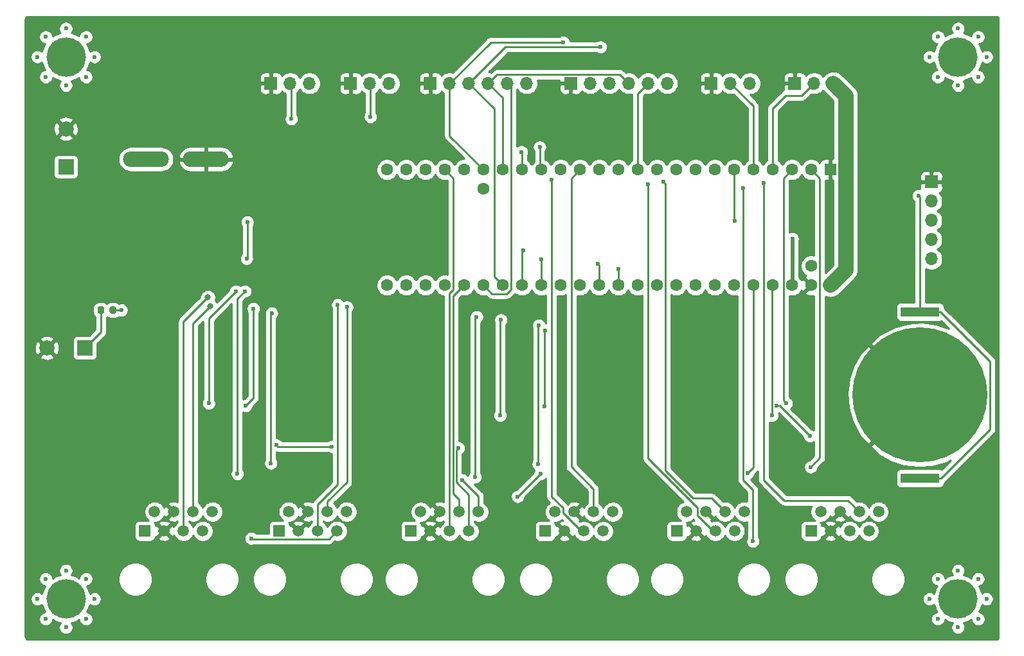
<source format=gbr>
%TF.GenerationSoftware,KiCad,Pcbnew,5.1.10-88a1d61d58~88~ubuntu20.04.1*%
%TF.CreationDate,2021-05-20T14:16:26-06:00*%
%TF.ProjectId,colordance-brain,636f6c6f-7264-4616-9e63-652d62726169,rev?*%
%TF.SameCoordinates,Original*%
%TF.FileFunction,Copper,L1,Top*%
%TF.FilePolarity,Positive*%
%FSLAX46Y46*%
G04 Gerber Fmt 4.6, Leading zero omitted, Abs format (unit mm)*
G04 Created by KiCad (PCBNEW 5.1.10-88a1d61d58~88~ubuntu20.04.1) date 2021-05-20 14:16:26*
%MOMM*%
%LPD*%
G01*
G04 APERTURE LIST*
%TA.AperFunction,ComponentPad*%
%ADD10C,1.600000*%
%TD*%
%TA.AperFunction,ComponentPad*%
%ADD11R,1.600000X1.600000*%
%TD*%
%TA.AperFunction,ComponentPad*%
%ADD12C,0.600000*%
%TD*%
%TA.AperFunction,ComponentPad*%
%ADD13C,5.200000*%
%TD*%
%TA.AperFunction,ComponentPad*%
%ADD14R,1.500000X1.500000*%
%TD*%
%TA.AperFunction,ComponentPad*%
%ADD15C,1.500000*%
%TD*%
%TA.AperFunction,ComponentPad*%
%ADD16R,1.700000X1.700000*%
%TD*%
%TA.AperFunction,ComponentPad*%
%ADD17O,1.700000X1.700000*%
%TD*%
%TA.AperFunction,ComponentPad*%
%ADD18O,6.030000X2.070000*%
%TD*%
%TA.AperFunction,ComponentPad*%
%ADD19R,2.000000X2.000000*%
%TD*%
%TA.AperFunction,ComponentPad*%
%ADD20C,2.000000*%
%TD*%
%TA.AperFunction,SMDPad,CuDef*%
%ADD21C,17.800000*%
%TD*%
%TA.AperFunction,SMDPad,CuDef*%
%ADD22R,5.080000X1.270000*%
%TD*%
%TA.AperFunction,ViaPad*%
%ADD23C,0.600000*%
%TD*%
%TA.AperFunction,ViaPad*%
%ADD24C,0.800000*%
%TD*%
%TA.AperFunction,Conductor*%
%ADD25C,0.250000*%
%TD*%
%TA.AperFunction,Conductor*%
%ADD26C,2.000000*%
%TD*%
%TA.AperFunction,Conductor*%
%ADD27C,0.500000*%
%TD*%
%TA.AperFunction,Conductor*%
%ADD28C,0.254000*%
%TD*%
%TA.AperFunction,Conductor*%
%ADD29C,0.100000*%
%TD*%
G04 APERTURE END LIST*
D10*
%TO.P,U2,49*%
%TO.N,N/C*%
X119170000Y-80080000D03*
%TO.P,U2,48*%
%TO.N,+5V*%
X121710000Y-82620000D03*
%TO.P,U2,47*%
%TO.N,GND*%
X119170000Y-82620000D03*
%TO.P,U2,46*%
%TO.N,+3V3*%
X116630000Y-82620000D03*
%TO.P,U2,45*%
%TO.N,POLE4_LED1*%
X114090000Y-82620000D03*
%TO.P,U2,44*%
%TO.N,POLE4_LED0*%
X111550000Y-82620000D03*
%TO.P,U2,43*%
%TO.N,POLE3_LED0*%
X109010000Y-82620000D03*
%TO.P,U2,42*%
%TO.N,POLE3_LED1*%
X106470000Y-82620000D03*
%TO.P,U2,41*%
%TO.N,POLE2_LED1*%
X103930000Y-82620000D03*
%TO.P,U2,40*%
%TO.N,POLE2_LED0*%
X101390000Y-82620000D03*
%TO.P,U2,39*%
%TO.N,POLE1_LED1*%
X98850000Y-82620000D03*
%TO.P,U2,38*%
%TO.N,POLE1_LED0*%
X96310000Y-82620000D03*
%TO.P,U2,37*%
%TO.N,POLE0_LED0*%
X93770000Y-82620000D03*
%TO.P,U2,36*%
%TO.N,POLE0_LED1*%
X91230000Y-82620000D03*
%TO.P,U2,35*%
%TO.N,N/C*%
X88690000Y-82620000D03*
D11*
%TO.P,U2,1*%
%TO.N,GND*%
X121710000Y-67380000D03*
D10*
%TO.P,U2,2*%
%TO.N,POLE5_LED1*%
X119170000Y-67380000D03*
%TO.P,U2,3*%
%TO.N,POLE5_LED0*%
X116630000Y-67380000D03*
%TO.P,U2,4*%
%TO.N,LOCAL_PIR1*%
X114090000Y-67380000D03*
%TO.P,U2,5*%
%TO.N,LOCAL_PIR0*%
X111550000Y-67380000D03*
%TO.P,U2,6*%
%TO.N,AUX1*%
X109010000Y-67380000D03*
%TO.P,U2,7*%
%TO.N,POLE5_PIR0*%
X106470000Y-67380000D03*
%TO.P,U2,8*%
%TO.N,POLE5_PIR1*%
X103930000Y-67380000D03*
%TO.P,U2,9*%
%TO.N,N/C*%
X101390000Y-67380000D03*
%TO.P,U2,10*%
X98850000Y-67380000D03*
%TO.P,U2,11*%
%TO.N,CS_AUDIO*%
X96310000Y-67380000D03*
%TO.P,U2,12*%
%TO.N,POLE4_PIR0*%
X93770000Y-67380000D03*
%TO.P,U2,13*%
%TO.N,POLE4_PIR1*%
X91230000Y-67380000D03*
%TO.P,U2,34*%
%TO.N,N/C*%
X86150000Y-82620000D03*
%TO.P,U2,33*%
%TO.N,BATT_DIV*%
X83610000Y-82620000D03*
%TO.P,U2,32*%
%TO.N,AUX0*%
X81070000Y-82620000D03*
%TO.P,U2,31*%
%TO.N,MISO*%
X78530000Y-82620000D03*
%TO.P,U2,30*%
%TO.N,CS_CTRL*%
X75990000Y-82620000D03*
%TO.P,U2,29*%
%TO.N,POLE2_PIR0*%
X73450000Y-82620000D03*
%TO.P,U2,28*%
%TO.N,POLE1_PIR0*%
X70910000Y-82620000D03*
%TO.P,U2,27*%
%TO.N,POLE1_PIR1*%
X68370000Y-82620000D03*
%TO.P,U2,26*%
%TO.N,POLE0_PIR0*%
X65830000Y-82620000D03*
%TO.P,U2,25*%
%TO.N,POLE0_PIR1*%
X63290000Y-82620000D03*
%TO.P,U2,24*%
%TO.N,N/C*%
X63290000Y-67380000D03*
%TO.P,U2,23*%
X65830000Y-67380000D03*
%TO.P,U2,22*%
X68370000Y-67380000D03*
%TO.P,U2,21*%
%TO.N,POLE2_PIR1*%
X70910000Y-67380000D03*
%TO.P,U2,14*%
%TO.N,POLE3_PIR0*%
X88690000Y-67380000D03*
%TO.P,U2,15*%
%TO.N,N/C*%
X86150000Y-67380000D03*
%TO.P,U2,16*%
%TO.N,CONTROL_PANEL_LED*%
X83610000Y-67380000D03*
%TO.P,U2,20*%
%TO.N,POLE3_PIR1*%
X73450000Y-67380000D03*
%TO.P,U2,19*%
%TO.N,SCK*%
X75990000Y-67380000D03*
%TO.P,U2,18*%
%TO.N,MOSI*%
X78530000Y-67380000D03*
%TO.P,U2,17*%
%TO.N,PODIUM_LED*%
X81070000Y-67380000D03*
%TO.P,U2,50*%
%TO.N,Net-(BT1-Pad1)*%
X75990000Y-69920000D03*
%TD*%
D12*
%TO.P,H4,*%
%TO.N,*%
X23650000Y-126650000D03*
X18350000Y-126650000D03*
X23650000Y-121350000D03*
X18350000Y-121350000D03*
X17250000Y-124000000D03*
X24750000Y-124000000D03*
X21000000Y-127750000D03*
X21000000Y-120250000D03*
D13*
X21000000Y-124000000D03*
%TD*%
D12*
%TO.P,H3,*%
%TO.N,*%
X141150000Y-55150000D03*
X135850000Y-55150000D03*
X141150000Y-49850000D03*
X135850000Y-49850000D03*
X134750000Y-52500000D03*
X142250000Y-52500000D03*
X138500000Y-56250000D03*
X138500000Y-48750000D03*
D13*
X138500000Y-52500000D03*
%TD*%
D12*
%TO.P,H2,*%
%TO.N,*%
X141150000Y-126650000D03*
X135850000Y-126650000D03*
X141150000Y-121350000D03*
X135850000Y-121350000D03*
X134750000Y-124000000D03*
X142250000Y-124000000D03*
X138500000Y-127750000D03*
X138500000Y-120250000D03*
D13*
X138500000Y-124000000D03*
%TD*%
D12*
%TO.P,H1,*%
%TO.N,*%
X23650000Y-55150000D03*
X18350000Y-55150000D03*
X23650000Y-49850000D03*
X18350000Y-49850000D03*
X17250000Y-52500000D03*
X24750000Y-52500000D03*
X21000000Y-56250000D03*
X21000000Y-48750000D03*
D13*
X21000000Y-52500000D03*
%TD*%
D14*
%TO.P,J14,1*%
%TO.N,/sheet6087FA83/LED4_Y*%
X84135000Y-115041924D03*
D15*
%TO.P,J14,2*%
%TO.N,/sheet6087FA83/LED4_Z*%
X85405000Y-112501924D03*
%TO.P,J14,3*%
%TO.N,GND*%
X86675000Y-115041924D03*
%TO.P,J14,4*%
X87945000Y-112501924D03*
%TO.P,J14,5*%
%TO.N,POLE3_PIR1*%
X89215000Y-115041924D03*
%TO.P,J14,6*%
%TO.N,POLE3_PIR0*%
X90485000Y-112501924D03*
%TO.P,J14,7*%
%TO.N,/sheet6087FA83/LED3_Y*%
X91755000Y-115041924D03*
%TO.P,J14,8*%
%TO.N,/sheet6087FA83/LED3_Z*%
X93025000Y-112501924D03*
%TD*%
D14*
%TO.P,J13,1*%
%TO.N,/sheet6087FA83/LED1_Y*%
X66455000Y-115041924D03*
D15*
%TO.P,J13,2*%
%TO.N,/sheet6087FA83/LED1_Z*%
X67725000Y-112501924D03*
%TO.P,J13,3*%
%TO.N,GND*%
X68995000Y-115041924D03*
%TO.P,J13,4*%
X70265000Y-112501924D03*
%TO.P,J13,5*%
%TO.N,POLE2_PIR1*%
X71535000Y-115041924D03*
%TO.P,J13,6*%
%TO.N,POLE2_PIR0*%
X72805000Y-112501924D03*
%TO.P,J13,7*%
%TO.N,/sheet6087FA83/LED2_Y*%
X74075000Y-115041924D03*
%TO.P,J13,8*%
%TO.N,/sheet6087FA83/LED2_Z*%
X75345000Y-112501924D03*
%TD*%
D14*
%TO.P,J12,1*%
%TO.N,/sheet6087EBF5/LED4_Y*%
X101465000Y-115031924D03*
D15*
%TO.P,J12,2*%
%TO.N,/sheet6087EBF5/LED4_Z*%
X102735000Y-112491924D03*
%TO.P,J12,3*%
%TO.N,GND*%
X104005000Y-115031924D03*
%TO.P,J12,4*%
X105275000Y-112491924D03*
%TO.P,J12,5*%
%TO.N,POLE4_PIR1*%
X106545000Y-115031924D03*
%TO.P,J12,6*%
%TO.N,POLE4_PIR0*%
X107815000Y-112491924D03*
%TO.P,J12,7*%
%TO.N,/sheet6087EBF5/LED3_Y*%
X109085000Y-115031924D03*
%TO.P,J12,8*%
%TO.N,/sheet6087EBF5/LED3_Z*%
X110355000Y-112491924D03*
%TD*%
D14*
%TO.P,J11,1*%
%TO.N,/sheet6087EBF5/LED1_Y*%
X119145000Y-115031924D03*
D15*
%TO.P,J11,2*%
%TO.N,/sheet6087EBF5/LED1_Z*%
X120415000Y-112491924D03*
%TO.P,J11,3*%
%TO.N,GND*%
X121685000Y-115031924D03*
%TO.P,J11,4*%
X122955000Y-112491924D03*
%TO.P,J11,5*%
%TO.N,POLE5_PIR1*%
X124225000Y-115031924D03*
%TO.P,J11,6*%
%TO.N,POLE5_PIR0*%
X125495000Y-112491924D03*
%TO.P,J11,7*%
%TO.N,/sheet6087EBF5/LED2_Y*%
X126765000Y-115031924D03*
%TO.P,J11,8*%
%TO.N,/sheet6087EBF5/LED2_Z*%
X128035000Y-112491924D03*
%TD*%
D14*
%TO.P,J10,1*%
%TO.N,/rs422_output/LED4_Y*%
X31405000Y-115031924D03*
D15*
%TO.P,J10,2*%
%TO.N,/rs422_output/LED4_Z*%
X32675000Y-112491924D03*
%TO.P,J10,3*%
%TO.N,GND*%
X33945000Y-115031924D03*
%TO.P,J10,4*%
X35215000Y-112491924D03*
%TO.P,J10,5*%
%TO.N,POLE0_PIR1*%
X36485000Y-115031924D03*
%TO.P,J10,6*%
%TO.N,POLE0_PIR0*%
X37755000Y-112491924D03*
%TO.P,J10,7*%
%TO.N,/rs422_output/LED3_Y*%
X39025000Y-115031924D03*
%TO.P,J10,8*%
%TO.N,/rs422_output/LED3_Z*%
X40295000Y-112491924D03*
%TD*%
D14*
%TO.P,J9,1*%
%TO.N,/rs422_output/LED1_Y*%
X49085000Y-115031924D03*
D15*
%TO.P,J9,2*%
%TO.N,/rs422_output/LED1_Z*%
X50355000Y-112491924D03*
%TO.P,J9,3*%
%TO.N,GND*%
X51625000Y-115031924D03*
%TO.P,J9,4*%
X52895000Y-112491924D03*
%TO.P,J9,5*%
%TO.N,POLE1_PIR1*%
X54165000Y-115031924D03*
%TO.P,J9,6*%
%TO.N,POLE1_PIR0*%
X55435000Y-112491924D03*
%TO.P,J9,7*%
%TO.N,/rs422_output/LED2_Y*%
X56705000Y-115031924D03*
%TO.P,J9,8*%
%TO.N,/rs422_output/LED2_Z*%
X57975000Y-112491924D03*
%TD*%
D16*
%TO.P,J8,1*%
%TO.N,GND*%
X135000000Y-69000000D03*
D17*
%TO.P,J8,2*%
%TO.N,AUX0*%
X135000000Y-71540000D03*
%TO.P,J8,3*%
%TO.N,AUX1*%
X135000000Y-74080000D03*
%TO.P,J8,4*%
%TO.N,+3V3*%
X135000000Y-76620000D03*
%TO.P,J8,5*%
%TO.N,+5V*%
X135000000Y-79160000D03*
%TD*%
D16*
%TO.P,J7,1*%
%TO.N,GND*%
X87500000Y-56000000D03*
D17*
%TO.P,J7,2*%
%TO.N,SCK*%
X90040000Y-56000000D03*
%TO.P,J7,3*%
%TO.N,MISO*%
X92580000Y-56000000D03*
%TO.P,J7,4*%
%TO.N,MOSI*%
X95120000Y-56000000D03*
%TO.P,J7,5*%
%TO.N,CS_AUDIO*%
X97660000Y-56000000D03*
%TO.P,J7,6*%
%TO.N,+5V*%
X100200000Y-56000000D03*
%TD*%
D16*
%TO.P,J6,1*%
%TO.N,GND*%
X117000000Y-56000000D03*
D17*
%TO.P,J6,2*%
%TO.N,LOCAL_PIR1*%
X119540000Y-56000000D03*
%TO.P,J6,3*%
%TO.N,+5V*%
X122080000Y-56000000D03*
%TD*%
D16*
%TO.P,J5,1*%
%TO.N,GND*%
X58500000Y-56000000D03*
D17*
%TO.P,J5,2*%
%TO.N,Net-(D10-Pad1)*%
X61040000Y-56000000D03*
%TO.P,J5,3*%
%TO.N,+5V*%
X63580000Y-56000000D03*
%TD*%
D16*
%TO.P,J4,1*%
%TO.N,GND*%
X106000000Y-56000000D03*
D17*
%TO.P,J4,2*%
%TO.N,LOCAL_PIR0*%
X108540000Y-56000000D03*
%TO.P,J4,3*%
%TO.N,+5V*%
X111080000Y-56000000D03*
%TD*%
D16*
%TO.P,J3,1*%
%TO.N,GND*%
X48000000Y-56000000D03*
D17*
%TO.P,J3,2*%
%TO.N,Net-(D4-Pad1)*%
X50540000Y-56000000D03*
%TO.P,J3,3*%
%TO.N,+5V*%
X53080000Y-56000000D03*
%TD*%
D16*
%TO.P,J2,1*%
%TO.N,GND*%
X69000000Y-56000000D03*
D17*
%TO.P,J2,2*%
%TO.N,SCK*%
X71540000Y-56000000D03*
%TO.P,J2,3*%
%TO.N,MISO*%
X74080000Y-56000000D03*
%TO.P,J2,4*%
%TO.N,MOSI*%
X76620000Y-56000000D03*
%TO.P,J2,5*%
%TO.N,CS_CTRL*%
X79160000Y-56000000D03*
%TO.P,J2,6*%
%TO.N,+5V*%
X81700000Y-56000000D03*
%TD*%
D18*
%TO.P,J1,1*%
%TO.N,+12V*%
X31550000Y-66000000D03*
%TO.P,J1,2*%
%TO.N,GND*%
X39450000Y-66000000D03*
%TD*%
%TO.P,D1,1*%
%TO.N,Net-(D1-Pad1)*%
%TA.AperFunction,SMDPad,CuDef*%
G36*
G01*
X27625000Y-85643750D02*
X27625000Y-86156250D01*
G75*
G02*
X27406250Y-86375000I-218750J0D01*
G01*
X26968750Y-86375000D01*
G75*
G02*
X26750000Y-86156250I0J218750D01*
G01*
X26750000Y-85643750D01*
G75*
G02*
X26968750Y-85425000I218750J0D01*
G01*
X27406250Y-85425000D01*
G75*
G02*
X27625000Y-85643750I0J-218750D01*
G01*
G37*
%TD.AperFunction*%
%TO.P,D1,2*%
%TO.N,+5V*%
%TA.AperFunction,SMDPad,CuDef*%
G36*
G01*
X26050000Y-85643750D02*
X26050000Y-86156250D01*
G75*
G02*
X25831250Y-86375000I-218750J0D01*
G01*
X25393750Y-86375000D01*
G75*
G02*
X25175000Y-86156250I0J218750D01*
G01*
X25175000Y-85643750D01*
G75*
G02*
X25393750Y-85425000I218750J0D01*
G01*
X25831250Y-85425000D01*
G75*
G02*
X26050000Y-85643750I0J-218750D01*
G01*
G37*
%TD.AperFunction*%
%TD*%
D19*
%TO.P,C14,1*%
%TO.N,+5V*%
X23500000Y-90900000D03*
D20*
%TO.P,C14,2*%
%TO.N,GND*%
X18500000Y-90900000D03*
%TD*%
D19*
%TO.P,C1,1*%
%TO.N,+12V*%
X21000000Y-67000000D03*
D20*
%TO.P,C1,2*%
%TO.N,GND*%
X21000000Y-62000000D03*
%TD*%
D21*
%TO.P,BT1,2*%
%TO.N,GND*%
X133500000Y-97100000D03*
D22*
%TO.P,BT1,1*%
%TO.N,Net-(BT1-Pad1)*%
X133500000Y-86115000D03*
X133500000Y-108085000D03*
%TD*%
D23*
%TO.N,Net-(BT1-Pad1)*%
X133300000Y-70800000D03*
%TO.N,GND*%
X126000000Y-100500000D03*
X33000000Y-100000000D03*
X33000000Y-104000000D03*
X55000000Y-100000000D03*
X55000000Y-102000000D03*
X68000000Y-100000000D03*
X68000000Y-104000000D03*
X91000000Y-100000000D03*
X91000000Y-104000000D03*
X104000000Y-100500000D03*
X104000000Y-104000000D03*
X126000000Y-104000000D03*
X65000000Y-62800000D03*
X54400000Y-63300000D03*
X46900000Y-96100000D03*
X119100000Y-108400000D03*
X104200000Y-108400000D03*
X76400000Y-95900000D03*
%TO.N,+5V*%
X80500000Y-110500000D03*
X83500000Y-107500000D03*
X119000000Y-102500000D03*
X114625010Y-98500000D03*
%TO.N,+3V3*%
X116700000Y-76500000D03*
%TO.N,POLE1_PIR0*%
X58000000Y-85500000D03*
%TO.N,POLE1_PIR1*%
X56800000Y-85200000D03*
D24*
%TO.N,POLE0_PIR0*%
X40000000Y-85400000D03*
%TO.N,POLE0_PIR1*%
X39700000Y-84200000D03*
D23*
%TO.N,POLE5_PIR0*%
X112900000Y-69100000D03*
%TO.N,POLE5_PIR1*%
X111500000Y-116400000D03*
X110200000Y-69800000D03*
%TO.N,POLE4_PIR0*%
X99700000Y-69000000D03*
%TO.N,POLE4_PIR1*%
X97700000Y-69300000D03*
%TO.N,POLE3_PIR1*%
X85000000Y-68700000D03*
%TO.N,Net-(D1-Pad1)*%
X28300000Y-85900000D03*
%TO.N,SCK*%
X86500000Y-50574990D03*
%TO.N,PODIUM_LED*%
X81000000Y-65025010D03*
%TO.N,MISO*%
X91400000Y-51200000D03*
%TO.N,CONTROL_PANEL_LED*%
X83400000Y-64400000D03*
%TO.N,/rs422_output/LED2_Z*%
X56000000Y-103900000D03*
X48725010Y-103700000D03*
%TO.N,/rs422_output/LED2_Y*%
X45400000Y-116000000D03*
%TO.N,/sheet6087FA83/LED2_Z*%
X73225010Y-108315248D03*
%TO.N,/sheet6087FA83/LED2_Y*%
X72700000Y-104100000D03*
%TO.N,AUX1*%
X109100000Y-74100000D03*
%TO.N,AUX0*%
X81200000Y-78000000D03*
%TO.N,BATT_DIV*%
X44900000Y-74300000D03*
X44800000Y-79100000D03*
X83600000Y-79174990D03*
%TO.N,POLE0_LED1*%
X91100000Y-79800000D03*
X43400000Y-83400000D03*
X39800000Y-98200000D03*
%TO.N,POLE0_LED0*%
X93800000Y-80500000D03*
X44600000Y-83400000D03*
X43600000Y-107500000D03*
%TO.N,POLE1_LED0*%
X44700000Y-98500000D03*
X45700000Y-85700000D03*
%TO.N,POLE1_LED1*%
X48000000Y-106100000D03*
X48100000Y-86300000D03*
%TO.N,POLE4_LED0*%
X110825010Y-107400000D03*
%TO.N,POLE4_LED1*%
X114000000Y-99800000D03*
%TO.N,POLE2_LED1*%
X78200000Y-99800000D03*
X78300000Y-87200000D03*
%TO.N,POLE2_LED0*%
X74900000Y-107900000D03*
X75100000Y-86800000D03*
%TO.N,POLE5_LED1*%
X119100000Y-106600000D03*
%TO.N,POLE5_LED0*%
X115900000Y-98200000D03*
%TO.N,POLE3_LED0*%
X84000000Y-98600000D03*
X84100000Y-88600000D03*
%TO.N,POLE3_LED1*%
X83200000Y-106200000D03*
X83300000Y-87900000D03*
%TO.N,Net-(D4-Pad1)*%
X50700000Y-60700000D03*
%TO.N,Net-(D10-Pad1)*%
X61100000Y-60400000D03*
%TD*%
D25*
%TO.N,Net-(BT1-Pad1)*%
X133500000Y-71000000D02*
X133300000Y-70800000D01*
X133500000Y-86115000D02*
X133500000Y-71000000D01*
X136168002Y-86115000D02*
X133500000Y-86115000D01*
X142725001Y-92671999D02*
X136168002Y-86115000D01*
X142725001Y-101649999D02*
X142725001Y-92671999D01*
X136290000Y-108085000D02*
X142725001Y-101649999D01*
X133500000Y-108085000D02*
X136290000Y-108085000D01*
%TO.N,GND*%
X69000000Y-58800000D02*
X65000000Y-62800000D01*
X69000000Y-56000000D02*
X69000000Y-58800000D01*
X58500000Y-59200000D02*
X54400000Y-63300000D01*
X58500000Y-56000000D02*
X58500000Y-59200000D01*
%TO.N,+5V*%
X25612500Y-88787500D02*
X25612500Y-85900000D01*
X23500000Y-90900000D02*
X25612500Y-88787500D01*
D26*
X123710001Y-80619999D02*
X121710000Y-82620000D01*
X123710001Y-57630001D02*
X123710001Y-80619999D01*
X122080000Y-56000000D02*
X123710001Y-57630001D01*
D25*
X80500000Y-110500000D02*
X83500000Y-107500000D01*
X119000000Y-102500000D02*
X115000000Y-98500000D01*
X115000000Y-98500000D02*
X114625010Y-98500000D01*
%TO.N,LOCAL_PIR0*%
X111550000Y-59010000D02*
X108540000Y-56000000D01*
X111550000Y-67380000D02*
X111550000Y-59010000D01*
%TO.N,LOCAL_PIR1*%
X114090000Y-67380000D02*
X114090000Y-59310000D01*
X114090000Y-59310000D02*
X115800000Y-57600000D01*
X117940000Y-57600000D02*
X119540000Y-56000000D01*
X115800000Y-57600000D02*
X117940000Y-57600000D01*
D27*
%TO.N,+3V3*%
X116700000Y-82550000D02*
X116630000Y-82620000D01*
X116700000Y-76500000D02*
X116700000Y-82550000D01*
D25*
%TO.N,POLE1_PIR0*%
X55435000Y-112491924D02*
X55435000Y-111165000D01*
X58000000Y-108600000D02*
X58000000Y-85500000D01*
X55435000Y-111165000D02*
X58000000Y-108600000D01*
%TO.N,POLE1_PIR1*%
X54165000Y-115031924D02*
X54165000Y-111535000D01*
X54165000Y-111535000D02*
X56800000Y-108900000D01*
X56800000Y-108900000D02*
X56800000Y-85200000D01*
%TO.N,POLE0_PIR0*%
X37755000Y-87645000D02*
X40000000Y-85400000D01*
X37755000Y-112491924D02*
X37755000Y-87645000D01*
%TO.N,POLE0_PIR1*%
X36485000Y-87415000D02*
X39700000Y-84200000D01*
X36485000Y-115031924D02*
X36485000Y-87415000D01*
%TO.N,POLE5_PIR0*%
X125495000Y-112491924D02*
X124003076Y-111000000D01*
X124003076Y-111000000D02*
X115600000Y-111000000D01*
X112900000Y-108300000D02*
X112900000Y-69100000D01*
X115600000Y-111000000D02*
X112900000Y-108300000D01*
%TO.N,POLE5_PIR1*%
X111500000Y-116400000D02*
X111500000Y-110800000D01*
X111500000Y-110800000D02*
X111500000Y-109600000D01*
X110200000Y-108300000D02*
X110200000Y-75400000D01*
X111500000Y-109600000D02*
X110200000Y-108300000D01*
X110200000Y-75400000D02*
X110200000Y-69800000D01*
%TO.N,POLE4_PIR0*%
X107815000Y-112491924D02*
X106023076Y-110700000D01*
X106023076Y-110700000D02*
X103600000Y-110700000D01*
X99975001Y-69275001D02*
X99700000Y-69000000D01*
X99975001Y-107075001D02*
X99975001Y-69275001D01*
X103600000Y-110700000D02*
X99975001Y-107075001D01*
%TO.N,POLE4_PIR1*%
X97700000Y-105475924D02*
X97700000Y-69300000D01*
X104199999Y-111975923D02*
X97700000Y-105475924D01*
X105176924Y-113984850D02*
X104199999Y-113007925D01*
X104199999Y-113007925D02*
X104199999Y-111975923D01*
X106223998Y-115031924D02*
X104199999Y-113007925D01*
X106545000Y-115031924D02*
X106223998Y-115031924D01*
%TO.N,POLE2_PIR0*%
X72805000Y-112501924D02*
X72805000Y-110905000D01*
X72805000Y-110905000D02*
X72000000Y-110100000D01*
X72000000Y-84070000D02*
X73450000Y-82620000D01*
X72000000Y-110100000D02*
X72000000Y-84070000D01*
%TO.N,POLE2_PIR1*%
X72035001Y-68505001D02*
X70910000Y-67380000D01*
X72035001Y-83160001D02*
X72035001Y-68505001D01*
X71535000Y-83660002D02*
X72035001Y-83160001D01*
X71535000Y-115041924D02*
X71535000Y-83660002D01*
%TO.N,POLE3_PIR0*%
X90485000Y-112501924D02*
X90485000Y-109485000D01*
X87564999Y-68505001D02*
X88690000Y-67380000D01*
X87564999Y-106564999D02*
X87564999Y-68505001D01*
X90485000Y-109485000D02*
X87564999Y-106564999D01*
%TO.N,POLE3_PIR1*%
X86480001Y-112627927D02*
X86480001Y-111980001D01*
X88893998Y-115041924D02*
X86480001Y-112627927D01*
X89215000Y-115041924D02*
X88893998Y-115041924D01*
X85000000Y-110500000D02*
X85000000Y-68700000D01*
X86480001Y-111980001D02*
X85000000Y-110500000D01*
%TO.N,Net-(D1-Pad1)*%
X28300000Y-85900000D02*
X27187500Y-85900000D01*
%TO.N,SCK*%
X71540000Y-62930000D02*
X71540000Y-56000000D01*
X75990000Y-67380000D02*
X71540000Y-62930000D01*
X71540000Y-56000000D02*
X76965010Y-50574990D01*
X76965010Y-50574990D02*
X86500000Y-50574990D01*
%TO.N,PODIUM_LED*%
X81070000Y-67380000D02*
X81070000Y-65095010D01*
X81070000Y-65095010D02*
X81000000Y-65025010D01*
%TO.N,MISO*%
X77404999Y-59324999D02*
X74080000Y-56000000D01*
X77404999Y-81494999D02*
X77404999Y-59324999D01*
X78530000Y-82620000D02*
X77404999Y-81494999D01*
X78880000Y-51200000D02*
X91400000Y-51200000D01*
X74080000Y-56000000D02*
X78880000Y-51200000D01*
%TO.N,MOSI*%
X78530000Y-57910000D02*
X76620000Y-56000000D01*
X78530000Y-67380000D02*
X78530000Y-57910000D01*
X93944999Y-54824999D02*
X95120000Y-56000000D01*
X77795001Y-54824999D02*
X93944999Y-54824999D01*
X76620000Y-56000000D02*
X77795001Y-54824999D01*
%TO.N,CS_CTRL*%
X79655001Y-56495001D02*
X79160000Y-56000000D01*
X79655001Y-83160001D02*
X79655001Y-56495001D01*
X79070001Y-83745001D02*
X79655001Y-83160001D01*
X77115001Y-83745001D02*
X79070001Y-83745001D01*
X75990000Y-82620000D02*
X77115001Y-83745001D01*
%TO.N,CONTROL_PANEL_LED*%
X83400000Y-67170000D02*
X83610000Y-67380000D01*
X83400000Y-64400000D02*
X83400000Y-67170000D01*
%TO.N,CS_AUDIO*%
X96310000Y-57350000D02*
X97660000Y-56000000D01*
X96310000Y-67380000D02*
X96310000Y-57350000D01*
%TO.N,/rs422_output/LED2_Z*%
X48925010Y-103900000D02*
X48725010Y-103700000D01*
X56000000Y-103900000D02*
X48925010Y-103900000D01*
%TO.N,/rs422_output/LED2_Y*%
X45506925Y-116106925D02*
X45400000Y-116000000D01*
X55629999Y-116106925D02*
X45506925Y-116106925D01*
X56705000Y-115031924D02*
X55629999Y-116106925D01*
%TO.N,/sheet6087FA83/LED2_Z*%
X75345000Y-110435238D02*
X73225010Y-108315248D01*
X75345000Y-112501924D02*
X75345000Y-110435238D01*
%TO.N,/sheet6087FA83/LED2_Y*%
X72700000Y-104100000D02*
X72450011Y-104349989D01*
X72450011Y-108613600D02*
X74075000Y-110238589D01*
X72450011Y-104349989D02*
X72450011Y-108613600D01*
X74075000Y-110238589D02*
X74075000Y-115041924D01*
%TO.N,AUX1*%
X109010000Y-74010000D02*
X109100000Y-74100000D01*
X109010000Y-67380000D02*
X109010000Y-74010000D01*
%TO.N,AUX0*%
X81070000Y-78130000D02*
X81200000Y-78000000D01*
X81070000Y-82620000D02*
X81070000Y-78130000D01*
%TO.N,BATT_DIV*%
X44900000Y-79000000D02*
X44800000Y-79100000D01*
X44900000Y-74300000D02*
X44900000Y-79000000D01*
X83610000Y-82620000D02*
X83610000Y-79184990D01*
X83610000Y-79184990D02*
X83600000Y-79174990D01*
%TO.N,POLE0_LED1*%
X91230000Y-79930000D02*
X91100000Y-79800000D01*
X91230000Y-82620000D02*
X91230000Y-79930000D01*
X39800000Y-87000000D02*
X39800000Y-98200000D01*
X43400000Y-83400000D02*
X39800000Y-87000000D01*
%TO.N,POLE0_LED0*%
X93770000Y-80530000D02*
X93800000Y-80500000D01*
X93770000Y-82620000D02*
X93770000Y-80530000D01*
X43600000Y-84400000D02*
X43600000Y-107500000D01*
X44600000Y-83400000D02*
X43600000Y-84400000D01*
%TO.N,POLE1_LED0*%
X45700000Y-97500000D02*
X45700000Y-85700000D01*
X44700000Y-98500000D02*
X45700000Y-97500000D01*
%TO.N,POLE1_LED1*%
X48000000Y-86400000D02*
X48100000Y-86300000D01*
X48000000Y-106100000D02*
X48000000Y-86400000D01*
%TO.N,POLE4_LED0*%
X111550000Y-82620000D02*
X111550000Y-106675010D01*
X111550000Y-106675010D02*
X110825010Y-107400000D01*
%TO.N,POLE4_LED1*%
X114000000Y-82710000D02*
X114090000Y-82620000D01*
X114000000Y-99800000D02*
X114000000Y-82710000D01*
%TO.N,POLE2_LED1*%
X78200000Y-87300000D02*
X78300000Y-87200000D01*
X78200000Y-99800000D02*
X78200000Y-87300000D01*
%TO.N,POLE2_LED0*%
X74900000Y-107900000D02*
X74900000Y-87000000D01*
X74900000Y-87000000D02*
X75100000Y-86800000D01*
%TO.N,POLE5_LED1*%
X120295001Y-68505001D02*
X119170000Y-67380000D01*
X120295001Y-105404999D02*
X120295001Y-68505001D01*
X119100000Y-106600000D02*
X120295001Y-105404999D01*
%TO.N,POLE5_LED0*%
X115504999Y-68505001D02*
X116630000Y-67380000D01*
X115504999Y-97804999D02*
X115504999Y-68505001D01*
X115900000Y-98200000D02*
X115504999Y-97804999D01*
%TO.N,POLE3_LED0*%
X84000000Y-88700000D02*
X84100000Y-88600000D01*
X84000000Y-98600000D02*
X84000000Y-88700000D01*
%TO.N,POLE3_LED1*%
X83200000Y-88000000D02*
X83300000Y-87900000D01*
X83200000Y-106200000D02*
X83200000Y-88000000D01*
%TO.N,Net-(D4-Pad1)*%
X50500000Y-56040000D02*
X50540000Y-56000000D01*
X50700000Y-56160000D02*
X50540000Y-56000000D01*
X50700000Y-60700000D02*
X50700000Y-56160000D01*
%TO.N,Net-(D10-Pad1)*%
X61100000Y-56060000D02*
X61040000Y-56000000D01*
X61100000Y-60400000D02*
X61100000Y-56060000D01*
%TD*%
D28*
%TO.N,GND*%
X143565424Y-47169580D02*
X143628356Y-47188580D01*
X143686405Y-47219445D01*
X143737343Y-47260989D01*
X143779248Y-47311644D01*
X143810515Y-47369471D01*
X143829956Y-47432272D01*
X143840001Y-47527845D01*
X143840000Y-128967721D01*
X143830420Y-129065424D01*
X143811420Y-129128357D01*
X143780554Y-129186406D01*
X143739011Y-129237343D01*
X143688356Y-129279248D01*
X143630529Y-129310515D01*
X143567728Y-129329956D01*
X143472165Y-129340000D01*
X16032279Y-129340000D01*
X15934576Y-129330420D01*
X15871643Y-129311420D01*
X15813594Y-129280554D01*
X15762657Y-129239011D01*
X15720752Y-129188356D01*
X15689485Y-129130529D01*
X15670044Y-129067728D01*
X15660000Y-128972165D01*
X15660000Y-123907911D01*
X16315000Y-123907911D01*
X16315000Y-124092089D01*
X16350932Y-124272729D01*
X16421414Y-124442889D01*
X16523738Y-124596028D01*
X16653972Y-124726262D01*
X16807111Y-124828586D01*
X16977271Y-124899068D01*
X17157911Y-124935000D01*
X17342089Y-124935000D01*
X17522729Y-124899068D01*
X17692889Y-124828586D01*
X17846028Y-124726262D01*
X17846075Y-124726215D01*
X17889319Y-124943615D01*
X18133180Y-125532347D01*
X18255540Y-125715472D01*
X18077271Y-125750932D01*
X17907111Y-125821414D01*
X17753972Y-125923738D01*
X17623738Y-126053972D01*
X17521414Y-126207111D01*
X17450932Y-126377271D01*
X17415000Y-126557911D01*
X17415000Y-126742089D01*
X17450932Y-126922729D01*
X17521414Y-127092889D01*
X17623738Y-127246028D01*
X17753972Y-127376262D01*
X17907111Y-127478586D01*
X18077271Y-127549068D01*
X18257911Y-127585000D01*
X18442089Y-127585000D01*
X18622729Y-127549068D01*
X18792889Y-127478586D01*
X18946028Y-127376262D01*
X19076262Y-127246028D01*
X19178586Y-127092889D01*
X19249068Y-126922729D01*
X19284528Y-126744460D01*
X19467653Y-126866820D01*
X20056385Y-127110681D01*
X20273785Y-127153925D01*
X20273738Y-127153972D01*
X20171414Y-127307111D01*
X20100932Y-127477271D01*
X20065000Y-127657911D01*
X20065000Y-127842089D01*
X20100932Y-128022729D01*
X20171414Y-128192889D01*
X20273738Y-128346028D01*
X20403972Y-128476262D01*
X20557111Y-128578586D01*
X20727271Y-128649068D01*
X20907911Y-128685000D01*
X21092089Y-128685000D01*
X21272729Y-128649068D01*
X21442889Y-128578586D01*
X21596028Y-128476262D01*
X21726262Y-128346028D01*
X21828586Y-128192889D01*
X21899068Y-128022729D01*
X21935000Y-127842089D01*
X21935000Y-127657911D01*
X21899068Y-127477271D01*
X21828586Y-127307111D01*
X21726262Y-127153972D01*
X21726215Y-127153925D01*
X21943615Y-127110681D01*
X22532347Y-126866820D01*
X22715472Y-126744460D01*
X22750932Y-126922729D01*
X22821414Y-127092889D01*
X22923738Y-127246028D01*
X23053972Y-127376262D01*
X23207111Y-127478586D01*
X23377271Y-127549068D01*
X23557911Y-127585000D01*
X23742089Y-127585000D01*
X23922729Y-127549068D01*
X24092889Y-127478586D01*
X24246028Y-127376262D01*
X24376262Y-127246028D01*
X24478586Y-127092889D01*
X24549068Y-126922729D01*
X24585000Y-126742089D01*
X24585000Y-126557911D01*
X24549068Y-126377271D01*
X24478586Y-126207111D01*
X24376262Y-126053972D01*
X24246028Y-125923738D01*
X24092889Y-125821414D01*
X23922729Y-125750932D01*
X23744460Y-125715472D01*
X23866820Y-125532347D01*
X24110681Y-124943615D01*
X24153925Y-124726215D01*
X24153972Y-124726262D01*
X24307111Y-124828586D01*
X24477271Y-124899068D01*
X24657911Y-124935000D01*
X24842089Y-124935000D01*
X25022729Y-124899068D01*
X25192889Y-124828586D01*
X25346028Y-124726262D01*
X25476262Y-124596028D01*
X25578586Y-124442889D01*
X25649068Y-124272729D01*
X25685000Y-124092089D01*
X25685000Y-123907911D01*
X133815000Y-123907911D01*
X133815000Y-124092089D01*
X133850932Y-124272729D01*
X133921414Y-124442889D01*
X134023738Y-124596028D01*
X134153972Y-124726262D01*
X134307111Y-124828586D01*
X134477271Y-124899068D01*
X134657911Y-124935000D01*
X134842089Y-124935000D01*
X135022729Y-124899068D01*
X135192889Y-124828586D01*
X135346028Y-124726262D01*
X135346075Y-124726215D01*
X135389319Y-124943615D01*
X135633180Y-125532347D01*
X135755540Y-125715472D01*
X135577271Y-125750932D01*
X135407111Y-125821414D01*
X135253972Y-125923738D01*
X135123738Y-126053972D01*
X135021414Y-126207111D01*
X134950932Y-126377271D01*
X134915000Y-126557911D01*
X134915000Y-126742089D01*
X134950932Y-126922729D01*
X135021414Y-127092889D01*
X135123738Y-127246028D01*
X135253972Y-127376262D01*
X135407111Y-127478586D01*
X135577271Y-127549068D01*
X135757911Y-127585000D01*
X135942089Y-127585000D01*
X136122729Y-127549068D01*
X136292889Y-127478586D01*
X136446028Y-127376262D01*
X136576262Y-127246028D01*
X136678586Y-127092889D01*
X136749068Y-126922729D01*
X136784528Y-126744460D01*
X136967653Y-126866820D01*
X137556385Y-127110681D01*
X137773785Y-127153925D01*
X137773738Y-127153972D01*
X137671414Y-127307111D01*
X137600932Y-127477271D01*
X137565000Y-127657911D01*
X137565000Y-127842089D01*
X137600932Y-128022729D01*
X137671414Y-128192889D01*
X137773738Y-128346028D01*
X137903972Y-128476262D01*
X138057111Y-128578586D01*
X138227271Y-128649068D01*
X138407911Y-128685000D01*
X138592089Y-128685000D01*
X138772729Y-128649068D01*
X138942889Y-128578586D01*
X139096028Y-128476262D01*
X139226262Y-128346028D01*
X139328586Y-128192889D01*
X139399068Y-128022729D01*
X139435000Y-127842089D01*
X139435000Y-127657911D01*
X139399068Y-127477271D01*
X139328586Y-127307111D01*
X139226262Y-127153972D01*
X139226215Y-127153925D01*
X139443615Y-127110681D01*
X140032347Y-126866820D01*
X140215472Y-126744460D01*
X140250932Y-126922729D01*
X140321414Y-127092889D01*
X140423738Y-127246028D01*
X140553972Y-127376262D01*
X140707111Y-127478586D01*
X140877271Y-127549068D01*
X141057911Y-127585000D01*
X141242089Y-127585000D01*
X141422729Y-127549068D01*
X141592889Y-127478586D01*
X141746028Y-127376262D01*
X141876262Y-127246028D01*
X141978586Y-127092889D01*
X142049068Y-126922729D01*
X142085000Y-126742089D01*
X142085000Y-126557911D01*
X142049068Y-126377271D01*
X141978586Y-126207111D01*
X141876262Y-126053972D01*
X141746028Y-125923738D01*
X141592889Y-125821414D01*
X141422729Y-125750932D01*
X141244460Y-125715472D01*
X141366820Y-125532347D01*
X141610681Y-124943615D01*
X141653925Y-124726215D01*
X141653972Y-124726262D01*
X141807111Y-124828586D01*
X141977271Y-124899068D01*
X142157911Y-124935000D01*
X142342089Y-124935000D01*
X142522729Y-124899068D01*
X142692889Y-124828586D01*
X142846028Y-124726262D01*
X142976262Y-124596028D01*
X143078586Y-124442889D01*
X143149068Y-124272729D01*
X143185000Y-124092089D01*
X143185000Y-123907911D01*
X143149068Y-123727271D01*
X143078586Y-123557111D01*
X142976262Y-123403972D01*
X142846028Y-123273738D01*
X142692889Y-123171414D01*
X142522729Y-123100932D01*
X142342089Y-123065000D01*
X142157911Y-123065000D01*
X141977271Y-123100932D01*
X141807111Y-123171414D01*
X141653972Y-123273738D01*
X141653925Y-123273785D01*
X141610681Y-123056385D01*
X141366820Y-122467653D01*
X141244460Y-122284528D01*
X141422729Y-122249068D01*
X141592889Y-122178586D01*
X141746028Y-122076262D01*
X141876262Y-121946028D01*
X141978586Y-121792889D01*
X142049068Y-121622729D01*
X142085000Y-121442089D01*
X142085000Y-121257911D01*
X142049068Y-121077271D01*
X141978586Y-120907111D01*
X141876262Y-120753972D01*
X141746028Y-120623738D01*
X141592889Y-120521414D01*
X141422729Y-120450932D01*
X141242089Y-120415000D01*
X141057911Y-120415000D01*
X140877271Y-120450932D01*
X140707111Y-120521414D01*
X140553972Y-120623738D01*
X140423738Y-120753972D01*
X140321414Y-120907111D01*
X140250932Y-121077271D01*
X140215472Y-121255540D01*
X140032347Y-121133180D01*
X139443615Y-120889319D01*
X139226215Y-120846075D01*
X139226262Y-120846028D01*
X139328586Y-120692889D01*
X139399068Y-120522729D01*
X139435000Y-120342089D01*
X139435000Y-120157911D01*
X139399068Y-119977271D01*
X139328586Y-119807111D01*
X139226262Y-119653972D01*
X139096028Y-119523738D01*
X138942889Y-119421414D01*
X138772729Y-119350932D01*
X138592089Y-119315000D01*
X138407911Y-119315000D01*
X138227271Y-119350932D01*
X138057111Y-119421414D01*
X137903972Y-119523738D01*
X137773738Y-119653972D01*
X137671414Y-119807111D01*
X137600932Y-119977271D01*
X137565000Y-120157911D01*
X137565000Y-120342089D01*
X137600932Y-120522729D01*
X137671414Y-120692889D01*
X137773738Y-120846028D01*
X137773785Y-120846075D01*
X137556385Y-120889319D01*
X136967653Y-121133180D01*
X136784528Y-121255540D01*
X136749068Y-121077271D01*
X136678586Y-120907111D01*
X136576262Y-120753972D01*
X136446028Y-120623738D01*
X136292889Y-120521414D01*
X136122729Y-120450932D01*
X135942089Y-120415000D01*
X135757911Y-120415000D01*
X135577271Y-120450932D01*
X135407111Y-120521414D01*
X135253972Y-120623738D01*
X135123738Y-120753972D01*
X135021414Y-120907111D01*
X134950932Y-121077271D01*
X134915000Y-121257911D01*
X134915000Y-121442089D01*
X134950932Y-121622729D01*
X135021414Y-121792889D01*
X135123738Y-121946028D01*
X135253972Y-122076262D01*
X135407111Y-122178586D01*
X135577271Y-122249068D01*
X135755540Y-122284528D01*
X135633180Y-122467653D01*
X135389319Y-123056385D01*
X135346075Y-123273785D01*
X135346028Y-123273738D01*
X135192889Y-123171414D01*
X135022729Y-123100932D01*
X134842089Y-123065000D01*
X134657911Y-123065000D01*
X134477271Y-123100932D01*
X134307111Y-123171414D01*
X134153972Y-123273738D01*
X134023738Y-123403972D01*
X133921414Y-123557111D01*
X133850932Y-123727271D01*
X133815000Y-123907911D01*
X25685000Y-123907911D01*
X25649068Y-123727271D01*
X25578586Y-123557111D01*
X25476262Y-123403972D01*
X25346028Y-123273738D01*
X25192889Y-123171414D01*
X25022729Y-123100932D01*
X24842089Y-123065000D01*
X24657911Y-123065000D01*
X24477271Y-123100932D01*
X24307111Y-123171414D01*
X24153972Y-123273738D01*
X24153925Y-123273785D01*
X24110681Y-123056385D01*
X23866820Y-122467653D01*
X23744460Y-122284528D01*
X23922729Y-122249068D01*
X24092889Y-122178586D01*
X24246028Y-122076262D01*
X24376262Y-121946028D01*
X24478586Y-121792889D01*
X24549068Y-121622729D01*
X24585000Y-121442089D01*
X24585000Y-121257911D01*
X24565882Y-121161796D01*
X27900000Y-121161796D01*
X27900000Y-121602052D01*
X27985890Y-122033849D01*
X28154369Y-122440593D01*
X28398962Y-122806653D01*
X28710271Y-123117962D01*
X29076331Y-123362555D01*
X29483075Y-123531034D01*
X29914872Y-123616924D01*
X30355128Y-123616924D01*
X30786925Y-123531034D01*
X31193669Y-123362555D01*
X31559729Y-123117962D01*
X31871038Y-122806653D01*
X32115631Y-122440593D01*
X32284110Y-122033849D01*
X32370000Y-121602052D01*
X32370000Y-121161796D01*
X39330000Y-121161796D01*
X39330000Y-121602052D01*
X39415890Y-122033849D01*
X39584369Y-122440593D01*
X39828962Y-122806653D01*
X40140271Y-123117962D01*
X40506331Y-123362555D01*
X40913075Y-123531034D01*
X41344872Y-123616924D01*
X41785128Y-123616924D01*
X42216925Y-123531034D01*
X42623669Y-123362555D01*
X42989729Y-123117962D01*
X43301038Y-122806653D01*
X43545631Y-122440593D01*
X43714110Y-122033849D01*
X43800000Y-121602052D01*
X43800000Y-121161796D01*
X45580000Y-121161796D01*
X45580000Y-121602052D01*
X45665890Y-122033849D01*
X45834369Y-122440593D01*
X46078962Y-122806653D01*
X46390271Y-123117962D01*
X46756331Y-123362555D01*
X47163075Y-123531034D01*
X47594872Y-123616924D01*
X48035128Y-123616924D01*
X48466925Y-123531034D01*
X48873669Y-123362555D01*
X49239729Y-123117962D01*
X49551038Y-122806653D01*
X49795631Y-122440593D01*
X49964110Y-122033849D01*
X50050000Y-121602052D01*
X50050000Y-121161796D01*
X57010000Y-121161796D01*
X57010000Y-121602052D01*
X57095890Y-122033849D01*
X57264369Y-122440593D01*
X57508962Y-122806653D01*
X57820271Y-123117962D01*
X58186331Y-123362555D01*
X58593075Y-123531034D01*
X59024872Y-123616924D01*
X59465128Y-123616924D01*
X59896925Y-123531034D01*
X60303669Y-123362555D01*
X60669729Y-123117962D01*
X60981038Y-122806653D01*
X61225631Y-122440593D01*
X61394110Y-122033849D01*
X61480000Y-121602052D01*
X61480000Y-121171796D01*
X62950000Y-121171796D01*
X62950000Y-121612052D01*
X63035890Y-122043849D01*
X63204369Y-122450593D01*
X63448962Y-122816653D01*
X63760271Y-123127962D01*
X64126331Y-123372555D01*
X64533075Y-123541034D01*
X64964872Y-123626924D01*
X65405128Y-123626924D01*
X65836925Y-123541034D01*
X66243669Y-123372555D01*
X66609729Y-123127962D01*
X66921038Y-122816653D01*
X67165631Y-122450593D01*
X67334110Y-122043849D01*
X67420000Y-121612052D01*
X67420000Y-121171796D01*
X74380000Y-121171796D01*
X74380000Y-121612052D01*
X74465890Y-122043849D01*
X74634369Y-122450593D01*
X74878962Y-122816653D01*
X75190271Y-123127962D01*
X75556331Y-123372555D01*
X75963075Y-123541034D01*
X76394872Y-123626924D01*
X76835128Y-123626924D01*
X77266925Y-123541034D01*
X77673669Y-123372555D01*
X78039729Y-123127962D01*
X78351038Y-122816653D01*
X78595631Y-122450593D01*
X78764110Y-122043849D01*
X78850000Y-121612052D01*
X78850000Y-121171796D01*
X80630000Y-121171796D01*
X80630000Y-121612052D01*
X80715890Y-122043849D01*
X80884369Y-122450593D01*
X81128962Y-122816653D01*
X81440271Y-123127962D01*
X81806331Y-123372555D01*
X82213075Y-123541034D01*
X82644872Y-123626924D01*
X83085128Y-123626924D01*
X83516925Y-123541034D01*
X83923669Y-123372555D01*
X84289729Y-123127962D01*
X84601038Y-122816653D01*
X84845631Y-122450593D01*
X85014110Y-122043849D01*
X85100000Y-121612052D01*
X85100000Y-121171796D01*
X92060000Y-121171796D01*
X92060000Y-121612052D01*
X92145890Y-122043849D01*
X92314369Y-122450593D01*
X92558962Y-122816653D01*
X92870271Y-123127962D01*
X93236331Y-123372555D01*
X93643075Y-123541034D01*
X94074872Y-123626924D01*
X94515128Y-123626924D01*
X94946925Y-123541034D01*
X95353669Y-123372555D01*
X95719729Y-123127962D01*
X96031038Y-122816653D01*
X96275631Y-122450593D01*
X96444110Y-122043849D01*
X96530000Y-121612052D01*
X96530000Y-121171796D01*
X96528011Y-121161796D01*
X97960000Y-121161796D01*
X97960000Y-121602052D01*
X98045890Y-122033849D01*
X98214369Y-122440593D01*
X98458962Y-122806653D01*
X98770271Y-123117962D01*
X99136331Y-123362555D01*
X99543075Y-123531034D01*
X99974872Y-123616924D01*
X100415128Y-123616924D01*
X100846925Y-123531034D01*
X101253669Y-123362555D01*
X101619729Y-123117962D01*
X101931038Y-122806653D01*
X102175631Y-122440593D01*
X102344110Y-122033849D01*
X102430000Y-121602052D01*
X102430000Y-121161796D01*
X109390000Y-121161796D01*
X109390000Y-121602052D01*
X109475890Y-122033849D01*
X109644369Y-122440593D01*
X109888962Y-122806653D01*
X110200271Y-123117962D01*
X110566331Y-123362555D01*
X110973075Y-123531034D01*
X111404872Y-123616924D01*
X111845128Y-123616924D01*
X112276925Y-123531034D01*
X112683669Y-123362555D01*
X113049729Y-123117962D01*
X113361038Y-122806653D01*
X113605631Y-122440593D01*
X113774110Y-122033849D01*
X113860000Y-121602052D01*
X113860000Y-121161796D01*
X115640000Y-121161796D01*
X115640000Y-121602052D01*
X115725890Y-122033849D01*
X115894369Y-122440593D01*
X116138962Y-122806653D01*
X116450271Y-123117962D01*
X116816331Y-123362555D01*
X117223075Y-123531034D01*
X117654872Y-123616924D01*
X118095128Y-123616924D01*
X118526925Y-123531034D01*
X118933669Y-123362555D01*
X119299729Y-123117962D01*
X119611038Y-122806653D01*
X119855631Y-122440593D01*
X120024110Y-122033849D01*
X120110000Y-121602052D01*
X120110000Y-121161796D01*
X127070000Y-121161796D01*
X127070000Y-121602052D01*
X127155890Y-122033849D01*
X127324369Y-122440593D01*
X127568962Y-122806653D01*
X127880271Y-123117962D01*
X128246331Y-123362555D01*
X128653075Y-123531034D01*
X129084872Y-123616924D01*
X129525128Y-123616924D01*
X129956925Y-123531034D01*
X130363669Y-123362555D01*
X130729729Y-123117962D01*
X131041038Y-122806653D01*
X131285631Y-122440593D01*
X131454110Y-122033849D01*
X131540000Y-121602052D01*
X131540000Y-121161796D01*
X131454110Y-120729999D01*
X131285631Y-120323255D01*
X131041038Y-119957195D01*
X130729729Y-119645886D01*
X130363669Y-119401293D01*
X129956925Y-119232814D01*
X129525128Y-119146924D01*
X129084872Y-119146924D01*
X128653075Y-119232814D01*
X128246331Y-119401293D01*
X127880271Y-119645886D01*
X127568962Y-119957195D01*
X127324369Y-120323255D01*
X127155890Y-120729999D01*
X127070000Y-121161796D01*
X120110000Y-121161796D01*
X120024110Y-120729999D01*
X119855631Y-120323255D01*
X119611038Y-119957195D01*
X119299729Y-119645886D01*
X118933669Y-119401293D01*
X118526925Y-119232814D01*
X118095128Y-119146924D01*
X117654872Y-119146924D01*
X117223075Y-119232814D01*
X116816331Y-119401293D01*
X116450271Y-119645886D01*
X116138962Y-119957195D01*
X115894369Y-120323255D01*
X115725890Y-120729999D01*
X115640000Y-121161796D01*
X113860000Y-121161796D01*
X113774110Y-120729999D01*
X113605631Y-120323255D01*
X113361038Y-119957195D01*
X113049729Y-119645886D01*
X112683669Y-119401293D01*
X112276925Y-119232814D01*
X111845128Y-119146924D01*
X111404872Y-119146924D01*
X110973075Y-119232814D01*
X110566331Y-119401293D01*
X110200271Y-119645886D01*
X109888962Y-119957195D01*
X109644369Y-120323255D01*
X109475890Y-120729999D01*
X109390000Y-121161796D01*
X102430000Y-121161796D01*
X102344110Y-120729999D01*
X102175631Y-120323255D01*
X101931038Y-119957195D01*
X101619729Y-119645886D01*
X101253669Y-119401293D01*
X100846925Y-119232814D01*
X100415128Y-119146924D01*
X99974872Y-119146924D01*
X99543075Y-119232814D01*
X99136331Y-119401293D01*
X98770271Y-119645886D01*
X98458962Y-119957195D01*
X98214369Y-120323255D01*
X98045890Y-120729999D01*
X97960000Y-121161796D01*
X96528011Y-121161796D01*
X96444110Y-120739999D01*
X96275631Y-120333255D01*
X96031038Y-119967195D01*
X95719729Y-119655886D01*
X95353669Y-119411293D01*
X94946925Y-119242814D01*
X94515128Y-119156924D01*
X94074872Y-119156924D01*
X93643075Y-119242814D01*
X93236331Y-119411293D01*
X92870271Y-119655886D01*
X92558962Y-119967195D01*
X92314369Y-120333255D01*
X92145890Y-120739999D01*
X92060000Y-121171796D01*
X85100000Y-121171796D01*
X85014110Y-120739999D01*
X84845631Y-120333255D01*
X84601038Y-119967195D01*
X84289729Y-119655886D01*
X83923669Y-119411293D01*
X83516925Y-119242814D01*
X83085128Y-119156924D01*
X82644872Y-119156924D01*
X82213075Y-119242814D01*
X81806331Y-119411293D01*
X81440271Y-119655886D01*
X81128962Y-119967195D01*
X80884369Y-120333255D01*
X80715890Y-120739999D01*
X80630000Y-121171796D01*
X78850000Y-121171796D01*
X78764110Y-120739999D01*
X78595631Y-120333255D01*
X78351038Y-119967195D01*
X78039729Y-119655886D01*
X77673669Y-119411293D01*
X77266925Y-119242814D01*
X76835128Y-119156924D01*
X76394872Y-119156924D01*
X75963075Y-119242814D01*
X75556331Y-119411293D01*
X75190271Y-119655886D01*
X74878962Y-119967195D01*
X74634369Y-120333255D01*
X74465890Y-120739999D01*
X74380000Y-121171796D01*
X67420000Y-121171796D01*
X67334110Y-120739999D01*
X67165631Y-120333255D01*
X66921038Y-119967195D01*
X66609729Y-119655886D01*
X66243669Y-119411293D01*
X65836925Y-119242814D01*
X65405128Y-119156924D01*
X64964872Y-119156924D01*
X64533075Y-119242814D01*
X64126331Y-119411293D01*
X63760271Y-119655886D01*
X63448962Y-119967195D01*
X63204369Y-120333255D01*
X63035890Y-120739999D01*
X62950000Y-121171796D01*
X61480000Y-121171796D01*
X61480000Y-121161796D01*
X61394110Y-120729999D01*
X61225631Y-120323255D01*
X60981038Y-119957195D01*
X60669729Y-119645886D01*
X60303669Y-119401293D01*
X59896925Y-119232814D01*
X59465128Y-119146924D01*
X59024872Y-119146924D01*
X58593075Y-119232814D01*
X58186331Y-119401293D01*
X57820271Y-119645886D01*
X57508962Y-119957195D01*
X57264369Y-120323255D01*
X57095890Y-120729999D01*
X57010000Y-121161796D01*
X50050000Y-121161796D01*
X49964110Y-120729999D01*
X49795631Y-120323255D01*
X49551038Y-119957195D01*
X49239729Y-119645886D01*
X48873669Y-119401293D01*
X48466925Y-119232814D01*
X48035128Y-119146924D01*
X47594872Y-119146924D01*
X47163075Y-119232814D01*
X46756331Y-119401293D01*
X46390271Y-119645886D01*
X46078962Y-119957195D01*
X45834369Y-120323255D01*
X45665890Y-120729999D01*
X45580000Y-121161796D01*
X43800000Y-121161796D01*
X43714110Y-120729999D01*
X43545631Y-120323255D01*
X43301038Y-119957195D01*
X42989729Y-119645886D01*
X42623669Y-119401293D01*
X42216925Y-119232814D01*
X41785128Y-119146924D01*
X41344872Y-119146924D01*
X40913075Y-119232814D01*
X40506331Y-119401293D01*
X40140271Y-119645886D01*
X39828962Y-119957195D01*
X39584369Y-120323255D01*
X39415890Y-120729999D01*
X39330000Y-121161796D01*
X32370000Y-121161796D01*
X32284110Y-120729999D01*
X32115631Y-120323255D01*
X31871038Y-119957195D01*
X31559729Y-119645886D01*
X31193669Y-119401293D01*
X30786925Y-119232814D01*
X30355128Y-119146924D01*
X29914872Y-119146924D01*
X29483075Y-119232814D01*
X29076331Y-119401293D01*
X28710271Y-119645886D01*
X28398962Y-119957195D01*
X28154369Y-120323255D01*
X27985890Y-120729999D01*
X27900000Y-121161796D01*
X24565882Y-121161796D01*
X24549068Y-121077271D01*
X24478586Y-120907111D01*
X24376262Y-120753972D01*
X24246028Y-120623738D01*
X24092889Y-120521414D01*
X23922729Y-120450932D01*
X23742089Y-120415000D01*
X23557911Y-120415000D01*
X23377271Y-120450932D01*
X23207111Y-120521414D01*
X23053972Y-120623738D01*
X22923738Y-120753972D01*
X22821414Y-120907111D01*
X22750932Y-121077271D01*
X22715472Y-121255540D01*
X22532347Y-121133180D01*
X21943615Y-120889319D01*
X21726215Y-120846075D01*
X21726262Y-120846028D01*
X21828586Y-120692889D01*
X21899068Y-120522729D01*
X21935000Y-120342089D01*
X21935000Y-120157911D01*
X21899068Y-119977271D01*
X21828586Y-119807111D01*
X21726262Y-119653972D01*
X21596028Y-119523738D01*
X21442889Y-119421414D01*
X21272729Y-119350932D01*
X21092089Y-119315000D01*
X20907911Y-119315000D01*
X20727271Y-119350932D01*
X20557111Y-119421414D01*
X20403972Y-119523738D01*
X20273738Y-119653972D01*
X20171414Y-119807111D01*
X20100932Y-119977271D01*
X20065000Y-120157911D01*
X20065000Y-120342089D01*
X20100932Y-120522729D01*
X20171414Y-120692889D01*
X20273738Y-120846028D01*
X20273785Y-120846075D01*
X20056385Y-120889319D01*
X19467653Y-121133180D01*
X19284528Y-121255540D01*
X19249068Y-121077271D01*
X19178586Y-120907111D01*
X19076262Y-120753972D01*
X18946028Y-120623738D01*
X18792889Y-120521414D01*
X18622729Y-120450932D01*
X18442089Y-120415000D01*
X18257911Y-120415000D01*
X18077271Y-120450932D01*
X17907111Y-120521414D01*
X17753972Y-120623738D01*
X17623738Y-120753972D01*
X17521414Y-120907111D01*
X17450932Y-121077271D01*
X17415000Y-121257911D01*
X17415000Y-121442089D01*
X17450932Y-121622729D01*
X17521414Y-121792889D01*
X17623738Y-121946028D01*
X17753972Y-122076262D01*
X17907111Y-122178586D01*
X18077271Y-122249068D01*
X18255540Y-122284528D01*
X18133180Y-122467653D01*
X17889319Y-123056385D01*
X17846075Y-123273785D01*
X17846028Y-123273738D01*
X17692889Y-123171414D01*
X17522729Y-123100932D01*
X17342089Y-123065000D01*
X17157911Y-123065000D01*
X16977271Y-123100932D01*
X16807111Y-123171414D01*
X16653972Y-123273738D01*
X16523738Y-123403972D01*
X16421414Y-123557111D01*
X16350932Y-123727271D01*
X16315000Y-123907911D01*
X15660000Y-123907911D01*
X15660000Y-114281924D01*
X30016928Y-114281924D01*
X30016928Y-115781924D01*
X30029188Y-115906406D01*
X30065498Y-116026104D01*
X30124463Y-116136418D01*
X30203815Y-116233109D01*
X30300506Y-116312461D01*
X30410820Y-116371426D01*
X30530518Y-116407736D01*
X30655000Y-116419996D01*
X32155000Y-116419996D01*
X32279482Y-116407736D01*
X32399180Y-116371426D01*
X32509494Y-116312461D01*
X32606185Y-116233109D01*
X32685537Y-116136418D01*
X32744502Y-116026104D01*
X32755782Y-115988917D01*
X33167612Y-115988917D01*
X33233137Y-116227784D01*
X33480116Y-116343684D01*
X33744960Y-116409174D01*
X34017492Y-116421736D01*
X34287238Y-116380889D01*
X34543832Y-116288201D01*
X34656863Y-116227784D01*
X34722388Y-115988917D01*
X33945000Y-115211529D01*
X33167612Y-115988917D01*
X32755782Y-115988917D01*
X32780812Y-115906406D01*
X32793072Y-115781924D01*
X32793072Y-115755838D01*
X32988007Y-115809312D01*
X33765395Y-115031924D01*
X34124605Y-115031924D01*
X34901993Y-115809312D01*
X35140860Y-115743787D01*
X35215164Y-115585447D01*
X35257629Y-115687967D01*
X35409201Y-115914810D01*
X35602114Y-116107723D01*
X35828957Y-116259295D01*
X36081011Y-116363699D01*
X36348589Y-116416924D01*
X36621411Y-116416924D01*
X36888989Y-116363699D01*
X37141043Y-116259295D01*
X37367886Y-116107723D01*
X37560799Y-115914810D01*
X37712371Y-115687967D01*
X37755000Y-115585051D01*
X37797629Y-115687967D01*
X37949201Y-115914810D01*
X38142114Y-116107723D01*
X38368957Y-116259295D01*
X38621011Y-116363699D01*
X38888589Y-116416924D01*
X39161411Y-116416924D01*
X39428989Y-116363699D01*
X39681043Y-116259295D01*
X39907886Y-116107723D01*
X40100799Y-115914810D01*
X40105408Y-115907911D01*
X44465000Y-115907911D01*
X44465000Y-116092089D01*
X44500932Y-116272729D01*
X44571414Y-116442889D01*
X44673738Y-116596028D01*
X44803972Y-116726262D01*
X44957111Y-116828586D01*
X45127271Y-116899068D01*
X45307911Y-116935000D01*
X45492089Y-116935000D01*
X45672729Y-116899068D01*
X45750330Y-116866925D01*
X55592677Y-116866925D01*
X55629999Y-116870601D01*
X55667321Y-116866925D01*
X55667332Y-116866925D01*
X55778985Y-116855928D01*
X55922246Y-116812471D01*
X56054275Y-116741899D01*
X56170000Y-116646926D01*
X56193803Y-116617923D01*
X56423635Y-116388091D01*
X56568589Y-116416924D01*
X56841411Y-116416924D01*
X57108989Y-116363699D01*
X57361043Y-116259295D01*
X57587886Y-116107723D01*
X57780799Y-115914810D01*
X57932371Y-115687967D01*
X58036775Y-115435913D01*
X58090000Y-115168335D01*
X58090000Y-114895513D01*
X58036775Y-114627935D01*
X57932371Y-114375881D01*
X57876273Y-114291924D01*
X65066928Y-114291924D01*
X65066928Y-115791924D01*
X65079188Y-115916406D01*
X65115498Y-116036104D01*
X65174463Y-116146418D01*
X65253815Y-116243109D01*
X65350506Y-116322461D01*
X65460820Y-116381426D01*
X65580518Y-116417736D01*
X65705000Y-116429996D01*
X67205000Y-116429996D01*
X67329482Y-116417736D01*
X67449180Y-116381426D01*
X67559494Y-116322461D01*
X67656185Y-116243109D01*
X67735537Y-116146418D01*
X67794502Y-116036104D01*
X67805782Y-115998917D01*
X68217612Y-115998917D01*
X68283137Y-116237784D01*
X68530116Y-116353684D01*
X68794960Y-116419174D01*
X69067492Y-116431736D01*
X69337238Y-116390889D01*
X69593832Y-116298201D01*
X69706863Y-116237784D01*
X69772388Y-115998917D01*
X68995000Y-115221529D01*
X68217612Y-115998917D01*
X67805782Y-115998917D01*
X67830812Y-115916406D01*
X67843072Y-115791924D01*
X67843072Y-115765838D01*
X68038007Y-115819312D01*
X68815395Y-115041924D01*
X68038007Y-114264536D01*
X67843072Y-114318010D01*
X67843072Y-114291924D01*
X67830812Y-114167442D01*
X67805783Y-114084931D01*
X68217612Y-114084931D01*
X68995000Y-114862319D01*
X69772388Y-114084931D01*
X69706863Y-113846064D01*
X69459884Y-113730164D01*
X69195040Y-113664674D01*
X68922508Y-113652112D01*
X68652762Y-113692959D01*
X68396168Y-113785647D01*
X68283137Y-113846064D01*
X68217612Y-114084931D01*
X67805783Y-114084931D01*
X67794502Y-114047744D01*
X67735537Y-113937430D01*
X67694088Y-113886924D01*
X67861411Y-113886924D01*
X68128989Y-113833699D01*
X68381043Y-113729295D01*
X68607886Y-113577723D01*
X68800799Y-113384810D01*
X68952371Y-113157967D01*
X68993511Y-113058645D01*
X69008723Y-113100756D01*
X69069140Y-113213787D01*
X69308007Y-113279312D01*
X70085395Y-112501924D01*
X69308007Y-111724536D01*
X69069140Y-111790061D01*
X68994836Y-111948401D01*
X68952371Y-111845881D01*
X68800799Y-111619038D01*
X68607886Y-111426125D01*
X68381043Y-111274553D01*
X68128989Y-111170149D01*
X67861411Y-111116924D01*
X67588589Y-111116924D01*
X67321011Y-111170149D01*
X67068957Y-111274553D01*
X66842114Y-111426125D01*
X66649201Y-111619038D01*
X66497629Y-111845881D01*
X66393225Y-112097935D01*
X66340000Y-112365513D01*
X66340000Y-112638335D01*
X66393225Y-112905913D01*
X66497629Y-113157967D01*
X66649201Y-113384810D01*
X66842114Y-113577723D01*
X66956049Y-113653852D01*
X65705000Y-113653852D01*
X65580518Y-113666112D01*
X65460820Y-113702422D01*
X65350506Y-113761387D01*
X65253815Y-113840739D01*
X65174463Y-113937430D01*
X65115498Y-114047744D01*
X65079188Y-114167442D01*
X65066928Y-114291924D01*
X57876273Y-114291924D01*
X57780799Y-114149038D01*
X57587886Y-113956125D01*
X57361043Y-113804553D01*
X57108989Y-113700149D01*
X56841411Y-113646924D01*
X56568589Y-113646924D01*
X56301011Y-113700149D01*
X56048957Y-113804553D01*
X55822114Y-113956125D01*
X55629201Y-114149038D01*
X55477629Y-114375881D01*
X55435000Y-114478797D01*
X55392371Y-114375881D01*
X55240799Y-114149038D01*
X55047886Y-113956125D01*
X54925000Y-113874015D01*
X54925000Y-113779788D01*
X55031011Y-113823699D01*
X55298589Y-113876924D01*
X55571411Y-113876924D01*
X55838989Y-113823699D01*
X56091043Y-113719295D01*
X56317886Y-113567723D01*
X56510799Y-113374810D01*
X56662371Y-113147967D01*
X56705000Y-113045051D01*
X56747629Y-113147967D01*
X56899201Y-113374810D01*
X57092114Y-113567723D01*
X57318957Y-113719295D01*
X57571011Y-113823699D01*
X57838589Y-113876924D01*
X58111411Y-113876924D01*
X58378989Y-113823699D01*
X58631043Y-113719295D01*
X58857886Y-113567723D01*
X59050799Y-113374810D01*
X59202371Y-113147967D01*
X59306775Y-112895913D01*
X59360000Y-112628335D01*
X59360000Y-112355513D01*
X59306775Y-112087935D01*
X59202371Y-111835881D01*
X59050799Y-111609038D01*
X58857886Y-111416125D01*
X58631043Y-111264553D01*
X58378989Y-111160149D01*
X58111411Y-111106924D01*
X57838589Y-111106924D01*
X57571011Y-111160149D01*
X57318957Y-111264553D01*
X57092114Y-111416125D01*
X56899201Y-111609038D01*
X56747629Y-111835881D01*
X56705000Y-111938797D01*
X56662371Y-111835881D01*
X56510799Y-111609038D01*
X56317886Y-111416125D01*
X56282392Y-111392409D01*
X58511004Y-109163798D01*
X58540001Y-109140001D01*
X58634974Y-109024276D01*
X58705546Y-108892247D01*
X58749003Y-108748986D01*
X58760000Y-108637333D01*
X58760000Y-108637325D01*
X58763676Y-108600000D01*
X58760000Y-108562675D01*
X58760000Y-86045535D01*
X58828586Y-85942889D01*
X58899068Y-85772729D01*
X58935000Y-85592089D01*
X58935000Y-85407911D01*
X58899068Y-85227271D01*
X58828586Y-85057111D01*
X58726262Y-84903972D01*
X58596028Y-84773738D01*
X58442889Y-84671414D01*
X58272729Y-84600932D01*
X58092089Y-84565000D01*
X57907911Y-84565000D01*
X57727271Y-84600932D01*
X57568244Y-84666803D01*
X57526262Y-84603972D01*
X57396028Y-84473738D01*
X57242889Y-84371414D01*
X57072729Y-84300932D01*
X56892089Y-84265000D01*
X56707911Y-84265000D01*
X56527271Y-84300932D01*
X56357111Y-84371414D01*
X56203972Y-84473738D01*
X56073738Y-84603972D01*
X55971414Y-84757111D01*
X55900932Y-84927271D01*
X55865000Y-85107911D01*
X55865000Y-85292089D01*
X55900932Y-85472729D01*
X55971414Y-85642889D01*
X56040001Y-85745537D01*
X56040000Y-102965000D01*
X55907911Y-102965000D01*
X55727271Y-103000932D01*
X55557111Y-103071414D01*
X55454465Y-103140000D01*
X49475345Y-103140000D01*
X49451272Y-103103972D01*
X49321038Y-102973738D01*
X49167899Y-102871414D01*
X48997739Y-102800932D01*
X48817099Y-102765000D01*
X48760000Y-102765000D01*
X48760000Y-86962290D01*
X48826262Y-86896028D01*
X48928586Y-86742889D01*
X48999068Y-86572729D01*
X49035000Y-86392089D01*
X49035000Y-86207911D01*
X48999068Y-86027271D01*
X48928586Y-85857111D01*
X48826262Y-85703972D01*
X48696028Y-85573738D01*
X48542889Y-85471414D01*
X48372729Y-85400932D01*
X48192089Y-85365000D01*
X48007911Y-85365000D01*
X47827271Y-85400932D01*
X47657111Y-85471414D01*
X47503972Y-85573738D01*
X47373738Y-85703972D01*
X47271414Y-85857111D01*
X47200932Y-86027271D01*
X47165000Y-86207911D01*
X47165000Y-86392089D01*
X47200932Y-86572729D01*
X47240001Y-86667051D01*
X47240000Y-105554465D01*
X47171414Y-105657111D01*
X47100932Y-105827271D01*
X47065000Y-106007911D01*
X47065000Y-106192089D01*
X47100932Y-106372729D01*
X47171414Y-106542889D01*
X47273738Y-106696028D01*
X47403972Y-106826262D01*
X47557111Y-106928586D01*
X47727271Y-106999068D01*
X47907911Y-107035000D01*
X48092089Y-107035000D01*
X48272729Y-106999068D01*
X48442889Y-106928586D01*
X48596028Y-106826262D01*
X48726262Y-106696028D01*
X48828586Y-106542889D01*
X48899068Y-106372729D01*
X48935000Y-106192089D01*
X48935000Y-106007911D01*
X48899068Y-105827271D01*
X48828586Y-105657111D01*
X48760000Y-105554465D01*
X48760000Y-104644142D01*
X48776024Y-104649003D01*
X48887677Y-104660000D01*
X48887685Y-104660000D01*
X48925010Y-104663676D01*
X48962335Y-104660000D01*
X55454465Y-104660000D01*
X55557111Y-104728586D01*
X55727271Y-104799068D01*
X55907911Y-104835000D01*
X56040000Y-104835000D01*
X56040000Y-108585198D01*
X53653998Y-110971201D01*
X53625000Y-110994999D01*
X53601202Y-111023997D01*
X53601201Y-111023998D01*
X53530026Y-111110724D01*
X53466233Y-111230071D01*
X53359884Y-111180164D01*
X53095040Y-111114674D01*
X52822508Y-111102112D01*
X52552762Y-111142959D01*
X52296168Y-111235647D01*
X52183137Y-111296064D01*
X52117612Y-111534931D01*
X52895000Y-112312319D01*
X52909143Y-112298177D01*
X53088748Y-112477782D01*
X53074605Y-112491924D01*
X53088748Y-112506067D01*
X52909143Y-112685672D01*
X52895000Y-112671529D01*
X52117612Y-113448917D01*
X52183137Y-113687784D01*
X52430116Y-113803684D01*
X52694960Y-113869174D01*
X52967492Y-113881736D01*
X53237238Y-113840889D01*
X53405000Y-113780289D01*
X53405000Y-113874015D01*
X53282114Y-113956125D01*
X53089201Y-114149038D01*
X52937629Y-114375881D01*
X52896489Y-114475203D01*
X52881277Y-114433092D01*
X52820860Y-114320061D01*
X52581993Y-114254536D01*
X51804605Y-115031924D01*
X51818748Y-115046067D01*
X51639143Y-115225672D01*
X51625000Y-115211529D01*
X51610858Y-115225672D01*
X51431253Y-115046067D01*
X51445395Y-115031924D01*
X50668007Y-114254536D01*
X50473072Y-114308010D01*
X50473072Y-114281924D01*
X50460812Y-114157442D01*
X50435783Y-114074931D01*
X50847612Y-114074931D01*
X51625000Y-114852319D01*
X52402388Y-114074931D01*
X52336863Y-113836064D01*
X52089884Y-113720164D01*
X51825040Y-113654674D01*
X51552508Y-113642112D01*
X51282762Y-113682959D01*
X51026168Y-113775647D01*
X50913137Y-113836064D01*
X50847612Y-114074931D01*
X50435783Y-114074931D01*
X50424502Y-114037744D01*
X50365537Y-113927430D01*
X50324088Y-113876924D01*
X50491411Y-113876924D01*
X50758989Y-113823699D01*
X51011043Y-113719295D01*
X51237886Y-113567723D01*
X51430799Y-113374810D01*
X51582371Y-113147967D01*
X51623511Y-113048645D01*
X51638723Y-113090756D01*
X51699140Y-113203787D01*
X51938007Y-113269312D01*
X52715395Y-112491924D01*
X51938007Y-111714536D01*
X51699140Y-111780061D01*
X51624836Y-111938401D01*
X51582371Y-111835881D01*
X51430799Y-111609038D01*
X51237886Y-111416125D01*
X51011043Y-111264553D01*
X50758989Y-111160149D01*
X50491411Y-111106924D01*
X50218589Y-111106924D01*
X49951011Y-111160149D01*
X49698957Y-111264553D01*
X49472114Y-111416125D01*
X49279201Y-111609038D01*
X49127629Y-111835881D01*
X49023225Y-112087935D01*
X48970000Y-112355513D01*
X48970000Y-112628335D01*
X49023225Y-112895913D01*
X49127629Y-113147967D01*
X49279201Y-113374810D01*
X49472114Y-113567723D01*
X49586049Y-113643852D01*
X48335000Y-113643852D01*
X48210518Y-113656112D01*
X48090820Y-113692422D01*
X47980506Y-113751387D01*
X47883815Y-113830739D01*
X47804463Y-113927430D01*
X47745498Y-114037744D01*
X47709188Y-114157442D01*
X47696928Y-114281924D01*
X47696928Y-115346925D01*
X46069215Y-115346925D01*
X45996028Y-115273738D01*
X45842889Y-115171414D01*
X45672729Y-115100932D01*
X45492089Y-115065000D01*
X45307911Y-115065000D01*
X45127271Y-115100932D01*
X44957111Y-115171414D01*
X44803972Y-115273738D01*
X44673738Y-115403972D01*
X44571414Y-115557111D01*
X44500932Y-115727271D01*
X44465000Y-115907911D01*
X40105408Y-115907911D01*
X40252371Y-115687967D01*
X40356775Y-115435913D01*
X40410000Y-115168335D01*
X40410000Y-114895513D01*
X40356775Y-114627935D01*
X40252371Y-114375881D01*
X40100799Y-114149038D01*
X39907886Y-113956125D01*
X39681043Y-113804553D01*
X39428989Y-113700149D01*
X39161411Y-113646924D01*
X38888589Y-113646924D01*
X38621011Y-113700149D01*
X38368957Y-113804553D01*
X38142114Y-113956125D01*
X37949201Y-114149038D01*
X37797629Y-114375881D01*
X37755000Y-114478797D01*
X37712371Y-114375881D01*
X37560799Y-114149038D01*
X37367886Y-113956125D01*
X37245000Y-113874015D01*
X37245000Y-113779788D01*
X37351011Y-113823699D01*
X37618589Y-113876924D01*
X37891411Y-113876924D01*
X38158989Y-113823699D01*
X38411043Y-113719295D01*
X38637886Y-113567723D01*
X38830799Y-113374810D01*
X38982371Y-113147967D01*
X39025000Y-113045051D01*
X39067629Y-113147967D01*
X39219201Y-113374810D01*
X39412114Y-113567723D01*
X39638957Y-113719295D01*
X39891011Y-113823699D01*
X40158589Y-113876924D01*
X40431411Y-113876924D01*
X40698989Y-113823699D01*
X40951043Y-113719295D01*
X41177886Y-113567723D01*
X41370799Y-113374810D01*
X41522371Y-113147967D01*
X41626775Y-112895913D01*
X41680000Y-112628335D01*
X41680000Y-112355513D01*
X41626775Y-112087935D01*
X41522371Y-111835881D01*
X41370799Y-111609038D01*
X41177886Y-111416125D01*
X40951043Y-111264553D01*
X40698989Y-111160149D01*
X40431411Y-111106924D01*
X40158589Y-111106924D01*
X39891011Y-111160149D01*
X39638957Y-111264553D01*
X39412114Y-111416125D01*
X39219201Y-111609038D01*
X39067629Y-111835881D01*
X39025000Y-111938797D01*
X38982371Y-111835881D01*
X38830799Y-111609038D01*
X38637886Y-111416125D01*
X38515000Y-111334015D01*
X38515000Y-87959801D01*
X39040000Y-87434802D01*
X39040001Y-97654463D01*
X38971414Y-97757111D01*
X38900932Y-97927271D01*
X38865000Y-98107911D01*
X38865000Y-98292089D01*
X38900932Y-98472729D01*
X38971414Y-98642889D01*
X39073738Y-98796028D01*
X39203972Y-98926262D01*
X39357111Y-99028586D01*
X39527271Y-99099068D01*
X39707911Y-99135000D01*
X39892089Y-99135000D01*
X40072729Y-99099068D01*
X40242889Y-99028586D01*
X40396028Y-98926262D01*
X40526262Y-98796028D01*
X40628586Y-98642889D01*
X40699068Y-98472729D01*
X40735000Y-98292089D01*
X40735000Y-98107911D01*
X40699068Y-97927271D01*
X40628586Y-97757111D01*
X40560000Y-97654465D01*
X40560000Y-87314801D01*
X42840000Y-85034802D01*
X42840001Y-106954463D01*
X42771414Y-107057111D01*
X42700932Y-107227271D01*
X42665000Y-107407911D01*
X42665000Y-107592089D01*
X42700932Y-107772729D01*
X42771414Y-107942889D01*
X42873738Y-108096028D01*
X43003972Y-108226262D01*
X43157111Y-108328586D01*
X43327271Y-108399068D01*
X43507911Y-108435000D01*
X43692089Y-108435000D01*
X43872729Y-108399068D01*
X44042889Y-108328586D01*
X44196028Y-108226262D01*
X44326262Y-108096028D01*
X44428586Y-107942889D01*
X44499068Y-107772729D01*
X44535000Y-107592089D01*
X44535000Y-107407911D01*
X44499068Y-107227271D01*
X44428586Y-107057111D01*
X44360000Y-106954465D01*
X44360000Y-99371204D01*
X44427271Y-99399068D01*
X44607911Y-99435000D01*
X44792089Y-99435000D01*
X44972729Y-99399068D01*
X45142889Y-99328586D01*
X45296028Y-99226262D01*
X45426262Y-99096028D01*
X45528586Y-98942889D01*
X45599068Y-98772729D01*
X45623153Y-98651649D01*
X46211004Y-98063798D01*
X46240001Y-98040001D01*
X46334974Y-97924276D01*
X46405546Y-97792247D01*
X46449003Y-97648986D01*
X46460000Y-97537333D01*
X46460000Y-97537332D01*
X46463677Y-97500000D01*
X46460000Y-97462667D01*
X46460000Y-86245535D01*
X46528586Y-86142889D01*
X46599068Y-85972729D01*
X46635000Y-85792089D01*
X46635000Y-85607911D01*
X46599068Y-85427271D01*
X46528586Y-85257111D01*
X46426262Y-85103972D01*
X46296028Y-84973738D01*
X46142889Y-84871414D01*
X45972729Y-84800932D01*
X45792089Y-84765000D01*
X45607911Y-84765000D01*
X45427271Y-84800932D01*
X45257111Y-84871414D01*
X45103972Y-84973738D01*
X44973738Y-85103972D01*
X44871414Y-85257111D01*
X44800932Y-85427271D01*
X44765000Y-85607911D01*
X44765000Y-85792089D01*
X44800932Y-85972729D01*
X44871414Y-86142889D01*
X44940001Y-86245537D01*
X44940000Y-97185198D01*
X44548351Y-97576847D01*
X44427271Y-97600932D01*
X44360000Y-97628796D01*
X44360000Y-84714801D01*
X44751649Y-84323153D01*
X44872729Y-84299068D01*
X45042889Y-84228586D01*
X45196028Y-84126262D01*
X45326262Y-83996028D01*
X45428586Y-83842889D01*
X45499068Y-83672729D01*
X45535000Y-83492089D01*
X45535000Y-83307911D01*
X45499068Y-83127271D01*
X45428586Y-82957111D01*
X45326262Y-82803972D01*
X45196028Y-82673738D01*
X45042889Y-82571414D01*
X44872729Y-82500932D01*
X44692089Y-82465000D01*
X44507911Y-82465000D01*
X44327271Y-82500932D01*
X44157111Y-82571414D01*
X44003972Y-82673738D01*
X44000000Y-82677710D01*
X43996028Y-82673738D01*
X43842889Y-82571414D01*
X43672729Y-82500932D01*
X43492089Y-82465000D01*
X43307911Y-82465000D01*
X43127271Y-82500932D01*
X42957111Y-82571414D01*
X42803972Y-82673738D01*
X42673738Y-82803972D01*
X42571414Y-82957111D01*
X42500932Y-83127271D01*
X42476847Y-83248351D01*
X40876450Y-84848749D01*
X40803937Y-84740226D01*
X40659774Y-84596063D01*
X40656991Y-84594204D01*
X40695226Y-84501898D01*
X40735000Y-84301939D01*
X40735000Y-84098061D01*
X40695226Y-83898102D01*
X40617205Y-83709744D01*
X40503937Y-83540226D01*
X40359774Y-83396063D01*
X40190256Y-83282795D01*
X40001898Y-83204774D01*
X39801939Y-83165000D01*
X39598061Y-83165000D01*
X39398102Y-83204774D01*
X39209744Y-83282795D01*
X39040226Y-83396063D01*
X38896063Y-83540226D01*
X38782795Y-83709744D01*
X38704774Y-83898102D01*
X38665000Y-84098061D01*
X38665000Y-84160198D01*
X35973998Y-86851201D01*
X35945000Y-86874999D01*
X35921202Y-86903997D01*
X35921201Y-86903998D01*
X35850026Y-86990724D01*
X35779454Y-87122754D01*
X35767041Y-87163676D01*
X35736298Y-87265027D01*
X35735998Y-87266015D01*
X35721324Y-87415000D01*
X35725001Y-87452333D01*
X35725000Y-111201336D01*
X35679884Y-111180164D01*
X35415040Y-111114674D01*
X35142508Y-111102112D01*
X34872762Y-111142959D01*
X34616168Y-111235647D01*
X34503137Y-111296064D01*
X34437612Y-111534931D01*
X35215000Y-112312319D01*
X35229143Y-112298177D01*
X35408748Y-112477782D01*
X35394605Y-112491924D01*
X35408748Y-112506067D01*
X35229143Y-112685672D01*
X35215000Y-112671529D01*
X34437612Y-113448917D01*
X34503137Y-113687784D01*
X34750116Y-113803684D01*
X35014960Y-113869174D01*
X35287492Y-113881736D01*
X35557238Y-113840889D01*
X35725000Y-113780289D01*
X35725000Y-113874015D01*
X35602114Y-113956125D01*
X35409201Y-114149038D01*
X35257629Y-114375881D01*
X35216489Y-114475203D01*
X35201277Y-114433092D01*
X35140860Y-114320061D01*
X34901993Y-114254536D01*
X34124605Y-115031924D01*
X33765395Y-115031924D01*
X32988007Y-114254536D01*
X32793072Y-114308010D01*
X32793072Y-114281924D01*
X32780812Y-114157442D01*
X32755783Y-114074931D01*
X33167612Y-114074931D01*
X33945000Y-114852319D01*
X34722388Y-114074931D01*
X34656863Y-113836064D01*
X34409884Y-113720164D01*
X34145040Y-113654674D01*
X33872508Y-113642112D01*
X33602762Y-113682959D01*
X33346168Y-113775647D01*
X33233137Y-113836064D01*
X33167612Y-114074931D01*
X32755783Y-114074931D01*
X32744502Y-114037744D01*
X32685537Y-113927430D01*
X32644088Y-113876924D01*
X32811411Y-113876924D01*
X33078989Y-113823699D01*
X33331043Y-113719295D01*
X33557886Y-113567723D01*
X33750799Y-113374810D01*
X33902371Y-113147967D01*
X33943511Y-113048645D01*
X33958723Y-113090756D01*
X34019140Y-113203787D01*
X34258007Y-113269312D01*
X35035395Y-112491924D01*
X34258007Y-111714536D01*
X34019140Y-111780061D01*
X33944836Y-111938401D01*
X33902371Y-111835881D01*
X33750799Y-111609038D01*
X33557886Y-111416125D01*
X33331043Y-111264553D01*
X33078989Y-111160149D01*
X32811411Y-111106924D01*
X32538589Y-111106924D01*
X32271011Y-111160149D01*
X32018957Y-111264553D01*
X31792114Y-111416125D01*
X31599201Y-111609038D01*
X31447629Y-111835881D01*
X31343225Y-112087935D01*
X31290000Y-112355513D01*
X31290000Y-112628335D01*
X31343225Y-112895913D01*
X31447629Y-113147967D01*
X31599201Y-113374810D01*
X31792114Y-113567723D01*
X31906049Y-113643852D01*
X30655000Y-113643852D01*
X30530518Y-113656112D01*
X30410820Y-113692422D01*
X30300506Y-113751387D01*
X30203815Y-113830739D01*
X30124463Y-113927430D01*
X30065498Y-114037744D01*
X30029188Y-114157442D01*
X30016928Y-114281924D01*
X15660000Y-114281924D01*
X15660000Y-92035413D01*
X17544192Y-92035413D01*
X17639956Y-92299814D01*
X17929571Y-92440704D01*
X18241108Y-92522384D01*
X18562595Y-92541718D01*
X18881675Y-92497961D01*
X19186088Y-92392795D01*
X19360044Y-92299814D01*
X19455808Y-92035413D01*
X18500000Y-91079605D01*
X17544192Y-92035413D01*
X15660000Y-92035413D01*
X15660000Y-90962595D01*
X16858282Y-90962595D01*
X16902039Y-91281675D01*
X17007205Y-91586088D01*
X17100186Y-91760044D01*
X17364587Y-91855808D01*
X18320395Y-90900000D01*
X18679605Y-90900000D01*
X19635413Y-91855808D01*
X19899814Y-91760044D01*
X20040704Y-91470429D01*
X20122384Y-91158892D01*
X20141718Y-90837405D01*
X20097961Y-90518325D01*
X19992795Y-90213912D01*
X19899814Y-90039956D01*
X19635413Y-89944192D01*
X18679605Y-90900000D01*
X18320395Y-90900000D01*
X17364587Y-89944192D01*
X17100186Y-90039956D01*
X16959296Y-90329571D01*
X16877616Y-90641108D01*
X16858282Y-90962595D01*
X15660000Y-90962595D01*
X15660000Y-89764587D01*
X17544192Y-89764587D01*
X18500000Y-90720395D01*
X19320395Y-89900000D01*
X21861928Y-89900000D01*
X21861928Y-91900000D01*
X21874188Y-92024482D01*
X21910498Y-92144180D01*
X21969463Y-92254494D01*
X22048815Y-92351185D01*
X22145506Y-92430537D01*
X22255820Y-92489502D01*
X22375518Y-92525812D01*
X22500000Y-92538072D01*
X24500000Y-92538072D01*
X24624482Y-92525812D01*
X24744180Y-92489502D01*
X24854494Y-92430537D01*
X24951185Y-92351185D01*
X25030537Y-92254494D01*
X25089502Y-92144180D01*
X25125812Y-92024482D01*
X25138072Y-91900000D01*
X25138072Y-90336730D01*
X26123504Y-89351298D01*
X26152501Y-89327501D01*
X26204780Y-89263799D01*
X26247474Y-89211777D01*
X26318046Y-89079747D01*
X26318046Y-89079746D01*
X26361503Y-88936486D01*
X26372500Y-88824833D01*
X26372500Y-88824824D01*
X26376176Y-88787501D01*
X26372500Y-88750178D01*
X26372500Y-86815143D01*
X26400000Y-86792574D01*
X26492725Y-86868671D01*
X26640858Y-86947850D01*
X26801592Y-86996608D01*
X26968750Y-87013072D01*
X27406250Y-87013072D01*
X27573408Y-86996608D01*
X27734142Y-86947850D01*
X27882275Y-86868671D01*
X27987274Y-86782501D01*
X28027271Y-86799068D01*
X28207911Y-86835000D01*
X28392089Y-86835000D01*
X28572729Y-86799068D01*
X28742889Y-86728586D01*
X28896028Y-86626262D01*
X29026262Y-86496028D01*
X29128586Y-86342889D01*
X29199068Y-86172729D01*
X29235000Y-85992089D01*
X29235000Y-85807911D01*
X29199068Y-85627271D01*
X29128586Y-85457111D01*
X29026262Y-85303972D01*
X28896028Y-85173738D01*
X28742889Y-85071414D01*
X28572729Y-85000932D01*
X28392089Y-84965000D01*
X28207911Y-84965000D01*
X28027271Y-85000932D01*
X27987274Y-85017499D01*
X27882275Y-84931329D01*
X27734142Y-84852150D01*
X27573408Y-84803392D01*
X27406250Y-84786928D01*
X26968750Y-84786928D01*
X26801592Y-84803392D01*
X26640858Y-84852150D01*
X26492725Y-84931329D01*
X26400000Y-85007426D01*
X26307275Y-84931329D01*
X26159142Y-84852150D01*
X25998408Y-84803392D01*
X25831250Y-84786928D01*
X25393750Y-84786928D01*
X25226592Y-84803392D01*
X25065858Y-84852150D01*
X24917725Y-84931329D01*
X24787885Y-85037885D01*
X24681329Y-85167725D01*
X24602150Y-85315858D01*
X24553392Y-85476592D01*
X24536928Y-85643750D01*
X24536928Y-86156250D01*
X24553392Y-86323408D01*
X24602150Y-86484142D01*
X24681329Y-86632275D01*
X24787885Y-86762115D01*
X24852501Y-86815143D01*
X24852500Y-88472698D01*
X24063270Y-89261928D01*
X22500000Y-89261928D01*
X22375518Y-89274188D01*
X22255820Y-89310498D01*
X22145506Y-89369463D01*
X22048815Y-89448815D01*
X21969463Y-89545506D01*
X21910498Y-89655820D01*
X21874188Y-89775518D01*
X21861928Y-89900000D01*
X19320395Y-89900000D01*
X19455808Y-89764587D01*
X19360044Y-89500186D01*
X19070429Y-89359296D01*
X18758892Y-89277616D01*
X18437405Y-89258282D01*
X18118325Y-89302039D01*
X17813912Y-89407205D01*
X17639956Y-89500186D01*
X17544192Y-89764587D01*
X15660000Y-89764587D01*
X15660000Y-79007911D01*
X43865000Y-79007911D01*
X43865000Y-79192089D01*
X43900932Y-79372729D01*
X43971414Y-79542889D01*
X44073738Y-79696028D01*
X44203972Y-79826262D01*
X44357111Y-79928586D01*
X44527271Y-79999068D01*
X44707911Y-80035000D01*
X44892089Y-80035000D01*
X45072729Y-79999068D01*
X45242889Y-79928586D01*
X45396028Y-79826262D01*
X45526262Y-79696028D01*
X45628586Y-79542889D01*
X45699068Y-79372729D01*
X45735000Y-79192089D01*
X45735000Y-79007911D01*
X45699068Y-78827271D01*
X45660000Y-78732952D01*
X45660000Y-74845535D01*
X45728586Y-74742889D01*
X45799068Y-74572729D01*
X45835000Y-74392089D01*
X45835000Y-74207911D01*
X45799068Y-74027271D01*
X45728586Y-73857111D01*
X45626262Y-73703972D01*
X45496028Y-73573738D01*
X45342889Y-73471414D01*
X45172729Y-73400932D01*
X44992089Y-73365000D01*
X44807911Y-73365000D01*
X44627271Y-73400932D01*
X44457111Y-73471414D01*
X44303972Y-73573738D01*
X44173738Y-73703972D01*
X44071414Y-73857111D01*
X44000932Y-74027271D01*
X43965000Y-74207911D01*
X43965000Y-74392089D01*
X44000932Y-74572729D01*
X44071414Y-74742889D01*
X44140000Y-74845536D01*
X44140001Y-78437709D01*
X44073738Y-78503972D01*
X43971414Y-78657111D01*
X43900932Y-78827271D01*
X43865000Y-79007911D01*
X15660000Y-79007911D01*
X15660000Y-66000000D01*
X19361928Y-66000000D01*
X19361928Y-68000000D01*
X19374188Y-68124482D01*
X19410498Y-68244180D01*
X19469463Y-68354494D01*
X19548815Y-68451185D01*
X19645506Y-68530537D01*
X19755820Y-68589502D01*
X19875518Y-68625812D01*
X20000000Y-68638072D01*
X22000000Y-68638072D01*
X22124482Y-68625812D01*
X22244180Y-68589502D01*
X22354494Y-68530537D01*
X22451185Y-68451185D01*
X22530537Y-68354494D01*
X22589502Y-68244180D01*
X22625812Y-68124482D01*
X22638072Y-68000000D01*
X22638072Y-66000000D01*
X27891920Y-66000000D01*
X27924164Y-66327377D01*
X28019656Y-66642173D01*
X28174727Y-66932291D01*
X28383418Y-67186582D01*
X28637709Y-67395273D01*
X28927827Y-67550344D01*
X29242623Y-67645836D01*
X29487963Y-67670000D01*
X33612037Y-67670000D01*
X33857377Y-67645836D01*
X34172173Y-67550344D01*
X34462291Y-67395273D01*
X34716582Y-67186582D01*
X34925273Y-66932291D01*
X35080344Y-66642173D01*
X35158075Y-66385925D01*
X35845204Y-66385925D01*
X35878520Y-66521749D01*
X36010888Y-66822206D01*
X36199329Y-67091066D01*
X36436601Y-67317997D01*
X36713586Y-67494278D01*
X37019639Y-67613135D01*
X37343000Y-67670000D01*
X39323000Y-67670000D01*
X39323000Y-66127000D01*
X39577000Y-66127000D01*
X39577000Y-67670000D01*
X41557000Y-67670000D01*
X41880361Y-67613135D01*
X42186414Y-67494278D01*
X42463399Y-67317997D01*
X42546346Y-67238665D01*
X61855000Y-67238665D01*
X61855000Y-67521335D01*
X61910147Y-67798574D01*
X62018320Y-68059727D01*
X62175363Y-68294759D01*
X62375241Y-68494637D01*
X62610273Y-68651680D01*
X62871426Y-68759853D01*
X63148665Y-68815000D01*
X63431335Y-68815000D01*
X63708574Y-68759853D01*
X63969727Y-68651680D01*
X64204759Y-68494637D01*
X64404637Y-68294759D01*
X64560000Y-68062241D01*
X64715363Y-68294759D01*
X64915241Y-68494637D01*
X65150273Y-68651680D01*
X65411426Y-68759853D01*
X65688665Y-68815000D01*
X65971335Y-68815000D01*
X66248574Y-68759853D01*
X66509727Y-68651680D01*
X66744759Y-68494637D01*
X66944637Y-68294759D01*
X67100000Y-68062241D01*
X67255363Y-68294759D01*
X67455241Y-68494637D01*
X67690273Y-68651680D01*
X67951426Y-68759853D01*
X68228665Y-68815000D01*
X68511335Y-68815000D01*
X68788574Y-68759853D01*
X69049727Y-68651680D01*
X69284759Y-68494637D01*
X69484637Y-68294759D01*
X69640000Y-68062241D01*
X69795363Y-68294759D01*
X69995241Y-68494637D01*
X70230273Y-68651680D01*
X70491426Y-68759853D01*
X70768665Y-68815000D01*
X71051335Y-68815000D01*
X71233886Y-68778688D01*
X71275002Y-68819804D01*
X71275001Y-81229491D01*
X71051335Y-81185000D01*
X70768665Y-81185000D01*
X70491426Y-81240147D01*
X70230273Y-81348320D01*
X69995241Y-81505363D01*
X69795363Y-81705241D01*
X69640000Y-81937759D01*
X69484637Y-81705241D01*
X69284759Y-81505363D01*
X69049727Y-81348320D01*
X68788574Y-81240147D01*
X68511335Y-81185000D01*
X68228665Y-81185000D01*
X67951426Y-81240147D01*
X67690273Y-81348320D01*
X67455241Y-81505363D01*
X67255363Y-81705241D01*
X67100000Y-81937759D01*
X66944637Y-81705241D01*
X66744759Y-81505363D01*
X66509727Y-81348320D01*
X66248574Y-81240147D01*
X65971335Y-81185000D01*
X65688665Y-81185000D01*
X65411426Y-81240147D01*
X65150273Y-81348320D01*
X64915241Y-81505363D01*
X64715363Y-81705241D01*
X64560000Y-81937759D01*
X64404637Y-81705241D01*
X64204759Y-81505363D01*
X63969727Y-81348320D01*
X63708574Y-81240147D01*
X63431335Y-81185000D01*
X63148665Y-81185000D01*
X62871426Y-81240147D01*
X62610273Y-81348320D01*
X62375241Y-81505363D01*
X62175363Y-81705241D01*
X62018320Y-81940273D01*
X61910147Y-82201426D01*
X61855000Y-82478665D01*
X61855000Y-82761335D01*
X61910147Y-83038574D01*
X62018320Y-83299727D01*
X62175363Y-83534759D01*
X62375241Y-83734637D01*
X62610273Y-83891680D01*
X62871426Y-83999853D01*
X63148665Y-84055000D01*
X63431335Y-84055000D01*
X63708574Y-83999853D01*
X63969727Y-83891680D01*
X64204759Y-83734637D01*
X64404637Y-83534759D01*
X64560000Y-83302241D01*
X64715363Y-83534759D01*
X64915241Y-83734637D01*
X65150273Y-83891680D01*
X65411426Y-83999853D01*
X65688665Y-84055000D01*
X65971335Y-84055000D01*
X66248574Y-83999853D01*
X66509727Y-83891680D01*
X66744759Y-83734637D01*
X66944637Y-83534759D01*
X67100000Y-83302241D01*
X67255363Y-83534759D01*
X67455241Y-83734637D01*
X67690273Y-83891680D01*
X67951426Y-83999853D01*
X68228665Y-84055000D01*
X68511335Y-84055000D01*
X68788574Y-83999853D01*
X69049727Y-83891680D01*
X69284759Y-83734637D01*
X69484637Y-83534759D01*
X69640000Y-83302241D01*
X69795363Y-83534759D01*
X69995241Y-83734637D01*
X70230273Y-83891680D01*
X70491426Y-83999853D01*
X70768665Y-84055000D01*
X70775001Y-84055000D01*
X70775000Y-111211336D01*
X70729884Y-111190164D01*
X70465040Y-111124674D01*
X70192508Y-111112112D01*
X69922762Y-111152959D01*
X69666168Y-111245647D01*
X69553137Y-111306064D01*
X69487612Y-111544931D01*
X70265000Y-112322319D01*
X70279143Y-112308177D01*
X70458748Y-112487782D01*
X70444605Y-112501924D01*
X70458748Y-112516067D01*
X70279143Y-112695672D01*
X70265000Y-112681529D01*
X69487612Y-113458917D01*
X69553137Y-113697784D01*
X69800116Y-113813684D01*
X70064960Y-113879174D01*
X70337492Y-113891736D01*
X70607238Y-113850889D01*
X70775000Y-113790289D01*
X70775000Y-113884015D01*
X70652114Y-113966125D01*
X70459201Y-114159038D01*
X70307629Y-114385881D01*
X70266489Y-114485203D01*
X70251277Y-114443092D01*
X70190860Y-114330061D01*
X69951993Y-114264536D01*
X69174605Y-115041924D01*
X69951993Y-115819312D01*
X70190860Y-115753787D01*
X70265164Y-115595447D01*
X70307629Y-115697967D01*
X70459201Y-115924810D01*
X70652114Y-116117723D01*
X70878957Y-116269295D01*
X71131011Y-116373699D01*
X71398589Y-116426924D01*
X71671411Y-116426924D01*
X71938989Y-116373699D01*
X72191043Y-116269295D01*
X72417886Y-116117723D01*
X72610799Y-115924810D01*
X72762371Y-115697967D01*
X72805000Y-115595051D01*
X72847629Y-115697967D01*
X72999201Y-115924810D01*
X73192114Y-116117723D01*
X73418957Y-116269295D01*
X73671011Y-116373699D01*
X73938589Y-116426924D01*
X74211411Y-116426924D01*
X74478989Y-116373699D01*
X74731043Y-116269295D01*
X74957886Y-116117723D01*
X75150799Y-115924810D01*
X75302371Y-115697967D01*
X75406775Y-115445913D01*
X75460000Y-115178335D01*
X75460000Y-114905513D01*
X75406775Y-114637935D01*
X75302371Y-114385881D01*
X75150799Y-114159038D01*
X74957886Y-113966125D01*
X74835000Y-113884015D01*
X74835000Y-113789788D01*
X74941011Y-113833699D01*
X75208589Y-113886924D01*
X75481411Y-113886924D01*
X75748989Y-113833699D01*
X76001043Y-113729295D01*
X76227886Y-113577723D01*
X76420799Y-113384810D01*
X76572371Y-113157967D01*
X76676775Y-112905913D01*
X76730000Y-112638335D01*
X76730000Y-112365513D01*
X76676775Y-112097935D01*
X76572371Y-111845881D01*
X76420799Y-111619038D01*
X76227886Y-111426125D01*
X76105000Y-111344015D01*
X76105000Y-110472571D01*
X76108677Y-110435238D01*
X76094003Y-110286252D01*
X76050546Y-110142991D01*
X75979974Y-110010962D01*
X75908799Y-109924235D01*
X75885001Y-109895237D01*
X75856003Y-109871439D01*
X74819563Y-108835000D01*
X74992089Y-108835000D01*
X75172729Y-108799068D01*
X75342889Y-108728586D01*
X75496028Y-108626262D01*
X75626262Y-108496028D01*
X75728586Y-108342889D01*
X75799068Y-108172729D01*
X75835000Y-107992089D01*
X75835000Y-107807911D01*
X75799068Y-107627271D01*
X75728586Y-107457111D01*
X75660000Y-107354465D01*
X75660000Y-99707911D01*
X77265000Y-99707911D01*
X77265000Y-99892089D01*
X77300932Y-100072729D01*
X77371414Y-100242889D01*
X77473738Y-100396028D01*
X77603972Y-100526262D01*
X77757111Y-100628586D01*
X77927271Y-100699068D01*
X78107911Y-100735000D01*
X78292089Y-100735000D01*
X78472729Y-100699068D01*
X78642889Y-100628586D01*
X78796028Y-100526262D01*
X78926262Y-100396028D01*
X79028586Y-100242889D01*
X79099068Y-100072729D01*
X79135000Y-99892089D01*
X79135000Y-99707911D01*
X79099068Y-99527271D01*
X79028586Y-99357111D01*
X78960000Y-99254465D01*
X78960000Y-87862290D01*
X79026262Y-87796028D01*
X79128586Y-87642889D01*
X79199068Y-87472729D01*
X79235000Y-87292089D01*
X79235000Y-87107911D01*
X79199068Y-86927271D01*
X79128586Y-86757111D01*
X79026262Y-86603972D01*
X78896028Y-86473738D01*
X78742889Y-86371414D01*
X78572729Y-86300932D01*
X78392089Y-86265000D01*
X78207911Y-86265000D01*
X78027271Y-86300932D01*
X77857111Y-86371414D01*
X77703972Y-86473738D01*
X77573738Y-86603972D01*
X77471414Y-86757111D01*
X77400932Y-86927271D01*
X77365000Y-87107911D01*
X77365000Y-87292089D01*
X77400932Y-87472729D01*
X77440001Y-87567051D01*
X77440000Y-99254465D01*
X77371414Y-99357111D01*
X77300932Y-99527271D01*
X77265000Y-99707911D01*
X75660000Y-99707911D01*
X75660000Y-87550335D01*
X75696028Y-87526262D01*
X75826262Y-87396028D01*
X75928586Y-87242889D01*
X75999068Y-87072729D01*
X76035000Y-86892089D01*
X76035000Y-86707911D01*
X75999068Y-86527271D01*
X75928586Y-86357111D01*
X75826262Y-86203972D01*
X75696028Y-86073738D01*
X75542889Y-85971414D01*
X75372729Y-85900932D01*
X75192089Y-85865000D01*
X75007911Y-85865000D01*
X74827271Y-85900932D01*
X74657111Y-85971414D01*
X74503972Y-86073738D01*
X74373738Y-86203972D01*
X74271414Y-86357111D01*
X74200932Y-86527271D01*
X74165000Y-86707911D01*
X74165000Y-86804855D01*
X74150998Y-86851014D01*
X74140001Y-86962667D01*
X74136324Y-87000000D01*
X74140001Y-87037333D01*
X74140000Y-107354465D01*
X74071414Y-107457111D01*
X74000932Y-107627271D01*
X73975446Y-107755398D01*
X73951272Y-107719220D01*
X73821038Y-107588986D01*
X73667899Y-107486662D01*
X73497739Y-107416180D01*
X73317099Y-107380248D01*
X73210011Y-107380248D01*
X73210011Y-104883737D01*
X73296028Y-104826262D01*
X73426262Y-104696028D01*
X73528586Y-104542889D01*
X73599068Y-104372729D01*
X73635000Y-104192089D01*
X73635000Y-104007911D01*
X73599068Y-103827271D01*
X73528586Y-103657111D01*
X73426262Y-103503972D01*
X73296028Y-103373738D01*
X73142889Y-103271414D01*
X72972729Y-103200932D01*
X72792089Y-103165000D01*
X72760000Y-103165000D01*
X72760000Y-84384801D01*
X73126114Y-84018688D01*
X73308665Y-84055000D01*
X73591335Y-84055000D01*
X73868574Y-83999853D01*
X74129727Y-83891680D01*
X74364759Y-83734637D01*
X74564637Y-83534759D01*
X74720000Y-83302241D01*
X74875363Y-83534759D01*
X75075241Y-83734637D01*
X75310273Y-83891680D01*
X75571426Y-83999853D01*
X75848665Y-84055000D01*
X76131335Y-84055000D01*
X76313886Y-84018688D01*
X76551202Y-84256004D01*
X76575000Y-84285002D01*
X76690725Y-84379975D01*
X76822754Y-84450547D01*
X76966015Y-84494004D01*
X77077668Y-84505001D01*
X77077676Y-84505001D01*
X77115001Y-84508677D01*
X77152326Y-84505001D01*
X79032679Y-84505001D01*
X79070001Y-84508677D01*
X79107323Y-84505001D01*
X79107334Y-84505001D01*
X79218987Y-84494004D01*
X79362248Y-84450547D01*
X79494277Y-84379975D01*
X79610002Y-84285002D01*
X79633804Y-84255999D01*
X80155204Y-83734600D01*
X80155241Y-83734637D01*
X80390273Y-83891680D01*
X80651426Y-83999853D01*
X80928665Y-84055000D01*
X81211335Y-84055000D01*
X81488574Y-83999853D01*
X81749727Y-83891680D01*
X81984759Y-83734637D01*
X82184637Y-83534759D01*
X82340000Y-83302241D01*
X82495363Y-83534759D01*
X82695241Y-83734637D01*
X82930273Y-83891680D01*
X83191426Y-83999853D01*
X83468665Y-84055000D01*
X83751335Y-84055000D01*
X84028574Y-83999853D01*
X84240001Y-83912277D01*
X84240001Y-87674530D01*
X84207170Y-87668000D01*
X84199068Y-87627271D01*
X84128586Y-87457111D01*
X84026262Y-87303972D01*
X83896028Y-87173738D01*
X83742889Y-87071414D01*
X83572729Y-87000932D01*
X83392089Y-86965000D01*
X83207911Y-86965000D01*
X83027271Y-87000932D01*
X82857111Y-87071414D01*
X82703972Y-87173738D01*
X82573738Y-87303972D01*
X82471414Y-87457111D01*
X82400932Y-87627271D01*
X82365000Y-87807911D01*
X82365000Y-87992089D01*
X82400932Y-88172729D01*
X82440001Y-88267051D01*
X82440000Y-105654465D01*
X82371414Y-105757111D01*
X82300932Y-105927271D01*
X82265000Y-106107911D01*
X82265000Y-106292089D01*
X82300932Y-106472729D01*
X82371414Y-106642889D01*
X82473738Y-106796028D01*
X82603972Y-106926262D01*
X82711042Y-106997804D01*
X82671414Y-107057111D01*
X82600932Y-107227271D01*
X82576847Y-107348351D01*
X80348352Y-109576847D01*
X80227271Y-109600932D01*
X80057111Y-109671414D01*
X79903972Y-109773738D01*
X79773738Y-109903972D01*
X79671414Y-110057111D01*
X79600932Y-110227271D01*
X79565000Y-110407911D01*
X79565000Y-110592089D01*
X79600932Y-110772729D01*
X79671414Y-110942889D01*
X79773738Y-111096028D01*
X79903972Y-111226262D01*
X80057111Y-111328586D01*
X80227271Y-111399068D01*
X80407911Y-111435000D01*
X80592089Y-111435000D01*
X80772729Y-111399068D01*
X80942889Y-111328586D01*
X81096028Y-111226262D01*
X81226262Y-111096028D01*
X81328586Y-110942889D01*
X81399068Y-110772729D01*
X81423153Y-110651648D01*
X83651649Y-108423153D01*
X83772729Y-108399068D01*
X83942889Y-108328586D01*
X84096028Y-108226262D01*
X84226262Y-108096028D01*
X84240000Y-108075468D01*
X84240000Y-110462678D01*
X84236324Y-110500000D01*
X84240000Y-110537322D01*
X84240000Y-110537332D01*
X84250997Y-110648985D01*
X84288107Y-110771323D01*
X84294454Y-110792246D01*
X84365026Y-110924276D01*
X84404871Y-110972826D01*
X84459999Y-111040001D01*
X84489002Y-111063803D01*
X84719461Y-111294262D01*
X84522114Y-111426125D01*
X84329201Y-111619038D01*
X84177629Y-111845881D01*
X84073225Y-112097935D01*
X84020000Y-112365513D01*
X84020000Y-112638335D01*
X84073225Y-112905913D01*
X84177629Y-113157967D01*
X84329201Y-113384810D01*
X84522114Y-113577723D01*
X84636049Y-113653852D01*
X83385000Y-113653852D01*
X83260518Y-113666112D01*
X83140820Y-113702422D01*
X83030506Y-113761387D01*
X82933815Y-113840739D01*
X82854463Y-113937430D01*
X82795498Y-114047744D01*
X82759188Y-114167442D01*
X82746928Y-114291924D01*
X82746928Y-115791924D01*
X82759188Y-115916406D01*
X82795498Y-116036104D01*
X82854463Y-116146418D01*
X82933815Y-116243109D01*
X83030506Y-116322461D01*
X83140820Y-116381426D01*
X83260518Y-116417736D01*
X83385000Y-116429996D01*
X84885000Y-116429996D01*
X85009482Y-116417736D01*
X85129180Y-116381426D01*
X85239494Y-116322461D01*
X85336185Y-116243109D01*
X85415537Y-116146418D01*
X85474502Y-116036104D01*
X85485782Y-115998917D01*
X85897612Y-115998917D01*
X85963137Y-116237784D01*
X86210116Y-116353684D01*
X86474960Y-116419174D01*
X86747492Y-116431736D01*
X87017238Y-116390889D01*
X87273832Y-116298201D01*
X87386863Y-116237784D01*
X87452388Y-115998917D01*
X86675000Y-115221529D01*
X85897612Y-115998917D01*
X85485782Y-115998917D01*
X85510812Y-115916406D01*
X85523072Y-115791924D01*
X85523072Y-115765838D01*
X85718007Y-115819312D01*
X86495395Y-115041924D01*
X85718007Y-114264536D01*
X85523072Y-114318010D01*
X85523072Y-114291924D01*
X85510812Y-114167442D01*
X85474502Y-114047744D01*
X85415537Y-113937430D01*
X85374088Y-113886924D01*
X85541411Y-113886924D01*
X85808989Y-113833699D01*
X86061043Y-113729295D01*
X86287886Y-113577723D01*
X86321441Y-113544168D01*
X86452153Y-113674880D01*
X86332762Y-113692959D01*
X86076168Y-113785647D01*
X85963137Y-113846064D01*
X85897612Y-114084931D01*
X86675000Y-114862319D01*
X86689143Y-114848177D01*
X86868748Y-115027782D01*
X86854605Y-115041924D01*
X87631993Y-115819312D01*
X87870860Y-115753787D01*
X87945164Y-115595447D01*
X87987629Y-115697967D01*
X88139201Y-115924810D01*
X88332114Y-116117723D01*
X88558957Y-116269295D01*
X88811011Y-116373699D01*
X89078589Y-116426924D01*
X89351411Y-116426924D01*
X89618989Y-116373699D01*
X89871043Y-116269295D01*
X90097886Y-116117723D01*
X90290799Y-115924810D01*
X90442371Y-115697967D01*
X90485000Y-115595051D01*
X90527629Y-115697967D01*
X90679201Y-115924810D01*
X90872114Y-116117723D01*
X91098957Y-116269295D01*
X91351011Y-116373699D01*
X91618589Y-116426924D01*
X91891411Y-116426924D01*
X92158989Y-116373699D01*
X92411043Y-116269295D01*
X92637886Y-116117723D01*
X92830799Y-115924810D01*
X92982371Y-115697967D01*
X93086775Y-115445913D01*
X93140000Y-115178335D01*
X93140000Y-114905513D01*
X93086775Y-114637935D01*
X92982371Y-114385881D01*
X92830799Y-114159038D01*
X92637886Y-113966125D01*
X92411043Y-113814553D01*
X92158989Y-113710149D01*
X91891411Y-113656924D01*
X91618589Y-113656924D01*
X91351011Y-113710149D01*
X91098957Y-113814553D01*
X90872114Y-113966125D01*
X90679201Y-114159038D01*
X90527629Y-114385881D01*
X90485000Y-114488797D01*
X90442371Y-114385881D01*
X90290799Y-114159038D01*
X90097886Y-113966125D01*
X89871043Y-113814553D01*
X89618989Y-113710149D01*
X89351411Y-113656924D01*
X89078589Y-113656924D01*
X88811011Y-113710149D01*
X88687984Y-113761108D01*
X88635877Y-113709001D01*
X88656863Y-113697784D01*
X88722388Y-113458917D01*
X87945000Y-112681529D01*
X87930858Y-112695672D01*
X87751253Y-112516067D01*
X87765395Y-112501924D01*
X87751253Y-112487782D01*
X87930858Y-112308177D01*
X87945000Y-112322319D01*
X88722388Y-111544931D01*
X88656863Y-111306064D01*
X88409884Y-111190164D01*
X88145040Y-111124674D01*
X87872508Y-111112112D01*
X87602762Y-111152959D01*
X87346168Y-111245647D01*
X87233137Y-111306064D01*
X87167613Y-111544929D01*
X87051157Y-111428473D01*
X87028849Y-111450781D01*
X87020002Y-111440000D01*
X86991009Y-111416206D01*
X85760000Y-110185199D01*
X85760000Y-84005537D01*
X86008665Y-84055000D01*
X86291335Y-84055000D01*
X86568574Y-83999853D01*
X86805000Y-83901922D01*
X86804999Y-106527677D01*
X86801323Y-106564999D01*
X86804999Y-106602321D01*
X86804999Y-106602331D01*
X86815996Y-106713984D01*
X86850055Y-106826262D01*
X86859453Y-106857245D01*
X86930025Y-106989275D01*
X86939592Y-107000932D01*
X87024998Y-107105000D01*
X87054002Y-107128803D01*
X89725001Y-109799803D01*
X89725000Y-111344015D01*
X89602114Y-111426125D01*
X89409201Y-111619038D01*
X89257629Y-111845881D01*
X89216489Y-111945203D01*
X89201277Y-111903092D01*
X89140860Y-111790061D01*
X88901993Y-111724536D01*
X88124605Y-112501924D01*
X88901993Y-113279312D01*
X89140860Y-113213787D01*
X89215164Y-113055447D01*
X89257629Y-113157967D01*
X89409201Y-113384810D01*
X89602114Y-113577723D01*
X89828957Y-113729295D01*
X90081011Y-113833699D01*
X90348589Y-113886924D01*
X90621411Y-113886924D01*
X90888989Y-113833699D01*
X91141043Y-113729295D01*
X91367886Y-113577723D01*
X91560799Y-113384810D01*
X91712371Y-113157967D01*
X91755000Y-113055051D01*
X91797629Y-113157967D01*
X91949201Y-113384810D01*
X92142114Y-113577723D01*
X92368957Y-113729295D01*
X92621011Y-113833699D01*
X92888589Y-113886924D01*
X93161411Y-113886924D01*
X93428989Y-113833699D01*
X93681043Y-113729295D01*
X93907886Y-113577723D01*
X94100799Y-113384810D01*
X94252371Y-113157967D01*
X94356775Y-112905913D01*
X94410000Y-112638335D01*
X94410000Y-112365513D01*
X94356775Y-112097935D01*
X94252371Y-111845881D01*
X94100799Y-111619038D01*
X93907886Y-111426125D01*
X93681043Y-111274553D01*
X93428989Y-111170149D01*
X93161411Y-111116924D01*
X92888589Y-111116924D01*
X92621011Y-111170149D01*
X92368957Y-111274553D01*
X92142114Y-111426125D01*
X91949201Y-111619038D01*
X91797629Y-111845881D01*
X91755000Y-111948797D01*
X91712371Y-111845881D01*
X91560799Y-111619038D01*
X91367886Y-111426125D01*
X91245000Y-111344015D01*
X91245000Y-109522322D01*
X91248676Y-109484999D01*
X91245000Y-109447677D01*
X91245000Y-109447667D01*
X91234003Y-109336014D01*
X91190546Y-109192753D01*
X91181444Y-109175724D01*
X91119974Y-109060723D01*
X91048799Y-108973997D01*
X91025001Y-108944999D01*
X90996003Y-108921201D01*
X88324999Y-106250198D01*
X88324999Y-84010509D01*
X88548665Y-84055000D01*
X88831335Y-84055000D01*
X89108574Y-83999853D01*
X89369727Y-83891680D01*
X89604759Y-83734637D01*
X89804637Y-83534759D01*
X89960000Y-83302241D01*
X90115363Y-83534759D01*
X90315241Y-83734637D01*
X90550273Y-83891680D01*
X90811426Y-83999853D01*
X91088665Y-84055000D01*
X91371335Y-84055000D01*
X91648574Y-83999853D01*
X91909727Y-83891680D01*
X92144759Y-83734637D01*
X92344637Y-83534759D01*
X92500000Y-83302241D01*
X92655363Y-83534759D01*
X92855241Y-83734637D01*
X93090273Y-83891680D01*
X93351426Y-83999853D01*
X93628665Y-84055000D01*
X93911335Y-84055000D01*
X94188574Y-83999853D01*
X94449727Y-83891680D01*
X94684759Y-83734637D01*
X94884637Y-83534759D01*
X95040000Y-83302241D01*
X95195363Y-83534759D01*
X95395241Y-83734637D01*
X95630273Y-83891680D01*
X95891426Y-83999853D01*
X96168665Y-84055000D01*
X96451335Y-84055000D01*
X96728574Y-83999853D01*
X96940001Y-83912277D01*
X96940000Y-105438602D01*
X96936324Y-105475924D01*
X96940000Y-105513246D01*
X96940000Y-105513256D01*
X96950997Y-105624909D01*
X96972940Y-105697245D01*
X96994454Y-105768170D01*
X97065026Y-105900200D01*
X97087243Y-105927271D01*
X97159999Y-106015925D01*
X97189003Y-106039728D01*
X102315746Y-111166472D01*
X102078957Y-111264553D01*
X101852114Y-111416125D01*
X101659201Y-111609038D01*
X101507629Y-111835881D01*
X101403225Y-112087935D01*
X101350000Y-112355513D01*
X101350000Y-112628335D01*
X101403225Y-112895913D01*
X101507629Y-113147967D01*
X101659201Y-113374810D01*
X101852114Y-113567723D01*
X101966049Y-113643852D01*
X100715000Y-113643852D01*
X100590518Y-113656112D01*
X100470820Y-113692422D01*
X100360506Y-113751387D01*
X100263815Y-113830739D01*
X100184463Y-113927430D01*
X100125498Y-114037744D01*
X100089188Y-114157442D01*
X100076928Y-114281924D01*
X100076928Y-115781924D01*
X100089188Y-115906406D01*
X100125498Y-116026104D01*
X100184463Y-116136418D01*
X100263815Y-116233109D01*
X100360506Y-116312461D01*
X100470820Y-116371426D01*
X100590518Y-116407736D01*
X100715000Y-116419996D01*
X102215000Y-116419996D01*
X102339482Y-116407736D01*
X102459180Y-116371426D01*
X102569494Y-116312461D01*
X102666185Y-116233109D01*
X102745537Y-116136418D01*
X102804502Y-116026104D01*
X102815782Y-115988917D01*
X103227612Y-115988917D01*
X103293137Y-116227784D01*
X103540116Y-116343684D01*
X103804960Y-116409174D01*
X104077492Y-116421736D01*
X104347238Y-116380889D01*
X104603832Y-116288201D01*
X104716863Y-116227784D01*
X104782388Y-115988917D01*
X104005000Y-115211529D01*
X103227612Y-115988917D01*
X102815782Y-115988917D01*
X102840812Y-115906406D01*
X102853072Y-115781924D01*
X102853072Y-115755838D01*
X103048007Y-115809312D01*
X103825395Y-115031924D01*
X103048007Y-114254536D01*
X102853072Y-114308010D01*
X102853072Y-114281924D01*
X102840812Y-114157442D01*
X102804502Y-114037744D01*
X102745537Y-113927430D01*
X102704088Y-113876924D01*
X102871411Y-113876924D01*
X103138989Y-113823699D01*
X103391043Y-113719295D01*
X103617886Y-113567723D01*
X103649939Y-113535670D01*
X103659998Y-113547926D01*
X103689001Y-113571729D01*
X103782153Y-113664880D01*
X103662762Y-113682959D01*
X103406168Y-113775647D01*
X103293137Y-113836064D01*
X103227612Y-114074931D01*
X104005000Y-114852319D01*
X104019143Y-114838177D01*
X104198748Y-115017782D01*
X104184605Y-115031924D01*
X104961993Y-115809312D01*
X105200860Y-115743787D01*
X105275164Y-115585447D01*
X105317629Y-115687967D01*
X105469201Y-115914810D01*
X105662114Y-116107723D01*
X105888957Y-116259295D01*
X106141011Y-116363699D01*
X106408589Y-116416924D01*
X106681411Y-116416924D01*
X106948989Y-116363699D01*
X107201043Y-116259295D01*
X107427886Y-116107723D01*
X107620799Y-115914810D01*
X107772371Y-115687967D01*
X107815000Y-115585051D01*
X107857629Y-115687967D01*
X108009201Y-115914810D01*
X108202114Y-116107723D01*
X108428957Y-116259295D01*
X108681011Y-116363699D01*
X108948589Y-116416924D01*
X109221411Y-116416924D01*
X109488989Y-116363699D01*
X109741043Y-116259295D01*
X109967886Y-116107723D01*
X110160799Y-115914810D01*
X110312371Y-115687967D01*
X110416775Y-115435913D01*
X110470000Y-115168335D01*
X110470000Y-114895513D01*
X110416775Y-114627935D01*
X110312371Y-114375881D01*
X110160799Y-114149038D01*
X109967886Y-113956125D01*
X109741043Y-113804553D01*
X109488989Y-113700149D01*
X109221411Y-113646924D01*
X108948589Y-113646924D01*
X108681011Y-113700149D01*
X108428957Y-113804553D01*
X108202114Y-113956125D01*
X108009201Y-114149038D01*
X107857629Y-114375881D01*
X107815000Y-114478797D01*
X107772371Y-114375881D01*
X107620799Y-114149038D01*
X107427886Y-113956125D01*
X107201043Y-113804553D01*
X106948989Y-113700149D01*
X106681411Y-113646924D01*
X106408589Y-113646924D01*
X106141011Y-113700149D01*
X106017984Y-113751108D01*
X105965877Y-113699001D01*
X105986863Y-113687784D01*
X106052388Y-113448917D01*
X105275000Y-112671529D01*
X105260858Y-112685672D01*
X105081253Y-112506067D01*
X105095395Y-112491924D01*
X105081253Y-112477782D01*
X105260858Y-112298177D01*
X105275000Y-112312319D01*
X105289143Y-112298177D01*
X105468748Y-112477782D01*
X105454605Y-112491924D01*
X106231993Y-113269312D01*
X106470860Y-113203787D01*
X106545164Y-113045447D01*
X106587629Y-113147967D01*
X106739201Y-113374810D01*
X106932114Y-113567723D01*
X107158957Y-113719295D01*
X107411011Y-113823699D01*
X107678589Y-113876924D01*
X107951411Y-113876924D01*
X108218989Y-113823699D01*
X108471043Y-113719295D01*
X108697886Y-113567723D01*
X108890799Y-113374810D01*
X109042371Y-113147967D01*
X109085000Y-113045051D01*
X109127629Y-113147967D01*
X109279201Y-113374810D01*
X109472114Y-113567723D01*
X109698957Y-113719295D01*
X109951011Y-113823699D01*
X110218589Y-113876924D01*
X110491411Y-113876924D01*
X110740000Y-113827476D01*
X110740000Y-115854464D01*
X110671414Y-115957111D01*
X110600932Y-116127271D01*
X110565000Y-116307911D01*
X110565000Y-116492089D01*
X110600932Y-116672729D01*
X110671414Y-116842889D01*
X110773738Y-116996028D01*
X110903972Y-117126262D01*
X111057111Y-117228586D01*
X111227271Y-117299068D01*
X111407911Y-117335000D01*
X111592089Y-117335000D01*
X111772729Y-117299068D01*
X111942889Y-117228586D01*
X112096028Y-117126262D01*
X112226262Y-116996028D01*
X112328586Y-116842889D01*
X112399068Y-116672729D01*
X112435000Y-116492089D01*
X112435000Y-116307911D01*
X112399068Y-116127271D01*
X112328586Y-115957111D01*
X112260000Y-115854465D01*
X112260000Y-109637325D01*
X112263676Y-109600000D01*
X112260000Y-109562675D01*
X112260000Y-109562667D01*
X112249003Y-109451014D01*
X112205546Y-109307753D01*
X112134974Y-109175724D01*
X112040001Y-109059999D01*
X112011003Y-109036201D01*
X111222282Y-108247481D01*
X111267899Y-108228586D01*
X111421038Y-108126262D01*
X111551272Y-107996028D01*
X111653596Y-107842889D01*
X111724078Y-107672729D01*
X111748163Y-107551649D01*
X112061002Y-107238809D01*
X112090001Y-107215011D01*
X112140000Y-107154087D01*
X112140000Y-108262678D01*
X112136324Y-108300000D01*
X112140000Y-108337322D01*
X112140000Y-108337332D01*
X112150997Y-108448985D01*
X112169286Y-108509276D01*
X112194454Y-108592246D01*
X112265026Y-108724276D01*
X112296466Y-108762585D01*
X112359999Y-108840001D01*
X112389003Y-108863804D01*
X115036200Y-111511002D01*
X115059999Y-111540001D01*
X115088997Y-111563799D01*
X115175724Y-111634974D01*
X115307753Y-111705546D01*
X115451014Y-111749003D01*
X115600000Y-111763677D01*
X115637333Y-111760000D01*
X119238331Y-111760000D01*
X119187629Y-111835881D01*
X119083225Y-112087935D01*
X119030000Y-112355513D01*
X119030000Y-112628335D01*
X119083225Y-112895913D01*
X119187629Y-113147967D01*
X119339201Y-113374810D01*
X119532114Y-113567723D01*
X119646049Y-113643852D01*
X118395000Y-113643852D01*
X118270518Y-113656112D01*
X118150820Y-113692422D01*
X118040506Y-113751387D01*
X117943815Y-113830739D01*
X117864463Y-113927430D01*
X117805498Y-114037744D01*
X117769188Y-114157442D01*
X117756928Y-114281924D01*
X117756928Y-115781924D01*
X117769188Y-115906406D01*
X117805498Y-116026104D01*
X117864463Y-116136418D01*
X117943815Y-116233109D01*
X118040506Y-116312461D01*
X118150820Y-116371426D01*
X118270518Y-116407736D01*
X118395000Y-116419996D01*
X119895000Y-116419996D01*
X120019482Y-116407736D01*
X120139180Y-116371426D01*
X120249494Y-116312461D01*
X120346185Y-116233109D01*
X120425537Y-116136418D01*
X120484502Y-116026104D01*
X120495782Y-115988917D01*
X120907612Y-115988917D01*
X120973137Y-116227784D01*
X121220116Y-116343684D01*
X121484960Y-116409174D01*
X121757492Y-116421736D01*
X122027238Y-116380889D01*
X122283832Y-116288201D01*
X122396863Y-116227784D01*
X122462388Y-115988917D01*
X121685000Y-115211529D01*
X120907612Y-115988917D01*
X120495782Y-115988917D01*
X120520812Y-115906406D01*
X120533072Y-115781924D01*
X120533072Y-115755838D01*
X120728007Y-115809312D01*
X121505395Y-115031924D01*
X121864605Y-115031924D01*
X122641993Y-115809312D01*
X122880860Y-115743787D01*
X122955164Y-115585447D01*
X122997629Y-115687967D01*
X123149201Y-115914810D01*
X123342114Y-116107723D01*
X123568957Y-116259295D01*
X123821011Y-116363699D01*
X124088589Y-116416924D01*
X124361411Y-116416924D01*
X124628989Y-116363699D01*
X124881043Y-116259295D01*
X125107886Y-116107723D01*
X125300799Y-115914810D01*
X125452371Y-115687967D01*
X125495000Y-115585051D01*
X125537629Y-115687967D01*
X125689201Y-115914810D01*
X125882114Y-116107723D01*
X126108957Y-116259295D01*
X126361011Y-116363699D01*
X126628589Y-116416924D01*
X126901411Y-116416924D01*
X127168989Y-116363699D01*
X127421043Y-116259295D01*
X127647886Y-116107723D01*
X127840799Y-115914810D01*
X127992371Y-115687967D01*
X128096775Y-115435913D01*
X128150000Y-115168335D01*
X128150000Y-114895513D01*
X128096775Y-114627935D01*
X127992371Y-114375881D01*
X127840799Y-114149038D01*
X127647886Y-113956125D01*
X127421043Y-113804553D01*
X127168989Y-113700149D01*
X126901411Y-113646924D01*
X126628589Y-113646924D01*
X126361011Y-113700149D01*
X126108957Y-113804553D01*
X125882114Y-113956125D01*
X125689201Y-114149038D01*
X125537629Y-114375881D01*
X125495000Y-114478797D01*
X125452371Y-114375881D01*
X125300799Y-114149038D01*
X125107886Y-113956125D01*
X124881043Y-113804553D01*
X124628989Y-113700149D01*
X124361411Y-113646924D01*
X124088589Y-113646924D01*
X123821011Y-113700149D01*
X123568957Y-113804553D01*
X123342114Y-113956125D01*
X123149201Y-114149038D01*
X122997629Y-114375881D01*
X122956489Y-114475203D01*
X122941277Y-114433092D01*
X122880860Y-114320061D01*
X122641993Y-114254536D01*
X121864605Y-115031924D01*
X121505395Y-115031924D01*
X120728007Y-114254536D01*
X120533072Y-114308010D01*
X120533072Y-114281924D01*
X120520812Y-114157442D01*
X120495783Y-114074931D01*
X120907612Y-114074931D01*
X121685000Y-114852319D01*
X122462388Y-114074931D01*
X122396863Y-113836064D01*
X122149884Y-113720164D01*
X121885040Y-113654674D01*
X121612508Y-113642112D01*
X121342762Y-113682959D01*
X121086168Y-113775647D01*
X120973137Y-113836064D01*
X120907612Y-114074931D01*
X120495783Y-114074931D01*
X120484502Y-114037744D01*
X120425537Y-113927430D01*
X120384088Y-113876924D01*
X120551411Y-113876924D01*
X120818989Y-113823699D01*
X121071043Y-113719295D01*
X121297886Y-113567723D01*
X121416692Y-113448917D01*
X122177612Y-113448917D01*
X122243137Y-113687784D01*
X122490116Y-113803684D01*
X122754960Y-113869174D01*
X123027492Y-113881736D01*
X123297238Y-113840889D01*
X123553832Y-113748201D01*
X123666863Y-113687784D01*
X123732388Y-113448917D01*
X122955000Y-112671529D01*
X122177612Y-113448917D01*
X121416692Y-113448917D01*
X121490799Y-113374810D01*
X121642371Y-113147967D01*
X121683511Y-113048645D01*
X121698723Y-113090756D01*
X121759140Y-113203787D01*
X121998007Y-113269312D01*
X122775395Y-112491924D01*
X122761253Y-112477782D01*
X122940858Y-112298177D01*
X122955000Y-112312319D01*
X122969143Y-112298177D01*
X123148748Y-112477782D01*
X123134605Y-112491924D01*
X123911993Y-113269312D01*
X124150860Y-113203787D01*
X124225164Y-113045447D01*
X124267629Y-113147967D01*
X124419201Y-113374810D01*
X124612114Y-113567723D01*
X124838957Y-113719295D01*
X125091011Y-113823699D01*
X125358589Y-113876924D01*
X125631411Y-113876924D01*
X125898989Y-113823699D01*
X126151043Y-113719295D01*
X126377886Y-113567723D01*
X126570799Y-113374810D01*
X126722371Y-113147967D01*
X126765000Y-113045051D01*
X126807629Y-113147967D01*
X126959201Y-113374810D01*
X127152114Y-113567723D01*
X127378957Y-113719295D01*
X127631011Y-113823699D01*
X127898589Y-113876924D01*
X128171411Y-113876924D01*
X128438989Y-113823699D01*
X128691043Y-113719295D01*
X128917886Y-113567723D01*
X129110799Y-113374810D01*
X129262371Y-113147967D01*
X129366775Y-112895913D01*
X129420000Y-112628335D01*
X129420000Y-112355513D01*
X129366775Y-112087935D01*
X129262371Y-111835881D01*
X129110799Y-111609038D01*
X128917886Y-111416125D01*
X128691043Y-111264553D01*
X128438989Y-111160149D01*
X128171411Y-111106924D01*
X127898589Y-111106924D01*
X127631011Y-111160149D01*
X127378957Y-111264553D01*
X127152114Y-111416125D01*
X126959201Y-111609038D01*
X126807629Y-111835881D01*
X126765000Y-111938797D01*
X126722371Y-111835881D01*
X126570799Y-111609038D01*
X126377886Y-111416125D01*
X126151043Y-111264553D01*
X125898989Y-111160149D01*
X125631411Y-111106924D01*
X125358589Y-111106924D01*
X125213635Y-111135757D01*
X124566880Y-110489003D01*
X124543077Y-110459999D01*
X124427352Y-110365026D01*
X124295323Y-110294454D01*
X124152062Y-110250997D01*
X124040409Y-110240000D01*
X124040398Y-110240000D01*
X124003076Y-110236324D01*
X123965754Y-110240000D01*
X115914802Y-110240000D01*
X113660000Y-107985199D01*
X113660000Y-100671204D01*
X113727271Y-100699068D01*
X113907911Y-100735000D01*
X114092089Y-100735000D01*
X114272729Y-100699068D01*
X114442889Y-100628586D01*
X114596028Y-100526262D01*
X114726262Y-100396028D01*
X114828586Y-100242889D01*
X114899068Y-100072729D01*
X114935000Y-99892089D01*
X114935000Y-99707911D01*
X114899068Y-99527271D01*
X114861308Y-99436109D01*
X118076847Y-102651649D01*
X118100932Y-102772729D01*
X118171414Y-102942889D01*
X118273738Y-103096028D01*
X118403972Y-103226262D01*
X118557111Y-103328586D01*
X118727271Y-103399068D01*
X118907911Y-103435000D01*
X119092089Y-103435000D01*
X119272729Y-103399068D01*
X119442889Y-103328586D01*
X119535001Y-103267039D01*
X119535001Y-105090197D01*
X118948351Y-105676847D01*
X118827271Y-105700932D01*
X118657111Y-105771414D01*
X118503972Y-105873738D01*
X118373738Y-106003972D01*
X118271414Y-106157111D01*
X118200932Y-106327271D01*
X118165000Y-106507911D01*
X118165000Y-106692089D01*
X118200932Y-106872729D01*
X118271414Y-107042889D01*
X118373738Y-107196028D01*
X118503972Y-107326262D01*
X118657111Y-107428586D01*
X118827271Y-107499068D01*
X119007911Y-107535000D01*
X119192089Y-107535000D01*
X119372729Y-107499068D01*
X119542889Y-107428586D01*
X119696028Y-107326262D01*
X119826262Y-107196028D01*
X119928586Y-107042889D01*
X119999068Y-106872729D01*
X120023153Y-106751649D01*
X120806005Y-105968797D01*
X120835002Y-105945000D01*
X120929975Y-105829275D01*
X121000547Y-105697246D01*
X121044004Y-105553985D01*
X121055001Y-105442332D01*
X121055001Y-105442331D01*
X121058678Y-105404999D01*
X121055001Y-105367666D01*
X121055001Y-96850782D01*
X123922106Y-96850782D01*
X124057522Y-98724125D01*
X124555808Y-100535054D01*
X125397814Y-102213976D01*
X125674730Y-102628410D01*
X126748170Y-103672225D01*
X133320395Y-97100000D01*
X126748170Y-90527775D01*
X125674730Y-91571590D01*
X124746551Y-93204451D01*
X124154762Y-94987016D01*
X123922106Y-96850782D01*
X121055001Y-96850782D01*
X121055001Y-90348170D01*
X126927775Y-90348170D01*
X133500000Y-96920395D01*
X133514143Y-96906253D01*
X133693748Y-97085858D01*
X133679605Y-97100000D01*
X133693748Y-97114143D01*
X133514143Y-97293748D01*
X133500000Y-97279605D01*
X126927775Y-103851830D01*
X127971590Y-104925270D01*
X129604451Y-105853449D01*
X131387016Y-106445238D01*
X133250782Y-106677894D01*
X135124125Y-106542478D01*
X136935054Y-106044192D01*
X137578911Y-105721287D01*
X136385528Y-106914671D01*
X136284180Y-106860498D01*
X136164482Y-106824188D01*
X136040000Y-106811928D01*
X130960000Y-106811928D01*
X130835518Y-106824188D01*
X130715820Y-106860498D01*
X130605506Y-106919463D01*
X130508815Y-106998815D01*
X130429463Y-107095506D01*
X130370498Y-107205820D01*
X130334188Y-107325518D01*
X130321928Y-107450000D01*
X130321928Y-108720000D01*
X130334188Y-108844482D01*
X130370498Y-108964180D01*
X130429463Y-109074494D01*
X130508815Y-109171185D01*
X130605506Y-109250537D01*
X130715820Y-109309502D01*
X130835518Y-109345812D01*
X130960000Y-109358072D01*
X136040000Y-109358072D01*
X136164482Y-109345812D01*
X136284180Y-109309502D01*
X136394494Y-109250537D01*
X136491185Y-109171185D01*
X136570537Y-109074494D01*
X136629502Y-108964180D01*
X136665812Y-108844482D01*
X136676063Y-108740400D01*
X136714276Y-108719974D01*
X136830001Y-108625001D01*
X136853804Y-108595997D01*
X143236005Y-102213797D01*
X143265002Y-102190000D01*
X143359975Y-102074275D01*
X143430547Y-101942246D01*
X143474004Y-101798985D01*
X143485001Y-101687332D01*
X143485001Y-101687324D01*
X143488677Y-101649999D01*
X143485001Y-101612674D01*
X143485001Y-92709322D01*
X143488677Y-92671999D01*
X143485001Y-92634676D01*
X143485001Y-92634666D01*
X143474004Y-92523013D01*
X143430547Y-92379752D01*
X143359975Y-92247722D01*
X143288800Y-92160996D01*
X143265002Y-92131998D01*
X143236004Y-92108200D01*
X136731806Y-85604003D01*
X136708003Y-85574999D01*
X136678072Y-85550435D01*
X136678072Y-85480000D01*
X136665812Y-85355518D01*
X136629502Y-85235820D01*
X136570537Y-85125506D01*
X136491185Y-85028815D01*
X136394494Y-84949463D01*
X136284180Y-84890498D01*
X136164482Y-84854188D01*
X136040000Y-84841928D01*
X134260000Y-84841928D01*
X134260000Y-80451542D01*
X134296589Y-80475990D01*
X134566842Y-80587932D01*
X134853740Y-80645000D01*
X135146260Y-80645000D01*
X135433158Y-80587932D01*
X135703411Y-80475990D01*
X135946632Y-80313475D01*
X136153475Y-80106632D01*
X136315990Y-79863411D01*
X136427932Y-79593158D01*
X136485000Y-79306260D01*
X136485000Y-79013740D01*
X136427932Y-78726842D01*
X136315990Y-78456589D01*
X136153475Y-78213368D01*
X135946632Y-78006525D01*
X135772240Y-77890000D01*
X135946632Y-77773475D01*
X136153475Y-77566632D01*
X136315990Y-77323411D01*
X136427932Y-77053158D01*
X136485000Y-76766260D01*
X136485000Y-76473740D01*
X136427932Y-76186842D01*
X136315990Y-75916589D01*
X136153475Y-75673368D01*
X135946632Y-75466525D01*
X135772240Y-75350000D01*
X135946632Y-75233475D01*
X136153475Y-75026632D01*
X136315990Y-74783411D01*
X136427932Y-74513158D01*
X136485000Y-74226260D01*
X136485000Y-73933740D01*
X136427932Y-73646842D01*
X136315990Y-73376589D01*
X136153475Y-73133368D01*
X135946632Y-72926525D01*
X135772240Y-72810000D01*
X135946632Y-72693475D01*
X136153475Y-72486632D01*
X136315990Y-72243411D01*
X136427932Y-71973158D01*
X136485000Y-71686260D01*
X136485000Y-71393740D01*
X136427932Y-71106842D01*
X136315990Y-70836589D01*
X136153475Y-70593368D01*
X136021620Y-70461513D01*
X136094180Y-70439502D01*
X136204494Y-70380537D01*
X136301185Y-70301185D01*
X136380537Y-70204494D01*
X136439502Y-70094180D01*
X136475812Y-69974482D01*
X136488072Y-69850000D01*
X136485000Y-69285750D01*
X136326250Y-69127000D01*
X135127000Y-69127000D01*
X135127000Y-69147000D01*
X134873000Y-69147000D01*
X134873000Y-69127000D01*
X133673750Y-69127000D01*
X133515000Y-69285750D01*
X133511928Y-69850000D01*
X133515829Y-69889614D01*
X133392089Y-69865000D01*
X133207911Y-69865000D01*
X133027271Y-69900932D01*
X132857111Y-69971414D01*
X132703972Y-70073738D01*
X132573738Y-70203972D01*
X132471414Y-70357111D01*
X132400932Y-70527271D01*
X132365000Y-70707911D01*
X132365000Y-70892089D01*
X132400932Y-71072729D01*
X132471414Y-71242889D01*
X132573738Y-71396028D01*
X132703972Y-71526262D01*
X132740001Y-71550336D01*
X132740000Y-84841928D01*
X130960000Y-84841928D01*
X130835518Y-84854188D01*
X130715820Y-84890498D01*
X130605506Y-84949463D01*
X130508815Y-85028815D01*
X130429463Y-85125506D01*
X130370498Y-85235820D01*
X130334188Y-85355518D01*
X130321928Y-85480000D01*
X130321928Y-86750000D01*
X130334188Y-86874482D01*
X130370498Y-86994180D01*
X130429463Y-87104494D01*
X130508815Y-87201185D01*
X130605506Y-87280537D01*
X130715820Y-87339502D01*
X130835518Y-87375812D01*
X130960000Y-87388072D01*
X136040000Y-87388072D01*
X136164482Y-87375812D01*
X136284180Y-87339502D01*
X136306026Y-87327825D01*
X137289567Y-88311366D01*
X135612984Y-87754762D01*
X133749218Y-87522106D01*
X131875875Y-87657522D01*
X130064946Y-88155808D01*
X128386024Y-88997814D01*
X127971590Y-89274730D01*
X126927775Y-90348170D01*
X121055001Y-90348170D01*
X121055001Y-84123802D01*
X121081286Y-84137852D01*
X121389484Y-84231342D01*
X121710000Y-84262911D01*
X122030516Y-84231342D01*
X122338714Y-84137852D01*
X122622752Y-83986030D01*
X122809323Y-83832915D01*
X124809325Y-81832915D01*
X124871715Y-81781713D01*
X125076032Y-81532751D01*
X125227853Y-81248714D01*
X125299962Y-81011003D01*
X125321344Y-80940516D01*
X125352913Y-80619999D01*
X125345001Y-80539669D01*
X125345001Y-68150000D01*
X133511928Y-68150000D01*
X133515000Y-68714250D01*
X133673750Y-68873000D01*
X134873000Y-68873000D01*
X134873000Y-67673750D01*
X135127000Y-67673750D01*
X135127000Y-68873000D01*
X136326250Y-68873000D01*
X136485000Y-68714250D01*
X136488072Y-68150000D01*
X136475812Y-68025518D01*
X136439502Y-67905820D01*
X136380537Y-67795506D01*
X136301185Y-67698815D01*
X136204494Y-67619463D01*
X136094180Y-67560498D01*
X135974482Y-67524188D01*
X135850000Y-67511928D01*
X135285750Y-67515000D01*
X135127000Y-67673750D01*
X134873000Y-67673750D01*
X134714250Y-67515000D01*
X134150000Y-67511928D01*
X134025518Y-67524188D01*
X133905820Y-67560498D01*
X133795506Y-67619463D01*
X133698815Y-67698815D01*
X133619463Y-67795506D01*
X133560498Y-67905820D01*
X133524188Y-68025518D01*
X133511928Y-68150000D01*
X125345001Y-68150000D01*
X125345001Y-57710331D01*
X125352913Y-57630001D01*
X125321344Y-57309484D01*
X125227853Y-57001286D01*
X125187464Y-56925724D01*
X125076032Y-56717249D01*
X124871715Y-56468287D01*
X124809326Y-56417086D01*
X123179323Y-54787085D01*
X122992752Y-54633970D01*
X122708714Y-54482148D01*
X122400516Y-54388658D01*
X122080000Y-54357089D01*
X121759484Y-54388658D01*
X121451286Y-54482148D01*
X121167248Y-54633970D01*
X120918287Y-54838287D01*
X120715151Y-55085809D01*
X120693475Y-55053368D01*
X120486632Y-54846525D01*
X120243411Y-54684010D01*
X119973158Y-54572068D01*
X119686260Y-54515000D01*
X119393740Y-54515000D01*
X119106842Y-54572068D01*
X118836589Y-54684010D01*
X118593368Y-54846525D01*
X118461513Y-54978380D01*
X118439502Y-54905820D01*
X118380537Y-54795506D01*
X118301185Y-54698815D01*
X118204494Y-54619463D01*
X118094180Y-54560498D01*
X117974482Y-54524188D01*
X117850000Y-54511928D01*
X117285750Y-54515000D01*
X117127000Y-54673750D01*
X117127000Y-55873000D01*
X117147000Y-55873000D01*
X117147000Y-56127000D01*
X117127000Y-56127000D01*
X117127000Y-56147000D01*
X116873000Y-56147000D01*
X116873000Y-56127000D01*
X115673750Y-56127000D01*
X115515000Y-56285750D01*
X115511928Y-56850000D01*
X115516058Y-56891935D01*
X115507753Y-56894454D01*
X115375724Y-56965026D01*
X115259999Y-57059999D01*
X115236201Y-57088997D01*
X113578998Y-58746201D01*
X113550000Y-58769999D01*
X113526202Y-58798997D01*
X113526201Y-58798998D01*
X113455026Y-58885724D01*
X113384454Y-59017754D01*
X113340998Y-59161015D01*
X113326324Y-59310000D01*
X113330001Y-59347332D01*
X113330000Y-66161956D01*
X113175241Y-66265363D01*
X112975363Y-66465241D01*
X112820000Y-66697759D01*
X112664637Y-66465241D01*
X112464759Y-66265363D01*
X112310000Y-66161957D01*
X112310000Y-59047323D01*
X112313676Y-59010000D01*
X112310000Y-58972677D01*
X112310000Y-58972667D01*
X112299003Y-58861014D01*
X112255546Y-58717753D01*
X112184974Y-58585724D01*
X112090001Y-58469999D01*
X112061003Y-58446201D01*
X111099802Y-57485000D01*
X111226260Y-57485000D01*
X111513158Y-57427932D01*
X111783411Y-57315990D01*
X112026632Y-57153475D01*
X112233475Y-56946632D01*
X112395990Y-56703411D01*
X112507932Y-56433158D01*
X112565000Y-56146260D01*
X112565000Y-55853740D01*
X112507932Y-55566842D01*
X112395990Y-55296589D01*
X112298043Y-55150000D01*
X115511928Y-55150000D01*
X115515000Y-55714250D01*
X115673750Y-55873000D01*
X116873000Y-55873000D01*
X116873000Y-54673750D01*
X116714250Y-54515000D01*
X116150000Y-54511928D01*
X116025518Y-54524188D01*
X115905820Y-54560498D01*
X115795506Y-54619463D01*
X115698815Y-54698815D01*
X115619463Y-54795506D01*
X115560498Y-54905820D01*
X115524188Y-55025518D01*
X115511928Y-55150000D01*
X112298043Y-55150000D01*
X112233475Y-55053368D01*
X112026632Y-54846525D01*
X111783411Y-54684010D01*
X111513158Y-54572068D01*
X111226260Y-54515000D01*
X110933740Y-54515000D01*
X110646842Y-54572068D01*
X110376589Y-54684010D01*
X110133368Y-54846525D01*
X109926525Y-55053368D01*
X109810000Y-55227760D01*
X109693475Y-55053368D01*
X109486632Y-54846525D01*
X109243411Y-54684010D01*
X108973158Y-54572068D01*
X108686260Y-54515000D01*
X108393740Y-54515000D01*
X108106842Y-54572068D01*
X107836589Y-54684010D01*
X107593368Y-54846525D01*
X107461513Y-54978380D01*
X107439502Y-54905820D01*
X107380537Y-54795506D01*
X107301185Y-54698815D01*
X107204494Y-54619463D01*
X107094180Y-54560498D01*
X106974482Y-54524188D01*
X106850000Y-54511928D01*
X106285750Y-54515000D01*
X106127000Y-54673750D01*
X106127000Y-55873000D01*
X106147000Y-55873000D01*
X106147000Y-56127000D01*
X106127000Y-56127000D01*
X106127000Y-57326250D01*
X106285750Y-57485000D01*
X106850000Y-57488072D01*
X106974482Y-57475812D01*
X107094180Y-57439502D01*
X107204494Y-57380537D01*
X107301185Y-57301185D01*
X107380537Y-57204494D01*
X107439502Y-57094180D01*
X107461513Y-57021620D01*
X107593368Y-57153475D01*
X107836589Y-57315990D01*
X108106842Y-57427932D01*
X108393740Y-57485000D01*
X108686260Y-57485000D01*
X108906408Y-57441209D01*
X110790001Y-59324803D01*
X110790000Y-66161956D01*
X110635241Y-66265363D01*
X110435363Y-66465241D01*
X110280000Y-66697759D01*
X110124637Y-66465241D01*
X109924759Y-66265363D01*
X109689727Y-66108320D01*
X109428574Y-66000147D01*
X109151335Y-65945000D01*
X108868665Y-65945000D01*
X108591426Y-66000147D01*
X108330273Y-66108320D01*
X108095241Y-66265363D01*
X107895363Y-66465241D01*
X107740000Y-66697759D01*
X107584637Y-66465241D01*
X107384759Y-66265363D01*
X107149727Y-66108320D01*
X106888574Y-66000147D01*
X106611335Y-65945000D01*
X106328665Y-65945000D01*
X106051426Y-66000147D01*
X105790273Y-66108320D01*
X105555241Y-66265363D01*
X105355363Y-66465241D01*
X105200000Y-66697759D01*
X105044637Y-66465241D01*
X104844759Y-66265363D01*
X104609727Y-66108320D01*
X104348574Y-66000147D01*
X104071335Y-65945000D01*
X103788665Y-65945000D01*
X103511426Y-66000147D01*
X103250273Y-66108320D01*
X103015241Y-66265363D01*
X102815363Y-66465241D01*
X102660000Y-66697759D01*
X102504637Y-66465241D01*
X102304759Y-66265363D01*
X102069727Y-66108320D01*
X101808574Y-66000147D01*
X101531335Y-65945000D01*
X101248665Y-65945000D01*
X100971426Y-66000147D01*
X100710273Y-66108320D01*
X100475241Y-66265363D01*
X100275363Y-66465241D01*
X100120000Y-66697759D01*
X99964637Y-66465241D01*
X99764759Y-66265363D01*
X99529727Y-66108320D01*
X99268574Y-66000147D01*
X98991335Y-65945000D01*
X98708665Y-65945000D01*
X98431426Y-66000147D01*
X98170273Y-66108320D01*
X97935241Y-66265363D01*
X97735363Y-66465241D01*
X97580000Y-66697759D01*
X97424637Y-66465241D01*
X97224759Y-66265363D01*
X97070000Y-66161957D01*
X97070000Y-57664801D01*
X97293592Y-57441209D01*
X97513740Y-57485000D01*
X97806260Y-57485000D01*
X98093158Y-57427932D01*
X98363411Y-57315990D01*
X98606632Y-57153475D01*
X98813475Y-56946632D01*
X98930000Y-56772240D01*
X99046525Y-56946632D01*
X99253368Y-57153475D01*
X99496589Y-57315990D01*
X99766842Y-57427932D01*
X100053740Y-57485000D01*
X100346260Y-57485000D01*
X100633158Y-57427932D01*
X100903411Y-57315990D01*
X101146632Y-57153475D01*
X101353475Y-56946632D01*
X101418042Y-56850000D01*
X104511928Y-56850000D01*
X104524188Y-56974482D01*
X104560498Y-57094180D01*
X104619463Y-57204494D01*
X104698815Y-57301185D01*
X104795506Y-57380537D01*
X104905820Y-57439502D01*
X105025518Y-57475812D01*
X105150000Y-57488072D01*
X105714250Y-57485000D01*
X105873000Y-57326250D01*
X105873000Y-56127000D01*
X104673750Y-56127000D01*
X104515000Y-56285750D01*
X104511928Y-56850000D01*
X101418042Y-56850000D01*
X101515990Y-56703411D01*
X101627932Y-56433158D01*
X101685000Y-56146260D01*
X101685000Y-55853740D01*
X101627932Y-55566842D01*
X101515990Y-55296589D01*
X101418043Y-55150000D01*
X104511928Y-55150000D01*
X104515000Y-55714250D01*
X104673750Y-55873000D01*
X105873000Y-55873000D01*
X105873000Y-54673750D01*
X105714250Y-54515000D01*
X105150000Y-54511928D01*
X105025518Y-54524188D01*
X104905820Y-54560498D01*
X104795506Y-54619463D01*
X104698815Y-54698815D01*
X104619463Y-54795506D01*
X104560498Y-54905820D01*
X104524188Y-55025518D01*
X104511928Y-55150000D01*
X101418043Y-55150000D01*
X101353475Y-55053368D01*
X101146632Y-54846525D01*
X100903411Y-54684010D01*
X100633158Y-54572068D01*
X100346260Y-54515000D01*
X100053740Y-54515000D01*
X99766842Y-54572068D01*
X99496589Y-54684010D01*
X99253368Y-54846525D01*
X99046525Y-55053368D01*
X98930000Y-55227760D01*
X98813475Y-55053368D01*
X98606632Y-54846525D01*
X98363411Y-54684010D01*
X98093158Y-54572068D01*
X97806260Y-54515000D01*
X97513740Y-54515000D01*
X97226842Y-54572068D01*
X96956589Y-54684010D01*
X96713368Y-54846525D01*
X96506525Y-55053368D01*
X96390000Y-55227760D01*
X96273475Y-55053368D01*
X96066632Y-54846525D01*
X95823411Y-54684010D01*
X95553158Y-54572068D01*
X95266260Y-54515000D01*
X94973740Y-54515000D01*
X94753592Y-54558791D01*
X94508803Y-54314002D01*
X94485000Y-54284998D01*
X94369275Y-54190025D01*
X94237246Y-54119453D01*
X94093985Y-54075996D01*
X93982332Y-54064999D01*
X93982321Y-54064999D01*
X93944999Y-54061323D01*
X93907677Y-54064999D01*
X77832323Y-54064999D01*
X77795000Y-54061323D01*
X77757677Y-54064999D01*
X77757668Y-54064999D01*
X77646015Y-54075996D01*
X77502754Y-54119453D01*
X77370725Y-54190025D01*
X77255000Y-54284998D01*
X77231202Y-54313996D01*
X76986408Y-54558790D01*
X76766260Y-54515000D01*
X76639801Y-54515000D01*
X78746890Y-52407911D01*
X133815000Y-52407911D01*
X133815000Y-52592089D01*
X133850932Y-52772729D01*
X133921414Y-52942889D01*
X134023738Y-53096028D01*
X134153972Y-53226262D01*
X134307111Y-53328586D01*
X134477271Y-53399068D01*
X134657911Y-53435000D01*
X134842089Y-53435000D01*
X135022729Y-53399068D01*
X135192889Y-53328586D01*
X135346028Y-53226262D01*
X135346075Y-53226215D01*
X135389319Y-53443615D01*
X135633180Y-54032347D01*
X135755540Y-54215472D01*
X135577271Y-54250932D01*
X135407111Y-54321414D01*
X135253972Y-54423738D01*
X135123738Y-54553972D01*
X135021414Y-54707111D01*
X134950932Y-54877271D01*
X134915000Y-55057911D01*
X134915000Y-55242089D01*
X134950932Y-55422729D01*
X135021414Y-55592889D01*
X135123738Y-55746028D01*
X135253972Y-55876262D01*
X135407111Y-55978586D01*
X135577271Y-56049068D01*
X135757911Y-56085000D01*
X135942089Y-56085000D01*
X136122729Y-56049068D01*
X136292889Y-55978586D01*
X136446028Y-55876262D01*
X136576262Y-55746028D01*
X136678586Y-55592889D01*
X136749068Y-55422729D01*
X136784528Y-55244460D01*
X136967653Y-55366820D01*
X137556385Y-55610681D01*
X137773785Y-55653925D01*
X137773738Y-55653972D01*
X137671414Y-55807111D01*
X137600932Y-55977271D01*
X137565000Y-56157911D01*
X137565000Y-56342089D01*
X137600932Y-56522729D01*
X137671414Y-56692889D01*
X137773738Y-56846028D01*
X137903972Y-56976262D01*
X138057111Y-57078586D01*
X138227271Y-57149068D01*
X138407911Y-57185000D01*
X138592089Y-57185000D01*
X138772729Y-57149068D01*
X138942889Y-57078586D01*
X139096028Y-56976262D01*
X139226262Y-56846028D01*
X139328586Y-56692889D01*
X139399068Y-56522729D01*
X139435000Y-56342089D01*
X139435000Y-56157911D01*
X139399068Y-55977271D01*
X139328586Y-55807111D01*
X139226262Y-55653972D01*
X139226215Y-55653925D01*
X139443615Y-55610681D01*
X140032347Y-55366820D01*
X140215472Y-55244460D01*
X140250932Y-55422729D01*
X140321414Y-55592889D01*
X140423738Y-55746028D01*
X140553972Y-55876262D01*
X140707111Y-55978586D01*
X140877271Y-56049068D01*
X141057911Y-56085000D01*
X141242089Y-56085000D01*
X141422729Y-56049068D01*
X141592889Y-55978586D01*
X141746028Y-55876262D01*
X141876262Y-55746028D01*
X141978586Y-55592889D01*
X142049068Y-55422729D01*
X142085000Y-55242089D01*
X142085000Y-55057911D01*
X142049068Y-54877271D01*
X141978586Y-54707111D01*
X141876262Y-54553972D01*
X141746028Y-54423738D01*
X141592889Y-54321414D01*
X141422729Y-54250932D01*
X141244460Y-54215472D01*
X141366820Y-54032347D01*
X141610681Y-53443615D01*
X141653925Y-53226215D01*
X141653972Y-53226262D01*
X141807111Y-53328586D01*
X141977271Y-53399068D01*
X142157911Y-53435000D01*
X142342089Y-53435000D01*
X142522729Y-53399068D01*
X142692889Y-53328586D01*
X142846028Y-53226262D01*
X142976262Y-53096028D01*
X143078586Y-52942889D01*
X143149068Y-52772729D01*
X143185000Y-52592089D01*
X143185000Y-52407911D01*
X143149068Y-52227271D01*
X143078586Y-52057111D01*
X142976262Y-51903972D01*
X142846028Y-51773738D01*
X142692889Y-51671414D01*
X142522729Y-51600932D01*
X142342089Y-51565000D01*
X142157911Y-51565000D01*
X141977271Y-51600932D01*
X141807111Y-51671414D01*
X141653972Y-51773738D01*
X141653925Y-51773785D01*
X141610681Y-51556385D01*
X141366820Y-50967653D01*
X141244460Y-50784528D01*
X141422729Y-50749068D01*
X141592889Y-50678586D01*
X141746028Y-50576262D01*
X141876262Y-50446028D01*
X141978586Y-50292889D01*
X142049068Y-50122729D01*
X142085000Y-49942089D01*
X142085000Y-49757911D01*
X142049068Y-49577271D01*
X141978586Y-49407111D01*
X141876262Y-49253972D01*
X141746028Y-49123738D01*
X141592889Y-49021414D01*
X141422729Y-48950932D01*
X141242089Y-48915000D01*
X141057911Y-48915000D01*
X140877271Y-48950932D01*
X140707111Y-49021414D01*
X140553972Y-49123738D01*
X140423738Y-49253972D01*
X140321414Y-49407111D01*
X140250932Y-49577271D01*
X140215472Y-49755540D01*
X140032347Y-49633180D01*
X139443615Y-49389319D01*
X139226215Y-49346075D01*
X139226262Y-49346028D01*
X139328586Y-49192889D01*
X139399068Y-49022729D01*
X139435000Y-48842089D01*
X139435000Y-48657911D01*
X139399068Y-48477271D01*
X139328586Y-48307111D01*
X139226262Y-48153972D01*
X139096028Y-48023738D01*
X138942889Y-47921414D01*
X138772729Y-47850932D01*
X138592089Y-47815000D01*
X138407911Y-47815000D01*
X138227271Y-47850932D01*
X138057111Y-47921414D01*
X137903972Y-48023738D01*
X137773738Y-48153972D01*
X137671414Y-48307111D01*
X137600932Y-48477271D01*
X137565000Y-48657911D01*
X137565000Y-48842089D01*
X137600932Y-49022729D01*
X137671414Y-49192889D01*
X137773738Y-49346028D01*
X137773785Y-49346075D01*
X137556385Y-49389319D01*
X136967653Y-49633180D01*
X136784528Y-49755540D01*
X136749068Y-49577271D01*
X136678586Y-49407111D01*
X136576262Y-49253972D01*
X136446028Y-49123738D01*
X136292889Y-49021414D01*
X136122729Y-48950932D01*
X135942089Y-48915000D01*
X135757911Y-48915000D01*
X135577271Y-48950932D01*
X135407111Y-49021414D01*
X135253972Y-49123738D01*
X135123738Y-49253972D01*
X135021414Y-49407111D01*
X134950932Y-49577271D01*
X134915000Y-49757911D01*
X134915000Y-49942089D01*
X134950932Y-50122729D01*
X135021414Y-50292889D01*
X135123738Y-50446028D01*
X135253972Y-50576262D01*
X135407111Y-50678586D01*
X135577271Y-50749068D01*
X135755540Y-50784528D01*
X135633180Y-50967653D01*
X135389319Y-51556385D01*
X135346075Y-51773785D01*
X135346028Y-51773738D01*
X135192889Y-51671414D01*
X135022729Y-51600932D01*
X134842089Y-51565000D01*
X134657911Y-51565000D01*
X134477271Y-51600932D01*
X134307111Y-51671414D01*
X134153972Y-51773738D01*
X134023738Y-51903972D01*
X133921414Y-52057111D01*
X133850932Y-52227271D01*
X133815000Y-52407911D01*
X78746890Y-52407911D01*
X79194802Y-51960000D01*
X90854465Y-51960000D01*
X90957111Y-52028586D01*
X91127271Y-52099068D01*
X91307911Y-52135000D01*
X91492089Y-52135000D01*
X91672729Y-52099068D01*
X91842889Y-52028586D01*
X91996028Y-51926262D01*
X92126262Y-51796028D01*
X92228586Y-51642889D01*
X92299068Y-51472729D01*
X92335000Y-51292089D01*
X92335000Y-51107911D01*
X92299068Y-50927271D01*
X92228586Y-50757111D01*
X92126262Y-50603972D01*
X91996028Y-50473738D01*
X91842889Y-50371414D01*
X91672729Y-50300932D01*
X91492089Y-50265000D01*
X91307911Y-50265000D01*
X91127271Y-50300932D01*
X90957111Y-50371414D01*
X90854465Y-50440000D01*
X87426466Y-50440000D01*
X87399068Y-50302261D01*
X87328586Y-50132101D01*
X87226262Y-49978962D01*
X87096028Y-49848728D01*
X86942889Y-49746404D01*
X86772729Y-49675922D01*
X86592089Y-49639990D01*
X86407911Y-49639990D01*
X86227271Y-49675922D01*
X86057111Y-49746404D01*
X85954465Y-49814990D01*
X77002335Y-49814990D01*
X76965010Y-49811314D01*
X76927685Y-49814990D01*
X76927677Y-49814990D01*
X76816024Y-49825987D01*
X76672763Y-49869444D01*
X76540734Y-49940016D01*
X76425009Y-50034989D01*
X76401211Y-50063987D01*
X71906408Y-54558791D01*
X71686260Y-54515000D01*
X71393740Y-54515000D01*
X71106842Y-54572068D01*
X70836589Y-54684010D01*
X70593368Y-54846525D01*
X70461513Y-54978380D01*
X70439502Y-54905820D01*
X70380537Y-54795506D01*
X70301185Y-54698815D01*
X70204494Y-54619463D01*
X70094180Y-54560498D01*
X69974482Y-54524188D01*
X69850000Y-54511928D01*
X69285750Y-54515000D01*
X69127000Y-54673750D01*
X69127000Y-55873000D01*
X69147000Y-55873000D01*
X69147000Y-56127000D01*
X69127000Y-56127000D01*
X69127000Y-57326250D01*
X69285750Y-57485000D01*
X69850000Y-57488072D01*
X69974482Y-57475812D01*
X70094180Y-57439502D01*
X70204494Y-57380537D01*
X70301185Y-57301185D01*
X70380537Y-57204494D01*
X70439502Y-57094180D01*
X70461513Y-57021620D01*
X70593368Y-57153475D01*
X70780001Y-57278179D01*
X70780000Y-62892677D01*
X70776324Y-62930000D01*
X70780000Y-62967322D01*
X70780000Y-62967332D01*
X70790997Y-63078985D01*
X70834454Y-63222246D01*
X70905026Y-63354276D01*
X70944871Y-63402826D01*
X70999999Y-63470001D01*
X71029003Y-63493804D01*
X73480198Y-65945000D01*
X73308665Y-65945000D01*
X73031426Y-66000147D01*
X72770273Y-66108320D01*
X72535241Y-66265363D01*
X72335363Y-66465241D01*
X72180000Y-66697759D01*
X72024637Y-66465241D01*
X71824759Y-66265363D01*
X71589727Y-66108320D01*
X71328574Y-66000147D01*
X71051335Y-65945000D01*
X70768665Y-65945000D01*
X70491426Y-66000147D01*
X70230273Y-66108320D01*
X69995241Y-66265363D01*
X69795363Y-66465241D01*
X69640000Y-66697759D01*
X69484637Y-66465241D01*
X69284759Y-66265363D01*
X69049727Y-66108320D01*
X68788574Y-66000147D01*
X68511335Y-65945000D01*
X68228665Y-65945000D01*
X67951426Y-66000147D01*
X67690273Y-66108320D01*
X67455241Y-66265363D01*
X67255363Y-66465241D01*
X67100000Y-66697759D01*
X66944637Y-66465241D01*
X66744759Y-66265363D01*
X66509727Y-66108320D01*
X66248574Y-66000147D01*
X65971335Y-65945000D01*
X65688665Y-65945000D01*
X65411426Y-66000147D01*
X65150273Y-66108320D01*
X64915241Y-66265363D01*
X64715363Y-66465241D01*
X64560000Y-66697759D01*
X64404637Y-66465241D01*
X64204759Y-66265363D01*
X63969727Y-66108320D01*
X63708574Y-66000147D01*
X63431335Y-65945000D01*
X63148665Y-65945000D01*
X62871426Y-66000147D01*
X62610273Y-66108320D01*
X62375241Y-66265363D01*
X62175363Y-66465241D01*
X62018320Y-66700273D01*
X61910147Y-66961426D01*
X61855000Y-67238665D01*
X42546346Y-67238665D01*
X42700671Y-67091066D01*
X42889112Y-66822206D01*
X43021480Y-66521749D01*
X43054796Y-66385925D01*
X42935904Y-66127000D01*
X39577000Y-66127000D01*
X39323000Y-66127000D01*
X35964096Y-66127000D01*
X35845204Y-66385925D01*
X35158075Y-66385925D01*
X35175836Y-66327377D01*
X35208080Y-66000000D01*
X35175836Y-65672623D01*
X35158076Y-65614075D01*
X35845204Y-65614075D01*
X35964096Y-65873000D01*
X39323000Y-65873000D01*
X39323000Y-64330000D01*
X39577000Y-64330000D01*
X39577000Y-65873000D01*
X42935904Y-65873000D01*
X43054796Y-65614075D01*
X43021480Y-65478251D01*
X42889112Y-65177794D01*
X42700671Y-64908934D01*
X42463399Y-64682003D01*
X42186414Y-64505722D01*
X41880361Y-64386865D01*
X41557000Y-64330000D01*
X39577000Y-64330000D01*
X39323000Y-64330000D01*
X37343000Y-64330000D01*
X37019639Y-64386865D01*
X36713586Y-64505722D01*
X36436601Y-64682003D01*
X36199329Y-64908934D01*
X36010888Y-65177794D01*
X35878520Y-65478251D01*
X35845204Y-65614075D01*
X35158076Y-65614075D01*
X35080344Y-65357827D01*
X34925273Y-65067709D01*
X34716582Y-64813418D01*
X34462291Y-64604727D01*
X34172173Y-64449656D01*
X33857377Y-64354164D01*
X33612037Y-64330000D01*
X29487963Y-64330000D01*
X29242623Y-64354164D01*
X28927827Y-64449656D01*
X28637709Y-64604727D01*
X28383418Y-64813418D01*
X28174727Y-65067709D01*
X28019656Y-65357827D01*
X27924164Y-65672623D01*
X27891920Y-66000000D01*
X22638072Y-66000000D01*
X22625812Y-65875518D01*
X22589502Y-65755820D01*
X22530537Y-65645506D01*
X22451185Y-65548815D01*
X22354494Y-65469463D01*
X22244180Y-65410498D01*
X22124482Y-65374188D01*
X22000000Y-65361928D01*
X20000000Y-65361928D01*
X19875518Y-65374188D01*
X19755820Y-65410498D01*
X19645506Y-65469463D01*
X19548815Y-65548815D01*
X19469463Y-65645506D01*
X19410498Y-65755820D01*
X19374188Y-65875518D01*
X19361928Y-66000000D01*
X15660000Y-66000000D01*
X15660000Y-63135413D01*
X20044192Y-63135413D01*
X20139956Y-63399814D01*
X20429571Y-63540704D01*
X20741108Y-63622384D01*
X21062595Y-63641718D01*
X21381675Y-63597961D01*
X21686088Y-63492795D01*
X21860044Y-63399814D01*
X21955808Y-63135413D01*
X21000000Y-62179605D01*
X20044192Y-63135413D01*
X15660000Y-63135413D01*
X15660000Y-62062595D01*
X19358282Y-62062595D01*
X19402039Y-62381675D01*
X19507205Y-62686088D01*
X19600186Y-62860044D01*
X19864587Y-62955808D01*
X20820395Y-62000000D01*
X21179605Y-62000000D01*
X22135413Y-62955808D01*
X22399814Y-62860044D01*
X22540704Y-62570429D01*
X22622384Y-62258892D01*
X22641718Y-61937405D01*
X22597961Y-61618325D01*
X22492795Y-61313912D01*
X22399814Y-61139956D01*
X22135413Y-61044192D01*
X21179605Y-62000000D01*
X20820395Y-62000000D01*
X19864587Y-61044192D01*
X19600186Y-61139956D01*
X19459296Y-61429571D01*
X19377616Y-61741108D01*
X19358282Y-62062595D01*
X15660000Y-62062595D01*
X15660000Y-60864587D01*
X20044192Y-60864587D01*
X21000000Y-61820395D01*
X21955808Y-60864587D01*
X21860044Y-60600186D01*
X21570429Y-60459296D01*
X21258892Y-60377616D01*
X20937405Y-60358282D01*
X20618325Y-60402039D01*
X20313912Y-60507205D01*
X20139956Y-60600186D01*
X20044192Y-60864587D01*
X15660000Y-60864587D01*
X15660000Y-52407911D01*
X16315000Y-52407911D01*
X16315000Y-52592089D01*
X16350932Y-52772729D01*
X16421414Y-52942889D01*
X16523738Y-53096028D01*
X16653972Y-53226262D01*
X16807111Y-53328586D01*
X16977271Y-53399068D01*
X17157911Y-53435000D01*
X17342089Y-53435000D01*
X17522729Y-53399068D01*
X17692889Y-53328586D01*
X17846028Y-53226262D01*
X17846075Y-53226215D01*
X17889319Y-53443615D01*
X18133180Y-54032347D01*
X18255540Y-54215472D01*
X18077271Y-54250932D01*
X17907111Y-54321414D01*
X17753972Y-54423738D01*
X17623738Y-54553972D01*
X17521414Y-54707111D01*
X17450932Y-54877271D01*
X17415000Y-55057911D01*
X17415000Y-55242089D01*
X17450932Y-55422729D01*
X17521414Y-55592889D01*
X17623738Y-55746028D01*
X17753972Y-55876262D01*
X17907111Y-55978586D01*
X18077271Y-56049068D01*
X18257911Y-56085000D01*
X18442089Y-56085000D01*
X18622729Y-56049068D01*
X18792889Y-55978586D01*
X18946028Y-55876262D01*
X19076262Y-55746028D01*
X19178586Y-55592889D01*
X19249068Y-55422729D01*
X19284528Y-55244460D01*
X19467653Y-55366820D01*
X20056385Y-55610681D01*
X20273785Y-55653925D01*
X20273738Y-55653972D01*
X20171414Y-55807111D01*
X20100932Y-55977271D01*
X20065000Y-56157911D01*
X20065000Y-56342089D01*
X20100932Y-56522729D01*
X20171414Y-56692889D01*
X20273738Y-56846028D01*
X20403972Y-56976262D01*
X20557111Y-57078586D01*
X20727271Y-57149068D01*
X20907911Y-57185000D01*
X21092089Y-57185000D01*
X21272729Y-57149068D01*
X21442889Y-57078586D01*
X21596028Y-56976262D01*
X21722290Y-56850000D01*
X46511928Y-56850000D01*
X46524188Y-56974482D01*
X46560498Y-57094180D01*
X46619463Y-57204494D01*
X46698815Y-57301185D01*
X46795506Y-57380537D01*
X46905820Y-57439502D01*
X47025518Y-57475812D01*
X47150000Y-57488072D01*
X47714250Y-57485000D01*
X47873000Y-57326250D01*
X47873000Y-56127000D01*
X46673750Y-56127000D01*
X46515000Y-56285750D01*
X46511928Y-56850000D01*
X21722290Y-56850000D01*
X21726262Y-56846028D01*
X21828586Y-56692889D01*
X21899068Y-56522729D01*
X21935000Y-56342089D01*
X21935000Y-56157911D01*
X21899068Y-55977271D01*
X21828586Y-55807111D01*
X21726262Y-55653972D01*
X21726215Y-55653925D01*
X21943615Y-55610681D01*
X22532347Y-55366820D01*
X22715472Y-55244460D01*
X22750932Y-55422729D01*
X22821414Y-55592889D01*
X22923738Y-55746028D01*
X23053972Y-55876262D01*
X23207111Y-55978586D01*
X23377271Y-56049068D01*
X23557911Y-56085000D01*
X23742089Y-56085000D01*
X23922729Y-56049068D01*
X24092889Y-55978586D01*
X24246028Y-55876262D01*
X24376262Y-55746028D01*
X24478586Y-55592889D01*
X24549068Y-55422729D01*
X24585000Y-55242089D01*
X24585000Y-55150000D01*
X46511928Y-55150000D01*
X46515000Y-55714250D01*
X46673750Y-55873000D01*
X47873000Y-55873000D01*
X47873000Y-54673750D01*
X48127000Y-54673750D01*
X48127000Y-55873000D01*
X48147000Y-55873000D01*
X48147000Y-56127000D01*
X48127000Y-56127000D01*
X48127000Y-57326250D01*
X48285750Y-57485000D01*
X48850000Y-57488072D01*
X48974482Y-57475812D01*
X49094180Y-57439502D01*
X49204494Y-57380537D01*
X49301185Y-57301185D01*
X49380537Y-57204494D01*
X49439502Y-57094180D01*
X49461513Y-57021620D01*
X49593368Y-57153475D01*
X49836589Y-57315990D01*
X49940001Y-57358824D01*
X49940000Y-60154464D01*
X49871414Y-60257111D01*
X49800932Y-60427271D01*
X49765000Y-60607911D01*
X49765000Y-60792089D01*
X49800932Y-60972729D01*
X49871414Y-61142889D01*
X49973738Y-61296028D01*
X50103972Y-61426262D01*
X50257111Y-61528586D01*
X50427271Y-61599068D01*
X50607911Y-61635000D01*
X50792089Y-61635000D01*
X50972729Y-61599068D01*
X51142889Y-61528586D01*
X51296028Y-61426262D01*
X51426262Y-61296028D01*
X51528586Y-61142889D01*
X51599068Y-60972729D01*
X51635000Y-60792089D01*
X51635000Y-60607911D01*
X51599068Y-60427271D01*
X51528586Y-60257111D01*
X51460000Y-60154465D01*
X51460000Y-57171270D01*
X51486632Y-57153475D01*
X51693475Y-56946632D01*
X51810000Y-56772240D01*
X51926525Y-56946632D01*
X52133368Y-57153475D01*
X52376589Y-57315990D01*
X52646842Y-57427932D01*
X52933740Y-57485000D01*
X53226260Y-57485000D01*
X53513158Y-57427932D01*
X53783411Y-57315990D01*
X54026632Y-57153475D01*
X54233475Y-56946632D01*
X54298042Y-56850000D01*
X57011928Y-56850000D01*
X57024188Y-56974482D01*
X57060498Y-57094180D01*
X57119463Y-57204494D01*
X57198815Y-57301185D01*
X57295506Y-57380537D01*
X57405820Y-57439502D01*
X57525518Y-57475812D01*
X57650000Y-57488072D01*
X58214250Y-57485000D01*
X58373000Y-57326250D01*
X58373000Y-56127000D01*
X57173750Y-56127000D01*
X57015000Y-56285750D01*
X57011928Y-56850000D01*
X54298042Y-56850000D01*
X54395990Y-56703411D01*
X54507932Y-56433158D01*
X54565000Y-56146260D01*
X54565000Y-55853740D01*
X54507932Y-55566842D01*
X54395990Y-55296589D01*
X54298043Y-55150000D01*
X57011928Y-55150000D01*
X57015000Y-55714250D01*
X57173750Y-55873000D01*
X58373000Y-55873000D01*
X58373000Y-54673750D01*
X58627000Y-54673750D01*
X58627000Y-55873000D01*
X58647000Y-55873000D01*
X58647000Y-56127000D01*
X58627000Y-56127000D01*
X58627000Y-57326250D01*
X58785750Y-57485000D01*
X59350000Y-57488072D01*
X59474482Y-57475812D01*
X59594180Y-57439502D01*
X59704494Y-57380537D01*
X59801185Y-57301185D01*
X59880537Y-57204494D01*
X59939502Y-57094180D01*
X59961513Y-57021620D01*
X60093368Y-57153475D01*
X60336589Y-57315990D01*
X60340001Y-57317403D01*
X60340000Y-59854464D01*
X60271414Y-59957111D01*
X60200932Y-60127271D01*
X60165000Y-60307911D01*
X60165000Y-60492089D01*
X60200932Y-60672729D01*
X60271414Y-60842889D01*
X60373738Y-60996028D01*
X60503972Y-61126262D01*
X60657111Y-61228586D01*
X60827271Y-61299068D01*
X61007911Y-61335000D01*
X61192089Y-61335000D01*
X61372729Y-61299068D01*
X61542889Y-61228586D01*
X61696028Y-61126262D01*
X61826262Y-60996028D01*
X61928586Y-60842889D01*
X61999068Y-60672729D01*
X62035000Y-60492089D01*
X62035000Y-60307911D01*
X61999068Y-60127271D01*
X61928586Y-59957111D01*
X61860000Y-59854465D01*
X61860000Y-57238088D01*
X61986632Y-57153475D01*
X62193475Y-56946632D01*
X62310000Y-56772240D01*
X62426525Y-56946632D01*
X62633368Y-57153475D01*
X62876589Y-57315990D01*
X63146842Y-57427932D01*
X63433740Y-57485000D01*
X63726260Y-57485000D01*
X64013158Y-57427932D01*
X64283411Y-57315990D01*
X64526632Y-57153475D01*
X64733475Y-56946632D01*
X64798042Y-56850000D01*
X67511928Y-56850000D01*
X67524188Y-56974482D01*
X67560498Y-57094180D01*
X67619463Y-57204494D01*
X67698815Y-57301185D01*
X67795506Y-57380537D01*
X67905820Y-57439502D01*
X68025518Y-57475812D01*
X68150000Y-57488072D01*
X68714250Y-57485000D01*
X68873000Y-57326250D01*
X68873000Y-56127000D01*
X67673750Y-56127000D01*
X67515000Y-56285750D01*
X67511928Y-56850000D01*
X64798042Y-56850000D01*
X64895990Y-56703411D01*
X65007932Y-56433158D01*
X65065000Y-56146260D01*
X65065000Y-55853740D01*
X65007932Y-55566842D01*
X64895990Y-55296589D01*
X64798043Y-55150000D01*
X67511928Y-55150000D01*
X67515000Y-55714250D01*
X67673750Y-55873000D01*
X68873000Y-55873000D01*
X68873000Y-54673750D01*
X68714250Y-54515000D01*
X68150000Y-54511928D01*
X68025518Y-54524188D01*
X67905820Y-54560498D01*
X67795506Y-54619463D01*
X67698815Y-54698815D01*
X67619463Y-54795506D01*
X67560498Y-54905820D01*
X67524188Y-55025518D01*
X67511928Y-55150000D01*
X64798043Y-55150000D01*
X64733475Y-55053368D01*
X64526632Y-54846525D01*
X64283411Y-54684010D01*
X64013158Y-54572068D01*
X63726260Y-54515000D01*
X63433740Y-54515000D01*
X63146842Y-54572068D01*
X62876589Y-54684010D01*
X62633368Y-54846525D01*
X62426525Y-55053368D01*
X62310000Y-55227760D01*
X62193475Y-55053368D01*
X61986632Y-54846525D01*
X61743411Y-54684010D01*
X61473158Y-54572068D01*
X61186260Y-54515000D01*
X60893740Y-54515000D01*
X60606842Y-54572068D01*
X60336589Y-54684010D01*
X60093368Y-54846525D01*
X59961513Y-54978380D01*
X59939502Y-54905820D01*
X59880537Y-54795506D01*
X59801185Y-54698815D01*
X59704494Y-54619463D01*
X59594180Y-54560498D01*
X59474482Y-54524188D01*
X59350000Y-54511928D01*
X58785750Y-54515000D01*
X58627000Y-54673750D01*
X58373000Y-54673750D01*
X58214250Y-54515000D01*
X57650000Y-54511928D01*
X57525518Y-54524188D01*
X57405820Y-54560498D01*
X57295506Y-54619463D01*
X57198815Y-54698815D01*
X57119463Y-54795506D01*
X57060498Y-54905820D01*
X57024188Y-55025518D01*
X57011928Y-55150000D01*
X54298043Y-55150000D01*
X54233475Y-55053368D01*
X54026632Y-54846525D01*
X53783411Y-54684010D01*
X53513158Y-54572068D01*
X53226260Y-54515000D01*
X52933740Y-54515000D01*
X52646842Y-54572068D01*
X52376589Y-54684010D01*
X52133368Y-54846525D01*
X51926525Y-55053368D01*
X51810000Y-55227760D01*
X51693475Y-55053368D01*
X51486632Y-54846525D01*
X51243411Y-54684010D01*
X50973158Y-54572068D01*
X50686260Y-54515000D01*
X50393740Y-54515000D01*
X50106842Y-54572068D01*
X49836589Y-54684010D01*
X49593368Y-54846525D01*
X49461513Y-54978380D01*
X49439502Y-54905820D01*
X49380537Y-54795506D01*
X49301185Y-54698815D01*
X49204494Y-54619463D01*
X49094180Y-54560498D01*
X48974482Y-54524188D01*
X48850000Y-54511928D01*
X48285750Y-54515000D01*
X48127000Y-54673750D01*
X47873000Y-54673750D01*
X47714250Y-54515000D01*
X47150000Y-54511928D01*
X47025518Y-54524188D01*
X46905820Y-54560498D01*
X46795506Y-54619463D01*
X46698815Y-54698815D01*
X46619463Y-54795506D01*
X46560498Y-54905820D01*
X46524188Y-55025518D01*
X46511928Y-55150000D01*
X24585000Y-55150000D01*
X24585000Y-55057911D01*
X24549068Y-54877271D01*
X24478586Y-54707111D01*
X24376262Y-54553972D01*
X24246028Y-54423738D01*
X24092889Y-54321414D01*
X23922729Y-54250932D01*
X23744460Y-54215472D01*
X23866820Y-54032347D01*
X24110681Y-53443615D01*
X24153925Y-53226215D01*
X24153972Y-53226262D01*
X24307111Y-53328586D01*
X24477271Y-53399068D01*
X24657911Y-53435000D01*
X24842089Y-53435000D01*
X25022729Y-53399068D01*
X25192889Y-53328586D01*
X25346028Y-53226262D01*
X25476262Y-53096028D01*
X25578586Y-52942889D01*
X25649068Y-52772729D01*
X25685000Y-52592089D01*
X25685000Y-52407911D01*
X25649068Y-52227271D01*
X25578586Y-52057111D01*
X25476262Y-51903972D01*
X25346028Y-51773738D01*
X25192889Y-51671414D01*
X25022729Y-51600932D01*
X24842089Y-51565000D01*
X24657911Y-51565000D01*
X24477271Y-51600932D01*
X24307111Y-51671414D01*
X24153972Y-51773738D01*
X24153925Y-51773785D01*
X24110681Y-51556385D01*
X23866820Y-50967653D01*
X23744460Y-50784528D01*
X23922729Y-50749068D01*
X24092889Y-50678586D01*
X24246028Y-50576262D01*
X24376262Y-50446028D01*
X24478586Y-50292889D01*
X24549068Y-50122729D01*
X24585000Y-49942089D01*
X24585000Y-49757911D01*
X24549068Y-49577271D01*
X24478586Y-49407111D01*
X24376262Y-49253972D01*
X24246028Y-49123738D01*
X24092889Y-49021414D01*
X23922729Y-48950932D01*
X23742089Y-48915000D01*
X23557911Y-48915000D01*
X23377271Y-48950932D01*
X23207111Y-49021414D01*
X23053972Y-49123738D01*
X22923738Y-49253972D01*
X22821414Y-49407111D01*
X22750932Y-49577271D01*
X22715472Y-49755540D01*
X22532347Y-49633180D01*
X21943615Y-49389319D01*
X21726215Y-49346075D01*
X21726262Y-49346028D01*
X21828586Y-49192889D01*
X21899068Y-49022729D01*
X21935000Y-48842089D01*
X21935000Y-48657911D01*
X21899068Y-48477271D01*
X21828586Y-48307111D01*
X21726262Y-48153972D01*
X21596028Y-48023738D01*
X21442889Y-47921414D01*
X21272729Y-47850932D01*
X21092089Y-47815000D01*
X20907911Y-47815000D01*
X20727271Y-47850932D01*
X20557111Y-47921414D01*
X20403972Y-48023738D01*
X20273738Y-48153972D01*
X20171414Y-48307111D01*
X20100932Y-48477271D01*
X20065000Y-48657911D01*
X20065000Y-48842089D01*
X20100932Y-49022729D01*
X20171414Y-49192889D01*
X20273738Y-49346028D01*
X20273785Y-49346075D01*
X20056385Y-49389319D01*
X19467653Y-49633180D01*
X19284528Y-49755540D01*
X19249068Y-49577271D01*
X19178586Y-49407111D01*
X19076262Y-49253972D01*
X18946028Y-49123738D01*
X18792889Y-49021414D01*
X18622729Y-48950932D01*
X18442089Y-48915000D01*
X18257911Y-48915000D01*
X18077271Y-48950932D01*
X17907111Y-49021414D01*
X17753972Y-49123738D01*
X17623738Y-49253972D01*
X17521414Y-49407111D01*
X17450932Y-49577271D01*
X17415000Y-49757911D01*
X17415000Y-49942089D01*
X17450932Y-50122729D01*
X17521414Y-50292889D01*
X17623738Y-50446028D01*
X17753972Y-50576262D01*
X17907111Y-50678586D01*
X18077271Y-50749068D01*
X18255540Y-50784528D01*
X18133180Y-50967653D01*
X17889319Y-51556385D01*
X17846075Y-51773785D01*
X17846028Y-51773738D01*
X17692889Y-51671414D01*
X17522729Y-51600932D01*
X17342089Y-51565000D01*
X17157911Y-51565000D01*
X16977271Y-51600932D01*
X16807111Y-51671414D01*
X16653972Y-51773738D01*
X16523738Y-51903972D01*
X16421414Y-52057111D01*
X16350932Y-52227271D01*
X16315000Y-52407911D01*
X15660000Y-52407911D01*
X15660000Y-47532279D01*
X15669580Y-47434576D01*
X15688580Y-47371644D01*
X15719445Y-47313595D01*
X15760989Y-47262657D01*
X15811644Y-47220752D01*
X15869471Y-47189485D01*
X15932272Y-47170044D01*
X16027835Y-47160000D01*
X143467721Y-47160000D01*
X143565424Y-47169580D01*
%TA.AperFunction,Conductor*%
D29*
G36*
X143565424Y-47169580D02*
G01*
X143628356Y-47188580D01*
X143686405Y-47219445D01*
X143737343Y-47260989D01*
X143779248Y-47311644D01*
X143810515Y-47369471D01*
X143829956Y-47432272D01*
X143840001Y-47527845D01*
X143840000Y-128967721D01*
X143830420Y-129065424D01*
X143811420Y-129128357D01*
X143780554Y-129186406D01*
X143739011Y-129237343D01*
X143688356Y-129279248D01*
X143630529Y-129310515D01*
X143567728Y-129329956D01*
X143472165Y-129340000D01*
X16032279Y-129340000D01*
X15934576Y-129330420D01*
X15871643Y-129311420D01*
X15813594Y-129280554D01*
X15762657Y-129239011D01*
X15720752Y-129188356D01*
X15689485Y-129130529D01*
X15670044Y-129067728D01*
X15660000Y-128972165D01*
X15660000Y-123907911D01*
X16315000Y-123907911D01*
X16315000Y-124092089D01*
X16350932Y-124272729D01*
X16421414Y-124442889D01*
X16523738Y-124596028D01*
X16653972Y-124726262D01*
X16807111Y-124828586D01*
X16977271Y-124899068D01*
X17157911Y-124935000D01*
X17342089Y-124935000D01*
X17522729Y-124899068D01*
X17692889Y-124828586D01*
X17846028Y-124726262D01*
X17846075Y-124726215D01*
X17889319Y-124943615D01*
X18133180Y-125532347D01*
X18255540Y-125715472D01*
X18077271Y-125750932D01*
X17907111Y-125821414D01*
X17753972Y-125923738D01*
X17623738Y-126053972D01*
X17521414Y-126207111D01*
X17450932Y-126377271D01*
X17415000Y-126557911D01*
X17415000Y-126742089D01*
X17450932Y-126922729D01*
X17521414Y-127092889D01*
X17623738Y-127246028D01*
X17753972Y-127376262D01*
X17907111Y-127478586D01*
X18077271Y-127549068D01*
X18257911Y-127585000D01*
X18442089Y-127585000D01*
X18622729Y-127549068D01*
X18792889Y-127478586D01*
X18946028Y-127376262D01*
X19076262Y-127246028D01*
X19178586Y-127092889D01*
X19249068Y-126922729D01*
X19284528Y-126744460D01*
X19467653Y-126866820D01*
X20056385Y-127110681D01*
X20273785Y-127153925D01*
X20273738Y-127153972D01*
X20171414Y-127307111D01*
X20100932Y-127477271D01*
X20065000Y-127657911D01*
X20065000Y-127842089D01*
X20100932Y-128022729D01*
X20171414Y-128192889D01*
X20273738Y-128346028D01*
X20403972Y-128476262D01*
X20557111Y-128578586D01*
X20727271Y-128649068D01*
X20907911Y-128685000D01*
X21092089Y-128685000D01*
X21272729Y-128649068D01*
X21442889Y-128578586D01*
X21596028Y-128476262D01*
X21726262Y-128346028D01*
X21828586Y-128192889D01*
X21899068Y-128022729D01*
X21935000Y-127842089D01*
X21935000Y-127657911D01*
X21899068Y-127477271D01*
X21828586Y-127307111D01*
X21726262Y-127153972D01*
X21726215Y-127153925D01*
X21943615Y-127110681D01*
X22532347Y-126866820D01*
X22715472Y-126744460D01*
X22750932Y-126922729D01*
X22821414Y-127092889D01*
X22923738Y-127246028D01*
X23053972Y-127376262D01*
X23207111Y-127478586D01*
X23377271Y-127549068D01*
X23557911Y-127585000D01*
X23742089Y-127585000D01*
X23922729Y-127549068D01*
X24092889Y-127478586D01*
X24246028Y-127376262D01*
X24376262Y-127246028D01*
X24478586Y-127092889D01*
X24549068Y-126922729D01*
X24585000Y-126742089D01*
X24585000Y-126557911D01*
X24549068Y-126377271D01*
X24478586Y-126207111D01*
X24376262Y-126053972D01*
X24246028Y-125923738D01*
X24092889Y-125821414D01*
X23922729Y-125750932D01*
X23744460Y-125715472D01*
X23866820Y-125532347D01*
X24110681Y-124943615D01*
X24153925Y-124726215D01*
X24153972Y-124726262D01*
X24307111Y-124828586D01*
X24477271Y-124899068D01*
X24657911Y-124935000D01*
X24842089Y-124935000D01*
X25022729Y-124899068D01*
X25192889Y-124828586D01*
X25346028Y-124726262D01*
X25476262Y-124596028D01*
X25578586Y-124442889D01*
X25649068Y-124272729D01*
X25685000Y-124092089D01*
X25685000Y-123907911D01*
X133815000Y-123907911D01*
X133815000Y-124092089D01*
X133850932Y-124272729D01*
X133921414Y-124442889D01*
X134023738Y-124596028D01*
X134153972Y-124726262D01*
X134307111Y-124828586D01*
X134477271Y-124899068D01*
X134657911Y-124935000D01*
X134842089Y-124935000D01*
X135022729Y-124899068D01*
X135192889Y-124828586D01*
X135346028Y-124726262D01*
X135346075Y-124726215D01*
X135389319Y-124943615D01*
X135633180Y-125532347D01*
X135755540Y-125715472D01*
X135577271Y-125750932D01*
X135407111Y-125821414D01*
X135253972Y-125923738D01*
X135123738Y-126053972D01*
X135021414Y-126207111D01*
X134950932Y-126377271D01*
X134915000Y-126557911D01*
X134915000Y-126742089D01*
X134950932Y-126922729D01*
X135021414Y-127092889D01*
X135123738Y-127246028D01*
X135253972Y-127376262D01*
X135407111Y-127478586D01*
X135577271Y-127549068D01*
X135757911Y-127585000D01*
X135942089Y-127585000D01*
X136122729Y-127549068D01*
X136292889Y-127478586D01*
X136446028Y-127376262D01*
X136576262Y-127246028D01*
X136678586Y-127092889D01*
X136749068Y-126922729D01*
X136784528Y-126744460D01*
X136967653Y-126866820D01*
X137556385Y-127110681D01*
X137773785Y-127153925D01*
X137773738Y-127153972D01*
X137671414Y-127307111D01*
X137600932Y-127477271D01*
X137565000Y-127657911D01*
X137565000Y-127842089D01*
X137600932Y-128022729D01*
X137671414Y-128192889D01*
X137773738Y-128346028D01*
X137903972Y-128476262D01*
X138057111Y-128578586D01*
X138227271Y-128649068D01*
X138407911Y-128685000D01*
X138592089Y-128685000D01*
X138772729Y-128649068D01*
X138942889Y-128578586D01*
X139096028Y-128476262D01*
X139226262Y-128346028D01*
X139328586Y-128192889D01*
X139399068Y-128022729D01*
X139435000Y-127842089D01*
X139435000Y-127657911D01*
X139399068Y-127477271D01*
X139328586Y-127307111D01*
X139226262Y-127153972D01*
X139226215Y-127153925D01*
X139443615Y-127110681D01*
X140032347Y-126866820D01*
X140215472Y-126744460D01*
X140250932Y-126922729D01*
X140321414Y-127092889D01*
X140423738Y-127246028D01*
X140553972Y-127376262D01*
X140707111Y-127478586D01*
X140877271Y-127549068D01*
X141057911Y-127585000D01*
X141242089Y-127585000D01*
X141422729Y-127549068D01*
X141592889Y-127478586D01*
X141746028Y-127376262D01*
X141876262Y-127246028D01*
X141978586Y-127092889D01*
X142049068Y-126922729D01*
X142085000Y-126742089D01*
X142085000Y-126557911D01*
X142049068Y-126377271D01*
X141978586Y-126207111D01*
X141876262Y-126053972D01*
X141746028Y-125923738D01*
X141592889Y-125821414D01*
X141422729Y-125750932D01*
X141244460Y-125715472D01*
X141366820Y-125532347D01*
X141610681Y-124943615D01*
X141653925Y-124726215D01*
X141653972Y-124726262D01*
X141807111Y-124828586D01*
X141977271Y-124899068D01*
X142157911Y-124935000D01*
X142342089Y-124935000D01*
X142522729Y-124899068D01*
X142692889Y-124828586D01*
X142846028Y-124726262D01*
X142976262Y-124596028D01*
X143078586Y-124442889D01*
X143149068Y-124272729D01*
X143185000Y-124092089D01*
X143185000Y-123907911D01*
X143149068Y-123727271D01*
X143078586Y-123557111D01*
X142976262Y-123403972D01*
X142846028Y-123273738D01*
X142692889Y-123171414D01*
X142522729Y-123100932D01*
X142342089Y-123065000D01*
X142157911Y-123065000D01*
X141977271Y-123100932D01*
X141807111Y-123171414D01*
X141653972Y-123273738D01*
X141653925Y-123273785D01*
X141610681Y-123056385D01*
X141366820Y-122467653D01*
X141244460Y-122284528D01*
X141422729Y-122249068D01*
X141592889Y-122178586D01*
X141746028Y-122076262D01*
X141876262Y-121946028D01*
X141978586Y-121792889D01*
X142049068Y-121622729D01*
X142085000Y-121442089D01*
X142085000Y-121257911D01*
X142049068Y-121077271D01*
X141978586Y-120907111D01*
X141876262Y-120753972D01*
X141746028Y-120623738D01*
X141592889Y-120521414D01*
X141422729Y-120450932D01*
X141242089Y-120415000D01*
X141057911Y-120415000D01*
X140877271Y-120450932D01*
X140707111Y-120521414D01*
X140553972Y-120623738D01*
X140423738Y-120753972D01*
X140321414Y-120907111D01*
X140250932Y-121077271D01*
X140215472Y-121255540D01*
X140032347Y-121133180D01*
X139443615Y-120889319D01*
X139226215Y-120846075D01*
X139226262Y-120846028D01*
X139328586Y-120692889D01*
X139399068Y-120522729D01*
X139435000Y-120342089D01*
X139435000Y-120157911D01*
X139399068Y-119977271D01*
X139328586Y-119807111D01*
X139226262Y-119653972D01*
X139096028Y-119523738D01*
X138942889Y-119421414D01*
X138772729Y-119350932D01*
X138592089Y-119315000D01*
X138407911Y-119315000D01*
X138227271Y-119350932D01*
X138057111Y-119421414D01*
X137903972Y-119523738D01*
X137773738Y-119653972D01*
X137671414Y-119807111D01*
X137600932Y-119977271D01*
X137565000Y-120157911D01*
X137565000Y-120342089D01*
X137600932Y-120522729D01*
X137671414Y-120692889D01*
X137773738Y-120846028D01*
X137773785Y-120846075D01*
X137556385Y-120889319D01*
X136967653Y-121133180D01*
X136784528Y-121255540D01*
X136749068Y-121077271D01*
X136678586Y-120907111D01*
X136576262Y-120753972D01*
X136446028Y-120623738D01*
X136292889Y-120521414D01*
X136122729Y-120450932D01*
X135942089Y-120415000D01*
X135757911Y-120415000D01*
X135577271Y-120450932D01*
X135407111Y-120521414D01*
X135253972Y-120623738D01*
X135123738Y-120753972D01*
X135021414Y-120907111D01*
X134950932Y-121077271D01*
X134915000Y-121257911D01*
X134915000Y-121442089D01*
X134950932Y-121622729D01*
X135021414Y-121792889D01*
X135123738Y-121946028D01*
X135253972Y-122076262D01*
X135407111Y-122178586D01*
X135577271Y-122249068D01*
X135755540Y-122284528D01*
X135633180Y-122467653D01*
X135389319Y-123056385D01*
X135346075Y-123273785D01*
X135346028Y-123273738D01*
X135192889Y-123171414D01*
X135022729Y-123100932D01*
X134842089Y-123065000D01*
X134657911Y-123065000D01*
X134477271Y-123100932D01*
X134307111Y-123171414D01*
X134153972Y-123273738D01*
X134023738Y-123403972D01*
X133921414Y-123557111D01*
X133850932Y-123727271D01*
X133815000Y-123907911D01*
X25685000Y-123907911D01*
X25649068Y-123727271D01*
X25578586Y-123557111D01*
X25476262Y-123403972D01*
X25346028Y-123273738D01*
X25192889Y-123171414D01*
X25022729Y-123100932D01*
X24842089Y-123065000D01*
X24657911Y-123065000D01*
X24477271Y-123100932D01*
X24307111Y-123171414D01*
X24153972Y-123273738D01*
X24153925Y-123273785D01*
X24110681Y-123056385D01*
X23866820Y-122467653D01*
X23744460Y-122284528D01*
X23922729Y-122249068D01*
X24092889Y-122178586D01*
X24246028Y-122076262D01*
X24376262Y-121946028D01*
X24478586Y-121792889D01*
X24549068Y-121622729D01*
X24585000Y-121442089D01*
X24585000Y-121257911D01*
X24565882Y-121161796D01*
X27900000Y-121161796D01*
X27900000Y-121602052D01*
X27985890Y-122033849D01*
X28154369Y-122440593D01*
X28398962Y-122806653D01*
X28710271Y-123117962D01*
X29076331Y-123362555D01*
X29483075Y-123531034D01*
X29914872Y-123616924D01*
X30355128Y-123616924D01*
X30786925Y-123531034D01*
X31193669Y-123362555D01*
X31559729Y-123117962D01*
X31871038Y-122806653D01*
X32115631Y-122440593D01*
X32284110Y-122033849D01*
X32370000Y-121602052D01*
X32370000Y-121161796D01*
X39330000Y-121161796D01*
X39330000Y-121602052D01*
X39415890Y-122033849D01*
X39584369Y-122440593D01*
X39828962Y-122806653D01*
X40140271Y-123117962D01*
X40506331Y-123362555D01*
X40913075Y-123531034D01*
X41344872Y-123616924D01*
X41785128Y-123616924D01*
X42216925Y-123531034D01*
X42623669Y-123362555D01*
X42989729Y-123117962D01*
X43301038Y-122806653D01*
X43545631Y-122440593D01*
X43714110Y-122033849D01*
X43800000Y-121602052D01*
X43800000Y-121161796D01*
X45580000Y-121161796D01*
X45580000Y-121602052D01*
X45665890Y-122033849D01*
X45834369Y-122440593D01*
X46078962Y-122806653D01*
X46390271Y-123117962D01*
X46756331Y-123362555D01*
X47163075Y-123531034D01*
X47594872Y-123616924D01*
X48035128Y-123616924D01*
X48466925Y-123531034D01*
X48873669Y-123362555D01*
X49239729Y-123117962D01*
X49551038Y-122806653D01*
X49795631Y-122440593D01*
X49964110Y-122033849D01*
X50050000Y-121602052D01*
X50050000Y-121161796D01*
X57010000Y-121161796D01*
X57010000Y-121602052D01*
X57095890Y-122033849D01*
X57264369Y-122440593D01*
X57508962Y-122806653D01*
X57820271Y-123117962D01*
X58186331Y-123362555D01*
X58593075Y-123531034D01*
X59024872Y-123616924D01*
X59465128Y-123616924D01*
X59896925Y-123531034D01*
X60303669Y-123362555D01*
X60669729Y-123117962D01*
X60981038Y-122806653D01*
X61225631Y-122440593D01*
X61394110Y-122033849D01*
X61480000Y-121602052D01*
X61480000Y-121171796D01*
X62950000Y-121171796D01*
X62950000Y-121612052D01*
X63035890Y-122043849D01*
X63204369Y-122450593D01*
X63448962Y-122816653D01*
X63760271Y-123127962D01*
X64126331Y-123372555D01*
X64533075Y-123541034D01*
X64964872Y-123626924D01*
X65405128Y-123626924D01*
X65836925Y-123541034D01*
X66243669Y-123372555D01*
X66609729Y-123127962D01*
X66921038Y-122816653D01*
X67165631Y-122450593D01*
X67334110Y-122043849D01*
X67420000Y-121612052D01*
X67420000Y-121171796D01*
X74380000Y-121171796D01*
X74380000Y-121612052D01*
X74465890Y-122043849D01*
X74634369Y-122450593D01*
X74878962Y-122816653D01*
X75190271Y-123127962D01*
X75556331Y-123372555D01*
X75963075Y-123541034D01*
X76394872Y-123626924D01*
X76835128Y-123626924D01*
X77266925Y-123541034D01*
X77673669Y-123372555D01*
X78039729Y-123127962D01*
X78351038Y-122816653D01*
X78595631Y-122450593D01*
X78764110Y-122043849D01*
X78850000Y-121612052D01*
X78850000Y-121171796D01*
X80630000Y-121171796D01*
X80630000Y-121612052D01*
X80715890Y-122043849D01*
X80884369Y-122450593D01*
X81128962Y-122816653D01*
X81440271Y-123127962D01*
X81806331Y-123372555D01*
X82213075Y-123541034D01*
X82644872Y-123626924D01*
X83085128Y-123626924D01*
X83516925Y-123541034D01*
X83923669Y-123372555D01*
X84289729Y-123127962D01*
X84601038Y-122816653D01*
X84845631Y-122450593D01*
X85014110Y-122043849D01*
X85100000Y-121612052D01*
X85100000Y-121171796D01*
X92060000Y-121171796D01*
X92060000Y-121612052D01*
X92145890Y-122043849D01*
X92314369Y-122450593D01*
X92558962Y-122816653D01*
X92870271Y-123127962D01*
X93236331Y-123372555D01*
X93643075Y-123541034D01*
X94074872Y-123626924D01*
X94515128Y-123626924D01*
X94946925Y-123541034D01*
X95353669Y-123372555D01*
X95719729Y-123127962D01*
X96031038Y-122816653D01*
X96275631Y-122450593D01*
X96444110Y-122043849D01*
X96530000Y-121612052D01*
X96530000Y-121171796D01*
X96528011Y-121161796D01*
X97960000Y-121161796D01*
X97960000Y-121602052D01*
X98045890Y-122033849D01*
X98214369Y-122440593D01*
X98458962Y-122806653D01*
X98770271Y-123117962D01*
X99136331Y-123362555D01*
X99543075Y-123531034D01*
X99974872Y-123616924D01*
X100415128Y-123616924D01*
X100846925Y-123531034D01*
X101253669Y-123362555D01*
X101619729Y-123117962D01*
X101931038Y-122806653D01*
X102175631Y-122440593D01*
X102344110Y-122033849D01*
X102430000Y-121602052D01*
X102430000Y-121161796D01*
X109390000Y-121161796D01*
X109390000Y-121602052D01*
X109475890Y-122033849D01*
X109644369Y-122440593D01*
X109888962Y-122806653D01*
X110200271Y-123117962D01*
X110566331Y-123362555D01*
X110973075Y-123531034D01*
X111404872Y-123616924D01*
X111845128Y-123616924D01*
X112276925Y-123531034D01*
X112683669Y-123362555D01*
X113049729Y-123117962D01*
X113361038Y-122806653D01*
X113605631Y-122440593D01*
X113774110Y-122033849D01*
X113860000Y-121602052D01*
X113860000Y-121161796D01*
X115640000Y-121161796D01*
X115640000Y-121602052D01*
X115725890Y-122033849D01*
X115894369Y-122440593D01*
X116138962Y-122806653D01*
X116450271Y-123117962D01*
X116816331Y-123362555D01*
X117223075Y-123531034D01*
X117654872Y-123616924D01*
X118095128Y-123616924D01*
X118526925Y-123531034D01*
X118933669Y-123362555D01*
X119299729Y-123117962D01*
X119611038Y-122806653D01*
X119855631Y-122440593D01*
X120024110Y-122033849D01*
X120110000Y-121602052D01*
X120110000Y-121161796D01*
X127070000Y-121161796D01*
X127070000Y-121602052D01*
X127155890Y-122033849D01*
X127324369Y-122440593D01*
X127568962Y-122806653D01*
X127880271Y-123117962D01*
X128246331Y-123362555D01*
X128653075Y-123531034D01*
X129084872Y-123616924D01*
X129525128Y-123616924D01*
X129956925Y-123531034D01*
X130363669Y-123362555D01*
X130729729Y-123117962D01*
X131041038Y-122806653D01*
X131285631Y-122440593D01*
X131454110Y-122033849D01*
X131540000Y-121602052D01*
X131540000Y-121161796D01*
X131454110Y-120729999D01*
X131285631Y-120323255D01*
X131041038Y-119957195D01*
X130729729Y-119645886D01*
X130363669Y-119401293D01*
X129956925Y-119232814D01*
X129525128Y-119146924D01*
X129084872Y-119146924D01*
X128653075Y-119232814D01*
X128246331Y-119401293D01*
X127880271Y-119645886D01*
X127568962Y-119957195D01*
X127324369Y-120323255D01*
X127155890Y-120729999D01*
X127070000Y-121161796D01*
X120110000Y-121161796D01*
X120024110Y-120729999D01*
X119855631Y-120323255D01*
X119611038Y-119957195D01*
X119299729Y-119645886D01*
X118933669Y-119401293D01*
X118526925Y-119232814D01*
X118095128Y-119146924D01*
X117654872Y-119146924D01*
X117223075Y-119232814D01*
X116816331Y-119401293D01*
X116450271Y-119645886D01*
X116138962Y-119957195D01*
X115894369Y-120323255D01*
X115725890Y-120729999D01*
X115640000Y-121161796D01*
X113860000Y-121161796D01*
X113774110Y-120729999D01*
X113605631Y-120323255D01*
X113361038Y-119957195D01*
X113049729Y-119645886D01*
X112683669Y-119401293D01*
X112276925Y-119232814D01*
X111845128Y-119146924D01*
X111404872Y-119146924D01*
X110973075Y-119232814D01*
X110566331Y-119401293D01*
X110200271Y-119645886D01*
X109888962Y-119957195D01*
X109644369Y-120323255D01*
X109475890Y-120729999D01*
X109390000Y-121161796D01*
X102430000Y-121161796D01*
X102344110Y-120729999D01*
X102175631Y-120323255D01*
X101931038Y-119957195D01*
X101619729Y-119645886D01*
X101253669Y-119401293D01*
X100846925Y-119232814D01*
X100415128Y-119146924D01*
X99974872Y-119146924D01*
X99543075Y-119232814D01*
X99136331Y-119401293D01*
X98770271Y-119645886D01*
X98458962Y-119957195D01*
X98214369Y-120323255D01*
X98045890Y-120729999D01*
X97960000Y-121161796D01*
X96528011Y-121161796D01*
X96444110Y-120739999D01*
X96275631Y-120333255D01*
X96031038Y-119967195D01*
X95719729Y-119655886D01*
X95353669Y-119411293D01*
X94946925Y-119242814D01*
X94515128Y-119156924D01*
X94074872Y-119156924D01*
X93643075Y-119242814D01*
X93236331Y-119411293D01*
X92870271Y-119655886D01*
X92558962Y-119967195D01*
X92314369Y-120333255D01*
X92145890Y-120739999D01*
X92060000Y-121171796D01*
X85100000Y-121171796D01*
X85014110Y-120739999D01*
X84845631Y-120333255D01*
X84601038Y-119967195D01*
X84289729Y-119655886D01*
X83923669Y-119411293D01*
X83516925Y-119242814D01*
X83085128Y-119156924D01*
X82644872Y-119156924D01*
X82213075Y-119242814D01*
X81806331Y-119411293D01*
X81440271Y-119655886D01*
X81128962Y-119967195D01*
X80884369Y-120333255D01*
X80715890Y-120739999D01*
X80630000Y-121171796D01*
X78850000Y-121171796D01*
X78764110Y-120739999D01*
X78595631Y-120333255D01*
X78351038Y-119967195D01*
X78039729Y-119655886D01*
X77673669Y-119411293D01*
X77266925Y-119242814D01*
X76835128Y-119156924D01*
X76394872Y-119156924D01*
X75963075Y-119242814D01*
X75556331Y-119411293D01*
X75190271Y-119655886D01*
X74878962Y-119967195D01*
X74634369Y-120333255D01*
X74465890Y-120739999D01*
X74380000Y-121171796D01*
X67420000Y-121171796D01*
X67334110Y-120739999D01*
X67165631Y-120333255D01*
X66921038Y-119967195D01*
X66609729Y-119655886D01*
X66243669Y-119411293D01*
X65836925Y-119242814D01*
X65405128Y-119156924D01*
X64964872Y-119156924D01*
X64533075Y-119242814D01*
X64126331Y-119411293D01*
X63760271Y-119655886D01*
X63448962Y-119967195D01*
X63204369Y-120333255D01*
X63035890Y-120739999D01*
X62950000Y-121171796D01*
X61480000Y-121171796D01*
X61480000Y-121161796D01*
X61394110Y-120729999D01*
X61225631Y-120323255D01*
X60981038Y-119957195D01*
X60669729Y-119645886D01*
X60303669Y-119401293D01*
X59896925Y-119232814D01*
X59465128Y-119146924D01*
X59024872Y-119146924D01*
X58593075Y-119232814D01*
X58186331Y-119401293D01*
X57820271Y-119645886D01*
X57508962Y-119957195D01*
X57264369Y-120323255D01*
X57095890Y-120729999D01*
X57010000Y-121161796D01*
X50050000Y-121161796D01*
X49964110Y-120729999D01*
X49795631Y-120323255D01*
X49551038Y-119957195D01*
X49239729Y-119645886D01*
X48873669Y-119401293D01*
X48466925Y-119232814D01*
X48035128Y-119146924D01*
X47594872Y-119146924D01*
X47163075Y-119232814D01*
X46756331Y-119401293D01*
X46390271Y-119645886D01*
X46078962Y-119957195D01*
X45834369Y-120323255D01*
X45665890Y-120729999D01*
X45580000Y-121161796D01*
X43800000Y-121161796D01*
X43714110Y-120729999D01*
X43545631Y-120323255D01*
X43301038Y-119957195D01*
X42989729Y-119645886D01*
X42623669Y-119401293D01*
X42216925Y-119232814D01*
X41785128Y-119146924D01*
X41344872Y-119146924D01*
X40913075Y-119232814D01*
X40506331Y-119401293D01*
X40140271Y-119645886D01*
X39828962Y-119957195D01*
X39584369Y-120323255D01*
X39415890Y-120729999D01*
X39330000Y-121161796D01*
X32370000Y-121161796D01*
X32284110Y-120729999D01*
X32115631Y-120323255D01*
X31871038Y-119957195D01*
X31559729Y-119645886D01*
X31193669Y-119401293D01*
X30786925Y-119232814D01*
X30355128Y-119146924D01*
X29914872Y-119146924D01*
X29483075Y-119232814D01*
X29076331Y-119401293D01*
X28710271Y-119645886D01*
X28398962Y-119957195D01*
X28154369Y-120323255D01*
X27985890Y-120729999D01*
X27900000Y-121161796D01*
X24565882Y-121161796D01*
X24549068Y-121077271D01*
X24478586Y-120907111D01*
X24376262Y-120753972D01*
X24246028Y-120623738D01*
X24092889Y-120521414D01*
X23922729Y-120450932D01*
X23742089Y-120415000D01*
X23557911Y-120415000D01*
X23377271Y-120450932D01*
X23207111Y-120521414D01*
X23053972Y-120623738D01*
X22923738Y-120753972D01*
X22821414Y-120907111D01*
X22750932Y-121077271D01*
X22715472Y-121255540D01*
X22532347Y-121133180D01*
X21943615Y-120889319D01*
X21726215Y-120846075D01*
X21726262Y-120846028D01*
X21828586Y-120692889D01*
X21899068Y-120522729D01*
X21935000Y-120342089D01*
X21935000Y-120157911D01*
X21899068Y-119977271D01*
X21828586Y-119807111D01*
X21726262Y-119653972D01*
X21596028Y-119523738D01*
X21442889Y-119421414D01*
X21272729Y-119350932D01*
X21092089Y-119315000D01*
X20907911Y-119315000D01*
X20727271Y-119350932D01*
X20557111Y-119421414D01*
X20403972Y-119523738D01*
X20273738Y-119653972D01*
X20171414Y-119807111D01*
X20100932Y-119977271D01*
X20065000Y-120157911D01*
X20065000Y-120342089D01*
X20100932Y-120522729D01*
X20171414Y-120692889D01*
X20273738Y-120846028D01*
X20273785Y-120846075D01*
X20056385Y-120889319D01*
X19467653Y-121133180D01*
X19284528Y-121255540D01*
X19249068Y-121077271D01*
X19178586Y-120907111D01*
X19076262Y-120753972D01*
X18946028Y-120623738D01*
X18792889Y-120521414D01*
X18622729Y-120450932D01*
X18442089Y-120415000D01*
X18257911Y-120415000D01*
X18077271Y-120450932D01*
X17907111Y-120521414D01*
X17753972Y-120623738D01*
X17623738Y-120753972D01*
X17521414Y-120907111D01*
X17450932Y-121077271D01*
X17415000Y-121257911D01*
X17415000Y-121442089D01*
X17450932Y-121622729D01*
X17521414Y-121792889D01*
X17623738Y-121946028D01*
X17753972Y-122076262D01*
X17907111Y-122178586D01*
X18077271Y-122249068D01*
X18255540Y-122284528D01*
X18133180Y-122467653D01*
X17889319Y-123056385D01*
X17846075Y-123273785D01*
X17846028Y-123273738D01*
X17692889Y-123171414D01*
X17522729Y-123100932D01*
X17342089Y-123065000D01*
X17157911Y-123065000D01*
X16977271Y-123100932D01*
X16807111Y-123171414D01*
X16653972Y-123273738D01*
X16523738Y-123403972D01*
X16421414Y-123557111D01*
X16350932Y-123727271D01*
X16315000Y-123907911D01*
X15660000Y-123907911D01*
X15660000Y-114281924D01*
X30016928Y-114281924D01*
X30016928Y-115781924D01*
X30029188Y-115906406D01*
X30065498Y-116026104D01*
X30124463Y-116136418D01*
X30203815Y-116233109D01*
X30300506Y-116312461D01*
X30410820Y-116371426D01*
X30530518Y-116407736D01*
X30655000Y-116419996D01*
X32155000Y-116419996D01*
X32279482Y-116407736D01*
X32399180Y-116371426D01*
X32509494Y-116312461D01*
X32606185Y-116233109D01*
X32685537Y-116136418D01*
X32744502Y-116026104D01*
X32755782Y-115988917D01*
X33167612Y-115988917D01*
X33233137Y-116227784D01*
X33480116Y-116343684D01*
X33744960Y-116409174D01*
X34017492Y-116421736D01*
X34287238Y-116380889D01*
X34543832Y-116288201D01*
X34656863Y-116227784D01*
X34722388Y-115988917D01*
X33945000Y-115211529D01*
X33167612Y-115988917D01*
X32755782Y-115988917D01*
X32780812Y-115906406D01*
X32793072Y-115781924D01*
X32793072Y-115755838D01*
X32988007Y-115809312D01*
X33765395Y-115031924D01*
X34124605Y-115031924D01*
X34901993Y-115809312D01*
X35140860Y-115743787D01*
X35215164Y-115585447D01*
X35257629Y-115687967D01*
X35409201Y-115914810D01*
X35602114Y-116107723D01*
X35828957Y-116259295D01*
X36081011Y-116363699D01*
X36348589Y-116416924D01*
X36621411Y-116416924D01*
X36888989Y-116363699D01*
X37141043Y-116259295D01*
X37367886Y-116107723D01*
X37560799Y-115914810D01*
X37712371Y-115687967D01*
X37755000Y-115585051D01*
X37797629Y-115687967D01*
X37949201Y-115914810D01*
X38142114Y-116107723D01*
X38368957Y-116259295D01*
X38621011Y-116363699D01*
X38888589Y-116416924D01*
X39161411Y-116416924D01*
X39428989Y-116363699D01*
X39681043Y-116259295D01*
X39907886Y-116107723D01*
X40100799Y-115914810D01*
X40105408Y-115907911D01*
X44465000Y-115907911D01*
X44465000Y-116092089D01*
X44500932Y-116272729D01*
X44571414Y-116442889D01*
X44673738Y-116596028D01*
X44803972Y-116726262D01*
X44957111Y-116828586D01*
X45127271Y-116899068D01*
X45307911Y-116935000D01*
X45492089Y-116935000D01*
X45672729Y-116899068D01*
X45750330Y-116866925D01*
X55592677Y-116866925D01*
X55629999Y-116870601D01*
X55667321Y-116866925D01*
X55667332Y-116866925D01*
X55778985Y-116855928D01*
X55922246Y-116812471D01*
X56054275Y-116741899D01*
X56170000Y-116646926D01*
X56193803Y-116617923D01*
X56423635Y-116388091D01*
X56568589Y-116416924D01*
X56841411Y-116416924D01*
X57108989Y-116363699D01*
X57361043Y-116259295D01*
X57587886Y-116107723D01*
X57780799Y-115914810D01*
X57932371Y-115687967D01*
X58036775Y-115435913D01*
X58090000Y-115168335D01*
X58090000Y-114895513D01*
X58036775Y-114627935D01*
X57932371Y-114375881D01*
X57876273Y-114291924D01*
X65066928Y-114291924D01*
X65066928Y-115791924D01*
X65079188Y-115916406D01*
X65115498Y-116036104D01*
X65174463Y-116146418D01*
X65253815Y-116243109D01*
X65350506Y-116322461D01*
X65460820Y-116381426D01*
X65580518Y-116417736D01*
X65705000Y-116429996D01*
X67205000Y-116429996D01*
X67329482Y-116417736D01*
X67449180Y-116381426D01*
X67559494Y-116322461D01*
X67656185Y-116243109D01*
X67735537Y-116146418D01*
X67794502Y-116036104D01*
X67805782Y-115998917D01*
X68217612Y-115998917D01*
X68283137Y-116237784D01*
X68530116Y-116353684D01*
X68794960Y-116419174D01*
X69067492Y-116431736D01*
X69337238Y-116390889D01*
X69593832Y-116298201D01*
X69706863Y-116237784D01*
X69772388Y-115998917D01*
X68995000Y-115221529D01*
X68217612Y-115998917D01*
X67805782Y-115998917D01*
X67830812Y-115916406D01*
X67843072Y-115791924D01*
X67843072Y-115765838D01*
X68038007Y-115819312D01*
X68815395Y-115041924D01*
X68038007Y-114264536D01*
X67843072Y-114318010D01*
X67843072Y-114291924D01*
X67830812Y-114167442D01*
X67805783Y-114084931D01*
X68217612Y-114084931D01*
X68995000Y-114862319D01*
X69772388Y-114084931D01*
X69706863Y-113846064D01*
X69459884Y-113730164D01*
X69195040Y-113664674D01*
X68922508Y-113652112D01*
X68652762Y-113692959D01*
X68396168Y-113785647D01*
X68283137Y-113846064D01*
X68217612Y-114084931D01*
X67805783Y-114084931D01*
X67794502Y-114047744D01*
X67735537Y-113937430D01*
X67694088Y-113886924D01*
X67861411Y-113886924D01*
X68128989Y-113833699D01*
X68381043Y-113729295D01*
X68607886Y-113577723D01*
X68800799Y-113384810D01*
X68952371Y-113157967D01*
X68993511Y-113058645D01*
X69008723Y-113100756D01*
X69069140Y-113213787D01*
X69308007Y-113279312D01*
X70085395Y-112501924D01*
X69308007Y-111724536D01*
X69069140Y-111790061D01*
X68994836Y-111948401D01*
X68952371Y-111845881D01*
X68800799Y-111619038D01*
X68607886Y-111426125D01*
X68381043Y-111274553D01*
X68128989Y-111170149D01*
X67861411Y-111116924D01*
X67588589Y-111116924D01*
X67321011Y-111170149D01*
X67068957Y-111274553D01*
X66842114Y-111426125D01*
X66649201Y-111619038D01*
X66497629Y-111845881D01*
X66393225Y-112097935D01*
X66340000Y-112365513D01*
X66340000Y-112638335D01*
X66393225Y-112905913D01*
X66497629Y-113157967D01*
X66649201Y-113384810D01*
X66842114Y-113577723D01*
X66956049Y-113653852D01*
X65705000Y-113653852D01*
X65580518Y-113666112D01*
X65460820Y-113702422D01*
X65350506Y-113761387D01*
X65253815Y-113840739D01*
X65174463Y-113937430D01*
X65115498Y-114047744D01*
X65079188Y-114167442D01*
X65066928Y-114291924D01*
X57876273Y-114291924D01*
X57780799Y-114149038D01*
X57587886Y-113956125D01*
X57361043Y-113804553D01*
X57108989Y-113700149D01*
X56841411Y-113646924D01*
X56568589Y-113646924D01*
X56301011Y-113700149D01*
X56048957Y-113804553D01*
X55822114Y-113956125D01*
X55629201Y-114149038D01*
X55477629Y-114375881D01*
X55435000Y-114478797D01*
X55392371Y-114375881D01*
X55240799Y-114149038D01*
X55047886Y-113956125D01*
X54925000Y-113874015D01*
X54925000Y-113779788D01*
X55031011Y-113823699D01*
X55298589Y-113876924D01*
X55571411Y-113876924D01*
X55838989Y-113823699D01*
X56091043Y-113719295D01*
X56317886Y-113567723D01*
X56510799Y-113374810D01*
X56662371Y-113147967D01*
X56705000Y-113045051D01*
X56747629Y-113147967D01*
X56899201Y-113374810D01*
X57092114Y-113567723D01*
X57318957Y-113719295D01*
X57571011Y-113823699D01*
X57838589Y-113876924D01*
X58111411Y-113876924D01*
X58378989Y-113823699D01*
X58631043Y-113719295D01*
X58857886Y-113567723D01*
X59050799Y-113374810D01*
X59202371Y-113147967D01*
X59306775Y-112895913D01*
X59360000Y-112628335D01*
X59360000Y-112355513D01*
X59306775Y-112087935D01*
X59202371Y-111835881D01*
X59050799Y-111609038D01*
X58857886Y-111416125D01*
X58631043Y-111264553D01*
X58378989Y-111160149D01*
X58111411Y-111106924D01*
X57838589Y-111106924D01*
X57571011Y-111160149D01*
X57318957Y-111264553D01*
X57092114Y-111416125D01*
X56899201Y-111609038D01*
X56747629Y-111835881D01*
X56705000Y-111938797D01*
X56662371Y-111835881D01*
X56510799Y-111609038D01*
X56317886Y-111416125D01*
X56282392Y-111392409D01*
X58511004Y-109163798D01*
X58540001Y-109140001D01*
X58634974Y-109024276D01*
X58705546Y-108892247D01*
X58749003Y-108748986D01*
X58760000Y-108637333D01*
X58760000Y-108637325D01*
X58763676Y-108600000D01*
X58760000Y-108562675D01*
X58760000Y-86045535D01*
X58828586Y-85942889D01*
X58899068Y-85772729D01*
X58935000Y-85592089D01*
X58935000Y-85407911D01*
X58899068Y-85227271D01*
X58828586Y-85057111D01*
X58726262Y-84903972D01*
X58596028Y-84773738D01*
X58442889Y-84671414D01*
X58272729Y-84600932D01*
X58092089Y-84565000D01*
X57907911Y-84565000D01*
X57727271Y-84600932D01*
X57568244Y-84666803D01*
X57526262Y-84603972D01*
X57396028Y-84473738D01*
X57242889Y-84371414D01*
X57072729Y-84300932D01*
X56892089Y-84265000D01*
X56707911Y-84265000D01*
X56527271Y-84300932D01*
X56357111Y-84371414D01*
X56203972Y-84473738D01*
X56073738Y-84603972D01*
X55971414Y-84757111D01*
X55900932Y-84927271D01*
X55865000Y-85107911D01*
X55865000Y-85292089D01*
X55900932Y-85472729D01*
X55971414Y-85642889D01*
X56040001Y-85745537D01*
X56040000Y-102965000D01*
X55907911Y-102965000D01*
X55727271Y-103000932D01*
X55557111Y-103071414D01*
X55454465Y-103140000D01*
X49475345Y-103140000D01*
X49451272Y-103103972D01*
X49321038Y-102973738D01*
X49167899Y-102871414D01*
X48997739Y-102800932D01*
X48817099Y-102765000D01*
X48760000Y-102765000D01*
X48760000Y-86962290D01*
X48826262Y-86896028D01*
X48928586Y-86742889D01*
X48999068Y-86572729D01*
X49035000Y-86392089D01*
X49035000Y-86207911D01*
X48999068Y-86027271D01*
X48928586Y-85857111D01*
X48826262Y-85703972D01*
X48696028Y-85573738D01*
X48542889Y-85471414D01*
X48372729Y-85400932D01*
X48192089Y-85365000D01*
X48007911Y-85365000D01*
X47827271Y-85400932D01*
X47657111Y-85471414D01*
X47503972Y-85573738D01*
X47373738Y-85703972D01*
X47271414Y-85857111D01*
X47200932Y-86027271D01*
X47165000Y-86207911D01*
X47165000Y-86392089D01*
X47200932Y-86572729D01*
X47240001Y-86667051D01*
X47240000Y-105554465D01*
X47171414Y-105657111D01*
X47100932Y-105827271D01*
X47065000Y-106007911D01*
X47065000Y-106192089D01*
X47100932Y-106372729D01*
X47171414Y-106542889D01*
X47273738Y-106696028D01*
X47403972Y-106826262D01*
X47557111Y-106928586D01*
X47727271Y-106999068D01*
X47907911Y-107035000D01*
X48092089Y-107035000D01*
X48272729Y-106999068D01*
X48442889Y-106928586D01*
X48596028Y-106826262D01*
X48726262Y-106696028D01*
X48828586Y-106542889D01*
X48899068Y-106372729D01*
X48935000Y-106192089D01*
X48935000Y-106007911D01*
X48899068Y-105827271D01*
X48828586Y-105657111D01*
X48760000Y-105554465D01*
X48760000Y-104644142D01*
X48776024Y-104649003D01*
X48887677Y-104660000D01*
X48887685Y-104660000D01*
X48925010Y-104663676D01*
X48962335Y-104660000D01*
X55454465Y-104660000D01*
X55557111Y-104728586D01*
X55727271Y-104799068D01*
X55907911Y-104835000D01*
X56040000Y-104835000D01*
X56040000Y-108585198D01*
X53653998Y-110971201D01*
X53625000Y-110994999D01*
X53601202Y-111023997D01*
X53601201Y-111023998D01*
X53530026Y-111110724D01*
X53466233Y-111230071D01*
X53359884Y-111180164D01*
X53095040Y-111114674D01*
X52822508Y-111102112D01*
X52552762Y-111142959D01*
X52296168Y-111235647D01*
X52183137Y-111296064D01*
X52117612Y-111534931D01*
X52895000Y-112312319D01*
X52909143Y-112298177D01*
X53088748Y-112477782D01*
X53074605Y-112491924D01*
X53088748Y-112506067D01*
X52909143Y-112685672D01*
X52895000Y-112671529D01*
X52117612Y-113448917D01*
X52183137Y-113687784D01*
X52430116Y-113803684D01*
X52694960Y-113869174D01*
X52967492Y-113881736D01*
X53237238Y-113840889D01*
X53405000Y-113780289D01*
X53405000Y-113874015D01*
X53282114Y-113956125D01*
X53089201Y-114149038D01*
X52937629Y-114375881D01*
X52896489Y-114475203D01*
X52881277Y-114433092D01*
X52820860Y-114320061D01*
X52581993Y-114254536D01*
X51804605Y-115031924D01*
X51818748Y-115046067D01*
X51639143Y-115225672D01*
X51625000Y-115211529D01*
X51610858Y-115225672D01*
X51431253Y-115046067D01*
X51445395Y-115031924D01*
X50668007Y-114254536D01*
X50473072Y-114308010D01*
X50473072Y-114281924D01*
X50460812Y-114157442D01*
X50435783Y-114074931D01*
X50847612Y-114074931D01*
X51625000Y-114852319D01*
X52402388Y-114074931D01*
X52336863Y-113836064D01*
X52089884Y-113720164D01*
X51825040Y-113654674D01*
X51552508Y-113642112D01*
X51282762Y-113682959D01*
X51026168Y-113775647D01*
X50913137Y-113836064D01*
X50847612Y-114074931D01*
X50435783Y-114074931D01*
X50424502Y-114037744D01*
X50365537Y-113927430D01*
X50324088Y-113876924D01*
X50491411Y-113876924D01*
X50758989Y-113823699D01*
X51011043Y-113719295D01*
X51237886Y-113567723D01*
X51430799Y-113374810D01*
X51582371Y-113147967D01*
X51623511Y-113048645D01*
X51638723Y-113090756D01*
X51699140Y-113203787D01*
X51938007Y-113269312D01*
X52715395Y-112491924D01*
X51938007Y-111714536D01*
X51699140Y-111780061D01*
X51624836Y-111938401D01*
X51582371Y-111835881D01*
X51430799Y-111609038D01*
X51237886Y-111416125D01*
X51011043Y-111264553D01*
X50758989Y-111160149D01*
X50491411Y-111106924D01*
X50218589Y-111106924D01*
X49951011Y-111160149D01*
X49698957Y-111264553D01*
X49472114Y-111416125D01*
X49279201Y-111609038D01*
X49127629Y-111835881D01*
X49023225Y-112087935D01*
X48970000Y-112355513D01*
X48970000Y-112628335D01*
X49023225Y-112895913D01*
X49127629Y-113147967D01*
X49279201Y-113374810D01*
X49472114Y-113567723D01*
X49586049Y-113643852D01*
X48335000Y-113643852D01*
X48210518Y-113656112D01*
X48090820Y-113692422D01*
X47980506Y-113751387D01*
X47883815Y-113830739D01*
X47804463Y-113927430D01*
X47745498Y-114037744D01*
X47709188Y-114157442D01*
X47696928Y-114281924D01*
X47696928Y-115346925D01*
X46069215Y-115346925D01*
X45996028Y-115273738D01*
X45842889Y-115171414D01*
X45672729Y-115100932D01*
X45492089Y-115065000D01*
X45307911Y-115065000D01*
X45127271Y-115100932D01*
X44957111Y-115171414D01*
X44803972Y-115273738D01*
X44673738Y-115403972D01*
X44571414Y-115557111D01*
X44500932Y-115727271D01*
X44465000Y-115907911D01*
X40105408Y-115907911D01*
X40252371Y-115687967D01*
X40356775Y-115435913D01*
X40410000Y-115168335D01*
X40410000Y-114895513D01*
X40356775Y-114627935D01*
X40252371Y-114375881D01*
X40100799Y-114149038D01*
X39907886Y-113956125D01*
X39681043Y-113804553D01*
X39428989Y-113700149D01*
X39161411Y-113646924D01*
X38888589Y-113646924D01*
X38621011Y-113700149D01*
X38368957Y-113804553D01*
X38142114Y-113956125D01*
X37949201Y-114149038D01*
X37797629Y-114375881D01*
X37755000Y-114478797D01*
X37712371Y-114375881D01*
X37560799Y-114149038D01*
X37367886Y-113956125D01*
X37245000Y-113874015D01*
X37245000Y-113779788D01*
X37351011Y-113823699D01*
X37618589Y-113876924D01*
X37891411Y-113876924D01*
X38158989Y-113823699D01*
X38411043Y-113719295D01*
X38637886Y-113567723D01*
X38830799Y-113374810D01*
X38982371Y-113147967D01*
X39025000Y-113045051D01*
X39067629Y-113147967D01*
X39219201Y-113374810D01*
X39412114Y-113567723D01*
X39638957Y-113719295D01*
X39891011Y-113823699D01*
X40158589Y-113876924D01*
X40431411Y-113876924D01*
X40698989Y-113823699D01*
X40951043Y-113719295D01*
X41177886Y-113567723D01*
X41370799Y-113374810D01*
X41522371Y-113147967D01*
X41626775Y-112895913D01*
X41680000Y-112628335D01*
X41680000Y-112355513D01*
X41626775Y-112087935D01*
X41522371Y-111835881D01*
X41370799Y-111609038D01*
X41177886Y-111416125D01*
X40951043Y-111264553D01*
X40698989Y-111160149D01*
X40431411Y-111106924D01*
X40158589Y-111106924D01*
X39891011Y-111160149D01*
X39638957Y-111264553D01*
X39412114Y-111416125D01*
X39219201Y-111609038D01*
X39067629Y-111835881D01*
X39025000Y-111938797D01*
X38982371Y-111835881D01*
X38830799Y-111609038D01*
X38637886Y-111416125D01*
X38515000Y-111334015D01*
X38515000Y-87959801D01*
X39040000Y-87434802D01*
X39040001Y-97654463D01*
X38971414Y-97757111D01*
X38900932Y-97927271D01*
X38865000Y-98107911D01*
X38865000Y-98292089D01*
X38900932Y-98472729D01*
X38971414Y-98642889D01*
X39073738Y-98796028D01*
X39203972Y-98926262D01*
X39357111Y-99028586D01*
X39527271Y-99099068D01*
X39707911Y-99135000D01*
X39892089Y-99135000D01*
X40072729Y-99099068D01*
X40242889Y-99028586D01*
X40396028Y-98926262D01*
X40526262Y-98796028D01*
X40628586Y-98642889D01*
X40699068Y-98472729D01*
X40735000Y-98292089D01*
X40735000Y-98107911D01*
X40699068Y-97927271D01*
X40628586Y-97757111D01*
X40560000Y-97654465D01*
X40560000Y-87314801D01*
X42840000Y-85034802D01*
X42840001Y-106954463D01*
X42771414Y-107057111D01*
X42700932Y-107227271D01*
X42665000Y-107407911D01*
X42665000Y-107592089D01*
X42700932Y-107772729D01*
X42771414Y-107942889D01*
X42873738Y-108096028D01*
X43003972Y-108226262D01*
X43157111Y-108328586D01*
X43327271Y-108399068D01*
X43507911Y-108435000D01*
X43692089Y-108435000D01*
X43872729Y-108399068D01*
X44042889Y-108328586D01*
X44196028Y-108226262D01*
X44326262Y-108096028D01*
X44428586Y-107942889D01*
X44499068Y-107772729D01*
X44535000Y-107592089D01*
X44535000Y-107407911D01*
X44499068Y-107227271D01*
X44428586Y-107057111D01*
X44360000Y-106954465D01*
X44360000Y-99371204D01*
X44427271Y-99399068D01*
X44607911Y-99435000D01*
X44792089Y-99435000D01*
X44972729Y-99399068D01*
X45142889Y-99328586D01*
X45296028Y-99226262D01*
X45426262Y-99096028D01*
X45528586Y-98942889D01*
X45599068Y-98772729D01*
X45623153Y-98651649D01*
X46211004Y-98063798D01*
X46240001Y-98040001D01*
X46334974Y-97924276D01*
X46405546Y-97792247D01*
X46449003Y-97648986D01*
X46460000Y-97537333D01*
X46460000Y-97537332D01*
X46463677Y-97500000D01*
X46460000Y-97462667D01*
X46460000Y-86245535D01*
X46528586Y-86142889D01*
X46599068Y-85972729D01*
X46635000Y-85792089D01*
X46635000Y-85607911D01*
X46599068Y-85427271D01*
X46528586Y-85257111D01*
X46426262Y-85103972D01*
X46296028Y-84973738D01*
X46142889Y-84871414D01*
X45972729Y-84800932D01*
X45792089Y-84765000D01*
X45607911Y-84765000D01*
X45427271Y-84800932D01*
X45257111Y-84871414D01*
X45103972Y-84973738D01*
X44973738Y-85103972D01*
X44871414Y-85257111D01*
X44800932Y-85427271D01*
X44765000Y-85607911D01*
X44765000Y-85792089D01*
X44800932Y-85972729D01*
X44871414Y-86142889D01*
X44940001Y-86245537D01*
X44940000Y-97185198D01*
X44548351Y-97576847D01*
X44427271Y-97600932D01*
X44360000Y-97628796D01*
X44360000Y-84714801D01*
X44751649Y-84323153D01*
X44872729Y-84299068D01*
X45042889Y-84228586D01*
X45196028Y-84126262D01*
X45326262Y-83996028D01*
X45428586Y-83842889D01*
X45499068Y-83672729D01*
X45535000Y-83492089D01*
X45535000Y-83307911D01*
X45499068Y-83127271D01*
X45428586Y-82957111D01*
X45326262Y-82803972D01*
X45196028Y-82673738D01*
X45042889Y-82571414D01*
X44872729Y-82500932D01*
X44692089Y-82465000D01*
X44507911Y-82465000D01*
X44327271Y-82500932D01*
X44157111Y-82571414D01*
X44003972Y-82673738D01*
X44000000Y-82677710D01*
X43996028Y-82673738D01*
X43842889Y-82571414D01*
X43672729Y-82500932D01*
X43492089Y-82465000D01*
X43307911Y-82465000D01*
X43127271Y-82500932D01*
X42957111Y-82571414D01*
X42803972Y-82673738D01*
X42673738Y-82803972D01*
X42571414Y-82957111D01*
X42500932Y-83127271D01*
X42476847Y-83248351D01*
X40876450Y-84848749D01*
X40803937Y-84740226D01*
X40659774Y-84596063D01*
X40656991Y-84594204D01*
X40695226Y-84501898D01*
X40735000Y-84301939D01*
X40735000Y-84098061D01*
X40695226Y-83898102D01*
X40617205Y-83709744D01*
X40503937Y-83540226D01*
X40359774Y-83396063D01*
X40190256Y-83282795D01*
X40001898Y-83204774D01*
X39801939Y-83165000D01*
X39598061Y-83165000D01*
X39398102Y-83204774D01*
X39209744Y-83282795D01*
X39040226Y-83396063D01*
X38896063Y-83540226D01*
X38782795Y-83709744D01*
X38704774Y-83898102D01*
X38665000Y-84098061D01*
X38665000Y-84160198D01*
X35973998Y-86851201D01*
X35945000Y-86874999D01*
X35921202Y-86903997D01*
X35921201Y-86903998D01*
X35850026Y-86990724D01*
X35779454Y-87122754D01*
X35767041Y-87163676D01*
X35736298Y-87265027D01*
X35735998Y-87266015D01*
X35721324Y-87415000D01*
X35725001Y-87452333D01*
X35725000Y-111201336D01*
X35679884Y-111180164D01*
X35415040Y-111114674D01*
X35142508Y-111102112D01*
X34872762Y-111142959D01*
X34616168Y-111235647D01*
X34503137Y-111296064D01*
X34437612Y-111534931D01*
X35215000Y-112312319D01*
X35229143Y-112298177D01*
X35408748Y-112477782D01*
X35394605Y-112491924D01*
X35408748Y-112506067D01*
X35229143Y-112685672D01*
X35215000Y-112671529D01*
X34437612Y-113448917D01*
X34503137Y-113687784D01*
X34750116Y-113803684D01*
X35014960Y-113869174D01*
X35287492Y-113881736D01*
X35557238Y-113840889D01*
X35725000Y-113780289D01*
X35725000Y-113874015D01*
X35602114Y-113956125D01*
X35409201Y-114149038D01*
X35257629Y-114375881D01*
X35216489Y-114475203D01*
X35201277Y-114433092D01*
X35140860Y-114320061D01*
X34901993Y-114254536D01*
X34124605Y-115031924D01*
X33765395Y-115031924D01*
X32988007Y-114254536D01*
X32793072Y-114308010D01*
X32793072Y-114281924D01*
X32780812Y-114157442D01*
X32755783Y-114074931D01*
X33167612Y-114074931D01*
X33945000Y-114852319D01*
X34722388Y-114074931D01*
X34656863Y-113836064D01*
X34409884Y-113720164D01*
X34145040Y-113654674D01*
X33872508Y-113642112D01*
X33602762Y-113682959D01*
X33346168Y-113775647D01*
X33233137Y-113836064D01*
X33167612Y-114074931D01*
X32755783Y-114074931D01*
X32744502Y-114037744D01*
X32685537Y-113927430D01*
X32644088Y-113876924D01*
X32811411Y-113876924D01*
X33078989Y-113823699D01*
X33331043Y-113719295D01*
X33557886Y-113567723D01*
X33750799Y-113374810D01*
X33902371Y-113147967D01*
X33943511Y-113048645D01*
X33958723Y-113090756D01*
X34019140Y-113203787D01*
X34258007Y-113269312D01*
X35035395Y-112491924D01*
X34258007Y-111714536D01*
X34019140Y-111780061D01*
X33944836Y-111938401D01*
X33902371Y-111835881D01*
X33750799Y-111609038D01*
X33557886Y-111416125D01*
X33331043Y-111264553D01*
X33078989Y-111160149D01*
X32811411Y-111106924D01*
X32538589Y-111106924D01*
X32271011Y-111160149D01*
X32018957Y-111264553D01*
X31792114Y-111416125D01*
X31599201Y-111609038D01*
X31447629Y-111835881D01*
X31343225Y-112087935D01*
X31290000Y-112355513D01*
X31290000Y-112628335D01*
X31343225Y-112895913D01*
X31447629Y-113147967D01*
X31599201Y-113374810D01*
X31792114Y-113567723D01*
X31906049Y-113643852D01*
X30655000Y-113643852D01*
X30530518Y-113656112D01*
X30410820Y-113692422D01*
X30300506Y-113751387D01*
X30203815Y-113830739D01*
X30124463Y-113927430D01*
X30065498Y-114037744D01*
X30029188Y-114157442D01*
X30016928Y-114281924D01*
X15660000Y-114281924D01*
X15660000Y-92035413D01*
X17544192Y-92035413D01*
X17639956Y-92299814D01*
X17929571Y-92440704D01*
X18241108Y-92522384D01*
X18562595Y-92541718D01*
X18881675Y-92497961D01*
X19186088Y-92392795D01*
X19360044Y-92299814D01*
X19455808Y-92035413D01*
X18500000Y-91079605D01*
X17544192Y-92035413D01*
X15660000Y-92035413D01*
X15660000Y-90962595D01*
X16858282Y-90962595D01*
X16902039Y-91281675D01*
X17007205Y-91586088D01*
X17100186Y-91760044D01*
X17364587Y-91855808D01*
X18320395Y-90900000D01*
X18679605Y-90900000D01*
X19635413Y-91855808D01*
X19899814Y-91760044D01*
X20040704Y-91470429D01*
X20122384Y-91158892D01*
X20141718Y-90837405D01*
X20097961Y-90518325D01*
X19992795Y-90213912D01*
X19899814Y-90039956D01*
X19635413Y-89944192D01*
X18679605Y-90900000D01*
X18320395Y-90900000D01*
X17364587Y-89944192D01*
X17100186Y-90039956D01*
X16959296Y-90329571D01*
X16877616Y-90641108D01*
X16858282Y-90962595D01*
X15660000Y-90962595D01*
X15660000Y-89764587D01*
X17544192Y-89764587D01*
X18500000Y-90720395D01*
X19320395Y-89900000D01*
X21861928Y-89900000D01*
X21861928Y-91900000D01*
X21874188Y-92024482D01*
X21910498Y-92144180D01*
X21969463Y-92254494D01*
X22048815Y-92351185D01*
X22145506Y-92430537D01*
X22255820Y-92489502D01*
X22375518Y-92525812D01*
X22500000Y-92538072D01*
X24500000Y-92538072D01*
X24624482Y-92525812D01*
X24744180Y-92489502D01*
X24854494Y-92430537D01*
X24951185Y-92351185D01*
X25030537Y-92254494D01*
X25089502Y-92144180D01*
X25125812Y-92024482D01*
X25138072Y-91900000D01*
X25138072Y-90336730D01*
X26123504Y-89351298D01*
X26152501Y-89327501D01*
X26204780Y-89263799D01*
X26247474Y-89211777D01*
X26318046Y-89079747D01*
X26318046Y-89079746D01*
X26361503Y-88936486D01*
X26372500Y-88824833D01*
X26372500Y-88824824D01*
X26376176Y-88787501D01*
X26372500Y-88750178D01*
X26372500Y-86815143D01*
X26400000Y-86792574D01*
X26492725Y-86868671D01*
X26640858Y-86947850D01*
X26801592Y-86996608D01*
X26968750Y-87013072D01*
X27406250Y-87013072D01*
X27573408Y-86996608D01*
X27734142Y-86947850D01*
X27882275Y-86868671D01*
X27987274Y-86782501D01*
X28027271Y-86799068D01*
X28207911Y-86835000D01*
X28392089Y-86835000D01*
X28572729Y-86799068D01*
X28742889Y-86728586D01*
X28896028Y-86626262D01*
X29026262Y-86496028D01*
X29128586Y-86342889D01*
X29199068Y-86172729D01*
X29235000Y-85992089D01*
X29235000Y-85807911D01*
X29199068Y-85627271D01*
X29128586Y-85457111D01*
X29026262Y-85303972D01*
X28896028Y-85173738D01*
X28742889Y-85071414D01*
X28572729Y-85000932D01*
X28392089Y-84965000D01*
X28207911Y-84965000D01*
X28027271Y-85000932D01*
X27987274Y-85017499D01*
X27882275Y-84931329D01*
X27734142Y-84852150D01*
X27573408Y-84803392D01*
X27406250Y-84786928D01*
X26968750Y-84786928D01*
X26801592Y-84803392D01*
X26640858Y-84852150D01*
X26492725Y-84931329D01*
X26400000Y-85007426D01*
X26307275Y-84931329D01*
X26159142Y-84852150D01*
X25998408Y-84803392D01*
X25831250Y-84786928D01*
X25393750Y-84786928D01*
X25226592Y-84803392D01*
X25065858Y-84852150D01*
X24917725Y-84931329D01*
X24787885Y-85037885D01*
X24681329Y-85167725D01*
X24602150Y-85315858D01*
X24553392Y-85476592D01*
X24536928Y-85643750D01*
X24536928Y-86156250D01*
X24553392Y-86323408D01*
X24602150Y-86484142D01*
X24681329Y-86632275D01*
X24787885Y-86762115D01*
X24852501Y-86815143D01*
X24852500Y-88472698D01*
X24063270Y-89261928D01*
X22500000Y-89261928D01*
X22375518Y-89274188D01*
X22255820Y-89310498D01*
X22145506Y-89369463D01*
X22048815Y-89448815D01*
X21969463Y-89545506D01*
X21910498Y-89655820D01*
X21874188Y-89775518D01*
X21861928Y-89900000D01*
X19320395Y-89900000D01*
X19455808Y-89764587D01*
X19360044Y-89500186D01*
X19070429Y-89359296D01*
X18758892Y-89277616D01*
X18437405Y-89258282D01*
X18118325Y-89302039D01*
X17813912Y-89407205D01*
X17639956Y-89500186D01*
X17544192Y-89764587D01*
X15660000Y-89764587D01*
X15660000Y-79007911D01*
X43865000Y-79007911D01*
X43865000Y-79192089D01*
X43900932Y-79372729D01*
X43971414Y-79542889D01*
X44073738Y-79696028D01*
X44203972Y-79826262D01*
X44357111Y-79928586D01*
X44527271Y-79999068D01*
X44707911Y-80035000D01*
X44892089Y-80035000D01*
X45072729Y-79999068D01*
X45242889Y-79928586D01*
X45396028Y-79826262D01*
X45526262Y-79696028D01*
X45628586Y-79542889D01*
X45699068Y-79372729D01*
X45735000Y-79192089D01*
X45735000Y-79007911D01*
X45699068Y-78827271D01*
X45660000Y-78732952D01*
X45660000Y-74845535D01*
X45728586Y-74742889D01*
X45799068Y-74572729D01*
X45835000Y-74392089D01*
X45835000Y-74207911D01*
X45799068Y-74027271D01*
X45728586Y-73857111D01*
X45626262Y-73703972D01*
X45496028Y-73573738D01*
X45342889Y-73471414D01*
X45172729Y-73400932D01*
X44992089Y-73365000D01*
X44807911Y-73365000D01*
X44627271Y-73400932D01*
X44457111Y-73471414D01*
X44303972Y-73573738D01*
X44173738Y-73703972D01*
X44071414Y-73857111D01*
X44000932Y-74027271D01*
X43965000Y-74207911D01*
X43965000Y-74392089D01*
X44000932Y-74572729D01*
X44071414Y-74742889D01*
X44140000Y-74845536D01*
X44140001Y-78437709D01*
X44073738Y-78503972D01*
X43971414Y-78657111D01*
X43900932Y-78827271D01*
X43865000Y-79007911D01*
X15660000Y-79007911D01*
X15660000Y-66000000D01*
X19361928Y-66000000D01*
X19361928Y-68000000D01*
X19374188Y-68124482D01*
X19410498Y-68244180D01*
X19469463Y-68354494D01*
X19548815Y-68451185D01*
X19645506Y-68530537D01*
X19755820Y-68589502D01*
X19875518Y-68625812D01*
X20000000Y-68638072D01*
X22000000Y-68638072D01*
X22124482Y-68625812D01*
X22244180Y-68589502D01*
X22354494Y-68530537D01*
X22451185Y-68451185D01*
X22530537Y-68354494D01*
X22589502Y-68244180D01*
X22625812Y-68124482D01*
X22638072Y-68000000D01*
X22638072Y-66000000D01*
X27891920Y-66000000D01*
X27924164Y-66327377D01*
X28019656Y-66642173D01*
X28174727Y-66932291D01*
X28383418Y-67186582D01*
X28637709Y-67395273D01*
X28927827Y-67550344D01*
X29242623Y-67645836D01*
X29487963Y-67670000D01*
X33612037Y-67670000D01*
X33857377Y-67645836D01*
X34172173Y-67550344D01*
X34462291Y-67395273D01*
X34716582Y-67186582D01*
X34925273Y-66932291D01*
X35080344Y-66642173D01*
X35158075Y-66385925D01*
X35845204Y-66385925D01*
X35878520Y-66521749D01*
X36010888Y-66822206D01*
X36199329Y-67091066D01*
X36436601Y-67317997D01*
X36713586Y-67494278D01*
X37019639Y-67613135D01*
X37343000Y-67670000D01*
X39323000Y-67670000D01*
X39323000Y-66127000D01*
X39577000Y-66127000D01*
X39577000Y-67670000D01*
X41557000Y-67670000D01*
X41880361Y-67613135D01*
X42186414Y-67494278D01*
X42463399Y-67317997D01*
X42546346Y-67238665D01*
X61855000Y-67238665D01*
X61855000Y-67521335D01*
X61910147Y-67798574D01*
X62018320Y-68059727D01*
X62175363Y-68294759D01*
X62375241Y-68494637D01*
X62610273Y-68651680D01*
X62871426Y-68759853D01*
X63148665Y-68815000D01*
X63431335Y-68815000D01*
X63708574Y-68759853D01*
X63969727Y-68651680D01*
X64204759Y-68494637D01*
X64404637Y-68294759D01*
X64560000Y-68062241D01*
X64715363Y-68294759D01*
X64915241Y-68494637D01*
X65150273Y-68651680D01*
X65411426Y-68759853D01*
X65688665Y-68815000D01*
X65971335Y-68815000D01*
X66248574Y-68759853D01*
X66509727Y-68651680D01*
X66744759Y-68494637D01*
X66944637Y-68294759D01*
X67100000Y-68062241D01*
X67255363Y-68294759D01*
X67455241Y-68494637D01*
X67690273Y-68651680D01*
X67951426Y-68759853D01*
X68228665Y-68815000D01*
X68511335Y-68815000D01*
X68788574Y-68759853D01*
X69049727Y-68651680D01*
X69284759Y-68494637D01*
X69484637Y-68294759D01*
X69640000Y-68062241D01*
X69795363Y-68294759D01*
X69995241Y-68494637D01*
X70230273Y-68651680D01*
X70491426Y-68759853D01*
X70768665Y-68815000D01*
X71051335Y-68815000D01*
X71233886Y-68778688D01*
X71275002Y-68819804D01*
X71275001Y-81229491D01*
X71051335Y-81185000D01*
X70768665Y-81185000D01*
X70491426Y-81240147D01*
X70230273Y-81348320D01*
X69995241Y-81505363D01*
X69795363Y-81705241D01*
X69640000Y-81937759D01*
X69484637Y-81705241D01*
X69284759Y-81505363D01*
X69049727Y-81348320D01*
X68788574Y-81240147D01*
X68511335Y-81185000D01*
X68228665Y-81185000D01*
X67951426Y-81240147D01*
X67690273Y-81348320D01*
X67455241Y-81505363D01*
X67255363Y-81705241D01*
X67100000Y-81937759D01*
X66944637Y-81705241D01*
X66744759Y-81505363D01*
X66509727Y-81348320D01*
X66248574Y-81240147D01*
X65971335Y-81185000D01*
X65688665Y-81185000D01*
X65411426Y-81240147D01*
X65150273Y-81348320D01*
X64915241Y-81505363D01*
X64715363Y-81705241D01*
X64560000Y-81937759D01*
X64404637Y-81705241D01*
X64204759Y-81505363D01*
X63969727Y-81348320D01*
X63708574Y-81240147D01*
X63431335Y-81185000D01*
X63148665Y-81185000D01*
X62871426Y-81240147D01*
X62610273Y-81348320D01*
X62375241Y-81505363D01*
X62175363Y-81705241D01*
X62018320Y-81940273D01*
X61910147Y-82201426D01*
X61855000Y-82478665D01*
X61855000Y-82761335D01*
X61910147Y-83038574D01*
X62018320Y-83299727D01*
X62175363Y-83534759D01*
X62375241Y-83734637D01*
X62610273Y-83891680D01*
X62871426Y-83999853D01*
X63148665Y-84055000D01*
X63431335Y-84055000D01*
X63708574Y-83999853D01*
X63969727Y-83891680D01*
X64204759Y-83734637D01*
X64404637Y-83534759D01*
X64560000Y-83302241D01*
X64715363Y-83534759D01*
X64915241Y-83734637D01*
X65150273Y-83891680D01*
X65411426Y-83999853D01*
X65688665Y-84055000D01*
X65971335Y-84055000D01*
X66248574Y-83999853D01*
X66509727Y-83891680D01*
X66744759Y-83734637D01*
X66944637Y-83534759D01*
X67100000Y-83302241D01*
X67255363Y-83534759D01*
X67455241Y-83734637D01*
X67690273Y-83891680D01*
X67951426Y-83999853D01*
X68228665Y-84055000D01*
X68511335Y-84055000D01*
X68788574Y-83999853D01*
X69049727Y-83891680D01*
X69284759Y-83734637D01*
X69484637Y-83534759D01*
X69640000Y-83302241D01*
X69795363Y-83534759D01*
X69995241Y-83734637D01*
X70230273Y-83891680D01*
X70491426Y-83999853D01*
X70768665Y-84055000D01*
X70775001Y-84055000D01*
X70775000Y-111211336D01*
X70729884Y-111190164D01*
X70465040Y-111124674D01*
X70192508Y-111112112D01*
X69922762Y-111152959D01*
X69666168Y-111245647D01*
X69553137Y-111306064D01*
X69487612Y-111544931D01*
X70265000Y-112322319D01*
X70279143Y-112308177D01*
X70458748Y-112487782D01*
X70444605Y-112501924D01*
X70458748Y-112516067D01*
X70279143Y-112695672D01*
X70265000Y-112681529D01*
X69487612Y-113458917D01*
X69553137Y-113697784D01*
X69800116Y-113813684D01*
X70064960Y-113879174D01*
X70337492Y-113891736D01*
X70607238Y-113850889D01*
X70775000Y-113790289D01*
X70775000Y-113884015D01*
X70652114Y-113966125D01*
X70459201Y-114159038D01*
X70307629Y-114385881D01*
X70266489Y-114485203D01*
X70251277Y-114443092D01*
X70190860Y-114330061D01*
X69951993Y-114264536D01*
X69174605Y-115041924D01*
X69951993Y-115819312D01*
X70190860Y-115753787D01*
X70265164Y-115595447D01*
X70307629Y-115697967D01*
X70459201Y-115924810D01*
X70652114Y-116117723D01*
X70878957Y-116269295D01*
X71131011Y-116373699D01*
X71398589Y-116426924D01*
X71671411Y-116426924D01*
X71938989Y-116373699D01*
X72191043Y-116269295D01*
X72417886Y-116117723D01*
X72610799Y-115924810D01*
X72762371Y-115697967D01*
X72805000Y-115595051D01*
X72847629Y-115697967D01*
X72999201Y-115924810D01*
X73192114Y-116117723D01*
X73418957Y-116269295D01*
X73671011Y-116373699D01*
X73938589Y-116426924D01*
X74211411Y-116426924D01*
X74478989Y-116373699D01*
X74731043Y-116269295D01*
X74957886Y-116117723D01*
X75150799Y-115924810D01*
X75302371Y-115697967D01*
X75406775Y-115445913D01*
X75460000Y-115178335D01*
X75460000Y-114905513D01*
X75406775Y-114637935D01*
X75302371Y-114385881D01*
X75150799Y-114159038D01*
X74957886Y-113966125D01*
X74835000Y-113884015D01*
X74835000Y-113789788D01*
X74941011Y-113833699D01*
X75208589Y-113886924D01*
X75481411Y-113886924D01*
X75748989Y-113833699D01*
X76001043Y-113729295D01*
X76227886Y-113577723D01*
X76420799Y-113384810D01*
X76572371Y-113157967D01*
X76676775Y-112905913D01*
X76730000Y-112638335D01*
X76730000Y-112365513D01*
X76676775Y-112097935D01*
X76572371Y-111845881D01*
X76420799Y-111619038D01*
X76227886Y-111426125D01*
X76105000Y-111344015D01*
X76105000Y-110472571D01*
X76108677Y-110435238D01*
X76094003Y-110286252D01*
X76050546Y-110142991D01*
X75979974Y-110010962D01*
X75908799Y-109924235D01*
X75885001Y-109895237D01*
X75856003Y-109871439D01*
X74819563Y-108835000D01*
X74992089Y-108835000D01*
X75172729Y-108799068D01*
X75342889Y-108728586D01*
X75496028Y-108626262D01*
X75626262Y-108496028D01*
X75728586Y-108342889D01*
X75799068Y-108172729D01*
X75835000Y-107992089D01*
X75835000Y-107807911D01*
X75799068Y-107627271D01*
X75728586Y-107457111D01*
X75660000Y-107354465D01*
X75660000Y-99707911D01*
X77265000Y-99707911D01*
X77265000Y-99892089D01*
X77300932Y-100072729D01*
X77371414Y-100242889D01*
X77473738Y-100396028D01*
X77603972Y-100526262D01*
X77757111Y-100628586D01*
X77927271Y-100699068D01*
X78107911Y-100735000D01*
X78292089Y-100735000D01*
X78472729Y-100699068D01*
X78642889Y-100628586D01*
X78796028Y-100526262D01*
X78926262Y-100396028D01*
X79028586Y-100242889D01*
X79099068Y-100072729D01*
X79135000Y-99892089D01*
X79135000Y-99707911D01*
X79099068Y-99527271D01*
X79028586Y-99357111D01*
X78960000Y-99254465D01*
X78960000Y-87862290D01*
X79026262Y-87796028D01*
X79128586Y-87642889D01*
X79199068Y-87472729D01*
X79235000Y-87292089D01*
X79235000Y-87107911D01*
X79199068Y-86927271D01*
X79128586Y-86757111D01*
X79026262Y-86603972D01*
X78896028Y-86473738D01*
X78742889Y-86371414D01*
X78572729Y-86300932D01*
X78392089Y-86265000D01*
X78207911Y-86265000D01*
X78027271Y-86300932D01*
X77857111Y-86371414D01*
X77703972Y-86473738D01*
X77573738Y-86603972D01*
X77471414Y-86757111D01*
X77400932Y-86927271D01*
X77365000Y-87107911D01*
X77365000Y-87292089D01*
X77400932Y-87472729D01*
X77440001Y-87567051D01*
X77440000Y-99254465D01*
X77371414Y-99357111D01*
X77300932Y-99527271D01*
X77265000Y-99707911D01*
X75660000Y-99707911D01*
X75660000Y-87550335D01*
X75696028Y-87526262D01*
X75826262Y-87396028D01*
X75928586Y-87242889D01*
X75999068Y-87072729D01*
X76035000Y-86892089D01*
X76035000Y-86707911D01*
X75999068Y-86527271D01*
X75928586Y-86357111D01*
X75826262Y-86203972D01*
X75696028Y-86073738D01*
X75542889Y-85971414D01*
X75372729Y-85900932D01*
X75192089Y-85865000D01*
X75007911Y-85865000D01*
X74827271Y-85900932D01*
X74657111Y-85971414D01*
X74503972Y-86073738D01*
X74373738Y-86203972D01*
X74271414Y-86357111D01*
X74200932Y-86527271D01*
X74165000Y-86707911D01*
X74165000Y-86804855D01*
X74150998Y-86851014D01*
X74140001Y-86962667D01*
X74136324Y-87000000D01*
X74140001Y-87037333D01*
X74140000Y-107354465D01*
X74071414Y-107457111D01*
X74000932Y-107627271D01*
X73975446Y-107755398D01*
X73951272Y-107719220D01*
X73821038Y-107588986D01*
X73667899Y-107486662D01*
X73497739Y-107416180D01*
X73317099Y-107380248D01*
X73210011Y-107380248D01*
X73210011Y-104883737D01*
X73296028Y-104826262D01*
X73426262Y-104696028D01*
X73528586Y-104542889D01*
X73599068Y-104372729D01*
X73635000Y-104192089D01*
X73635000Y-104007911D01*
X73599068Y-103827271D01*
X73528586Y-103657111D01*
X73426262Y-103503972D01*
X73296028Y-103373738D01*
X73142889Y-103271414D01*
X72972729Y-103200932D01*
X72792089Y-103165000D01*
X72760000Y-103165000D01*
X72760000Y-84384801D01*
X73126114Y-84018688D01*
X73308665Y-84055000D01*
X73591335Y-84055000D01*
X73868574Y-83999853D01*
X74129727Y-83891680D01*
X74364759Y-83734637D01*
X74564637Y-83534759D01*
X74720000Y-83302241D01*
X74875363Y-83534759D01*
X75075241Y-83734637D01*
X75310273Y-83891680D01*
X75571426Y-83999853D01*
X75848665Y-84055000D01*
X76131335Y-84055000D01*
X76313886Y-84018688D01*
X76551202Y-84256004D01*
X76575000Y-84285002D01*
X76690725Y-84379975D01*
X76822754Y-84450547D01*
X76966015Y-84494004D01*
X7707766
... [84223 chars truncated]
</source>
